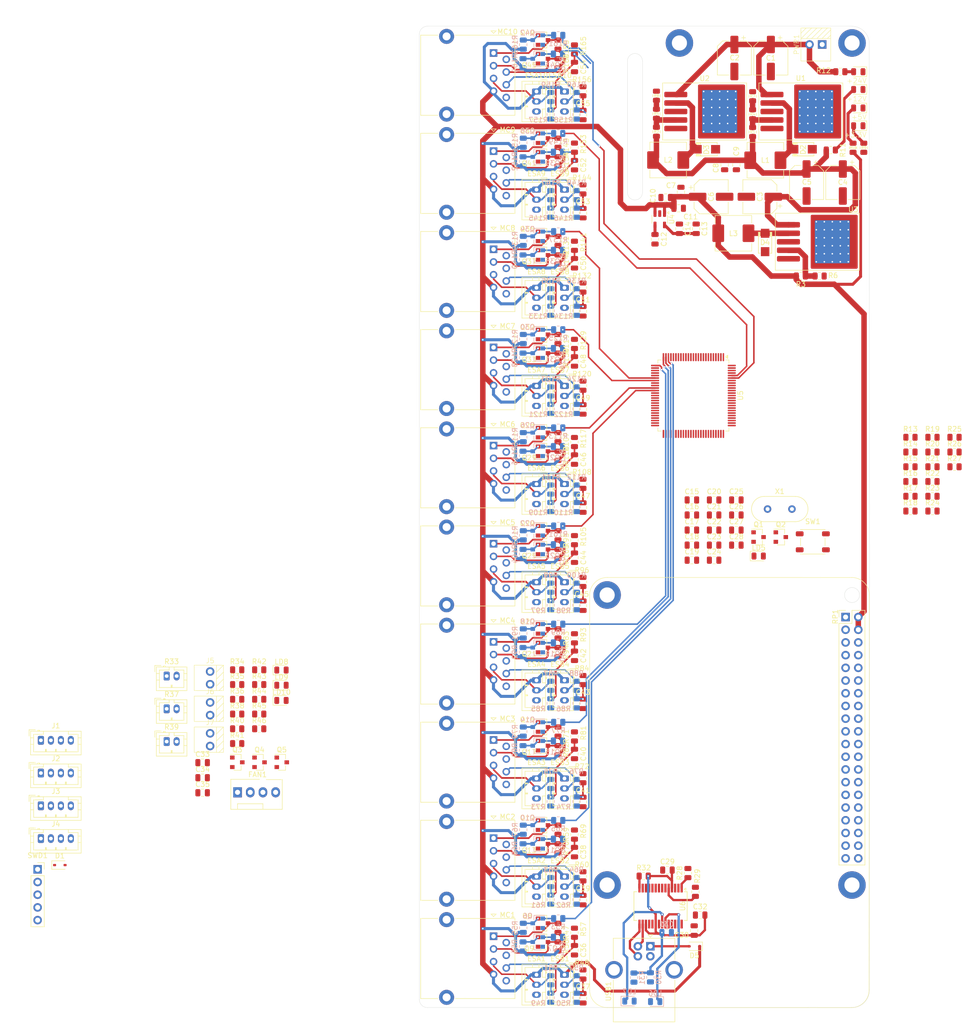
<source format=kicad_pcb>
(kicad_pcb (version 20241229) (generator "pcbnew") (generator_version "9.0")
  (layers (0 "F.Cu" signal) (2 "B.Cu" signal) (13 "F.Paste" user) (15 "B.Paste" user) (5 "F.SilkS" user "F.Silkscreen") (7 "B.SilkS" user "B.Silkscreen") (1 "F.Mask" user) (3 "B.Mask" user) (25 "Edge.Cuts" user))
  (net 0 "")
  (net 1 "GND")
  (net 2 "/NRST")
  (net 3 "Net-(U4-BP)")
  (net 4 "/RP_RST")
  (net 5 "+3.3V")
  (net 6 "Net-(U5-VCAP_1)")
  (net 7 "Net-(U5-VCAP_2)")
  (net 8 "/STM32F407VG/OSC_IN")
  (net 9 "/STM32F407VG/OSC_OUT")
  (net 10 "/ADC12_IN4")
  (net 11 "/ADC12_IN5")
  (net 12 "/ADC12_IN14")
  (net 13 "/ES_A_0")
  (net 14 "/ES_B_0")
  (net 15 "/ES_A_1")
  (net 16 "/ES_B_1")
  (net 17 "/ES_A_2")
  (net 18 "/ES_B_2")
  (net 19 "/ES_A_3")
  (net 20 "/ES_B_3")
  (net 21 "/Motor0/DIR")
  (net 22 "/Motor0/ESB")
  (net 23 "/Motor0/STEP")
  (net 24 "/Motor0/ESA")
  (net 25 "+24V")
  (net 26 "+5V")
  (net 27 "+12V")
  (net 28 "/ES_A_4")
  (net 29 "/ES_B_4")
  (net 30 "/ES_A_5")
  (net 31 "/ES_B_5")
  (net 32 "/ES_A_6")
  (net 33 "/ES_B_6")
  (net 34 "/ES_A_7")
  (net 35 "/ES_B_7")
  (net 36 "/ES_A_8")
  (net 37 "/ES_B_9")
  (net 38 "/ES_A_9")
  (net 39 "Net-(D1-A)")
  (net 40 "Net-(D2-K)")
  (net 41 "Net-(D3-K)")
  (net 42 "Net-(D4-K)")
  (net 43 "Net-(D5-A)")
  (net 44 "/Motor1/ESA")
  (net 45 "/Motor2/ESA")
  (net 46 "/Motor3/ESA")
  (net 47 "/Motor4/ESA")
  (net 48 "/Motor5/ESA")
  (net 49 "/Motor6/ESA")
  (net 50 "/Motor7/ESA")
  (net 51 "/Motor8/ESA")
  (net 52 "/Motor9/ESA")
  (net 53 "/Motor1/ESB")
  (net 54 "/Motor2/ESB")
  (net 55 "/Motor3/ESB")
  (net 56 "/Motor4/ESB")
  (net 57 "/Motor5/ESB")
  (net 58 "Net-(Q1-B)")
  (net 59 "Net-(Q1-C)")
  (net 60 "/Motor6/ESB")
  (net 61 "/Motor7/ESB")
  (net 62 "/Motor8/ESB")
  (net 63 "/Motor9/ESB")
  (net 64 "/TIM8_3_FAN_PWM")
  (net 65 "Net-(FAN1-Tacho)")
  (net 66 "/HX711_DAT_1")
  (net 67 "/HX711_SCK_1")
  (net 68 "/HX711_SCK_2")
  (net 69 "/HX711_DAT_2")
  (net 70 "/HX711_DAT_3")
  (net 71 "/HX711_SCK_3")
  (net 72 "/HX711_SCK_4")
  (net 73 "/HX711_DAT_4")
  (net 74 "Net-(J5-Pin_2)")
  (net 75 "Net-(J6-Pin_2)")
  (net 76 "Net-(J7-Pin_2)")
  (net 77 "Net-(LD1-A)")
  (net 78 "Net-(LD2-A)")
  (net 79 "Net-(LD3-A)")
  (net 80 "Net-(LD4-A)")
  (net 81 "/STM32F407VG/PA8")
  (net 82 "Net-(LD5-A)")
  (net 83 "Net-(LD6-K)")
  (net 84 "Net-(LD6-A)")
  (net 85 "Net-(LD7-K)")
  (net 86 "Net-(LD7-A)")
  (net 87 "Net-(LD8-K)")
  (net 88 "Net-(LD9-K)")
  (net 89 "Net-(LD10-K)")
  (net 90 "EN")
  (net 91 "/Motor1/STEP")
  (net 92 "/Motor1/DIR")
  (net 93 "/Motor2/DIR")
  (net 94 "/Motor2/STEP")
  (net 95 "/Motor3/DIR")
  (net 96 "/RS232_USART_RX")
  (net 97 "/Motor3/STEP")
  (net 98 "/RS232_USART_TX")
  (net 99 "/Motor4/STEP")
  (net 100 "/Motor4/DIR")
  (net 101 "/Motor5/DIR")
  (net 102 "/Motor5/STEP")
  (net 103 "/Motor6/STEP")
  (net 104 "/Motor6/DIR")
  (net 105 "/Motor7/DIR")
  (net 106 "/Motor7/STEP")
  (net 107 "/Motor8/STEP")
  (net 108 "/Motor8/DIR")
  (net 109 "/Motor9/DIR")
  (net 110 "/Motor9/STEP")
  (net 111 "/TIM4_PWM_3")
  (net 112 "Net-(Q3-D)")
  (net 113 "Net-(Q4-D)")
  (net 114 "/TIM8_2_TABLE_ON")
  (net 115 "Net-(Q5-D)")
  (net 116 "/TIM4_PWM_4")
  (net 117 "Net-(Q6-B)")
  (net 118 "Net-(Q6-C)")
  (net 119 "Net-(Q7-B)")
  (net 120 "Net-(Q7-C)")
  (net 121 "Net-(Q10-B)")
  (net 122 "Net-(Q10-C)")
  (net 123 "Net-(Q11-C)")
  (net 124 "Net-(Q11-B)")
  (net 125 "Net-(Q14-C)")
  (net 126 "Net-(Q14-B)")
  (net 127 "Net-(Q15-C)")
  (net 128 "Net-(Q15-B)")
  (net 129 "Net-(Q18-B)")
  (net 130 "Net-(Q18-C)")
  (net 131 "Net-(Q19-B)")
  (net 132 "Net-(Q19-C)")
  (net 133 "Net-(Q22-B)")
  (net 134 "/SWCLK")
  (net 135 "/SWDIO")
  (net 136 "Net-(Q22-C)")
  (net 137 "Net-(Q23-B)")
  (net 138 "Net-(Q23-C)")
  (net 139 "Net-(Q26-C)")
  (net 140 "Net-(Q26-B)")
  (net 141 "Net-(Q27-C)")
  (net 142 "Net-(Q27-B)")
  (net 143 "Net-(Q30-B)")
  (net 144 "Net-(Q30-C)")
  (net 145 "Net-(Q31-C)")
  (net 146 "Net-(Q31-B)")
  (net 147 "Net-(Q34-B)")
  (net 148 "Net-(Q34-C)")
  (net 149 "Net-(Q35-C)")
  (net 150 "Net-(Q35-B)")
  (net 151 "Net-(Q38-B)")
  (net 152 "Net-(Q38-C)")
  (net 153 "Net-(Q39-C)")
  (net 154 "Net-(Q39-B)")
  (net 155 "Net-(Q42-C)")
  (net 156 "Net-(Q42-B)")
  (net 157 "Net-(Q43-C)")
  (net 158 "Net-(Q43-B)")
  (net 159 "Net-(U1-FB)")
  (net 160 "Net-(U2-FB)")
  (net 161 "Net-(U3-FB)")
  (net 162 "Net-(R4-Pad2)")
  (net 163 "Net-(R5-Pad2)")
  (net 164 "Net-(U5-PD5)")
  (net 165 "/RP_UART1_RX")
  (net 166 "/RP_UART1_TX")
  (net 167 "Net-(U5-PD6)")
  (net 168 "Net-(U5-BOOT0)")
  (net 169 "Net-(U5-PA9)")
  (net 170 "/RP_UART_RX")
  (net 171 "Net-(U5-PA10)")
  (net 172 "/RP_UART_TX")
  (net 173 "Net-(U5-PB11)")
  (net 174 "/SPI2_CS")
  (net 175 "Net-(U5-PB12)")
  (net 176 "/SPI2_NSS")
  (net 177 "/SPI2_SCK")
  (net 178 "Net-(U5-PB13)")
  (net 179 "Net-(U5-PB14)")
  (net 180 "/SPI2_MISO")
  (net 181 "/SPI2_MOSI")
  (net 182 "Net-(U5-PB15)")
  (net 183 "/STM32F407VG/PD4")
  (net 184 "Net-(U6-TXD)")
  (net 185 "Net-(U6-RXD)")
  (net 186 "Net-(U6-CBUS3)")
  (net 187 "/TIM8_4_TACHO")
  (net 188 "/TIM2{slash}5_STEP_1")
  (net 189 "/PIN_DIR_0")
  (net 190 "/TIM2{slash}5_STEP_2")
  (net 191 "/PIN_DIR_1")
  (net 192 "/TIM2{slash}5_STEP_3")
  (net 193 "/PIN_DIR_2")
  (net 194 "/TIM2{slash}5_STEP_4")
  (net 195 "/PIN_DIR_3")
  (net 196 "/TIM3_STEP_1")
  (net 197 "/PIN_DIR_4")
  (net 198 "/TIM3_STEP_2")
  (net 199 "/PIN_DIR_5")
  (net 200 "/TIM3_STEP_3")
  (net 201 "/PIN_DIR_6")
  (net 202 "/TIM3_STEP_4")
  (net 203 "/PIN_DIR_7")
  (net 204 "/TIM4_STEP_1")
  (net 205 "/PIN_DIR_8")
  (net 206 "/TIM4_STEP_2")
  (net 207 "/PIN_DIR_9")
  (net 214 "/SOME_PIN_1")
  (net 215 "/SOME_PIN_2")
  (net 217 "/SOME_PIN_0")
  (net 225 "/STM32F407VG/PB2")
  (net 226 "/STM32F407VG/PA11")
  (net 227 "/STM32F407VG/PB5")
  (net 228 "/STM32F407VG/PB3")
  (net 229 "/ES_B_8")
  (net 230 "/STM32F407VG/PB10")
  (net 231 "/STM32F407VG/PA12")
  (net 232 "/STM32F407VG/PA15")
  (net 233 "/STM32F407VG/PB4")
  (net 234 "Net-(U6-USBD+)")
  (net 236 "Net-(U6-USBD-)")
  (net 247 "/STM32F407VG/PE6")
  (net 248 "/STM32F407VG/PC12")
  (net 249 "/STM32F407VG/PC10")
  (net 250 "/STM32F407VG/PE9")
  (net 251 "/STM32F407VG/PD13")
  (net 252 "/STM32F407VG/PE7")
  (net 253 "/STM32F407VG/PE12")
  (net 254 "/STM32F407VG/PE15")
  (net 255 "/STM32F407VG/PC0")
  (net 256 "/STM32F407VG/PE0")
  (net 257 "/STM32F407VG/PE5")
  (net 258 "/STM32F407VG/PE10")
  (net 259 "/STM32F407VG/PE8")
  (net 260 "/STM32F407VG/PC1")
  (net 261 "/STM32F407VG/PE14")
  (net 262 "/STM32F407VG/PE1")
  (net 263 "/STM32F407VG/PD12")
  (net 264 "/STM32F407VG/PD11")
  (net 265 "/STM32F407VG/PD14")
  (net 266 "/STM32F407VG/PE11")
  (net 267 "/STM32F407VG/PE4")
  (net 268 "/STM32F407VG/PC6")
  (net 269 "/STM32F407VG/PC2")
  (net 270 "/STM32F407VG/PC11")
  (net 271 "/STM32F407VG/PE3")
  (net 272 "/STM32F407VG/PC5")
  (net 273 "/STM32F407VG/PC3")
  (net 274 "/STM32F407VG/PE2")
  (net 275 "/STM32F407VG/PD15")
  (net 276 "/STM32F407VG/PE13")
  (footprint "Resistor_SMD:R_0805_2012Metric" (layer "F.Cu") (at 329.85 37.15)
    (property "Reference" "R11")
    (property "Value" "1k")
  )
  (footprint "Capacitor_SMD:CP_Elec_6.3x7.7" (layer "F.Cu") (at 325 43.65 -90)
    (property "Reference" "C5")
    (property "Value" "220u")
  )
  (footprint "Resistor_SMD:R_0805_2012Metric" (layer "F.Cu") (at 278.545 95.552222 90)
    (property "Reference" "R107")
    (property "Value" "10k")
  )
  (footprint "PCM_Package_TO_SOT_SMD_AKL:TO-263-5_TabPin3_ThermalVias" (layer "F.Cu") (at 304.6 29.45)
    (property "Reference" "U2")
    (property "Value" "LM2596S-ADJ" (hide yes))
  )
  (footprint "PCM_4ms_Diode:D_DO-214AC_SMA" (layer "F.Cu") (at 324.3 37)
    (property "Reference" "D2")
    (property "Value" "1N5822" (hide yes))
  )
  (footprint "Capacitor_SMD:C_0805_2012Metric" (layer "F.Cu") (at 204.1225 165.69)
    (property "Reference" "C35")
    (property "Value" "100n")
  )
  (footprint "PCM_4ms_Package_SOT:SOT-23" (layer "F.Cu") (at 272.245 38.525556)
    (property "Reference" "Q41")
    (property "Value" "MMBT3904")
  )
  (footprint "PCM_4ms_Package_SOT:SOT-23" (layer "F.Cu") (at 315.3925 114.555)
    (property "Reference" "Q1")
    (property "Value" "MMBT3904")
  )
  (footprint "PCM_4ms_Package_SOT:SOT-23" (layer "F.Cu") (at 272.245 58.151111)
    (property "Reference" "Q37")
    (property "Value" "MMBT3904")
  )
  (footprint "Resistor_SMD:R_0805_2012Metric" (layer "F.Cu") (at 350.1975 100.5)
    (property "Reference" "R21")
    (property "Value" "10")
  )
  (footprint "PCM_Package_TO_SOT_SMD_AKL:TO-263-5_TabPin3_ThermalVias" (layer "F.Cu") (at 323.85 29.45)
    (property "Reference" "U1")
    (property "Value" "LM2596S-ADJ" (hide yes))
  )
  (footprint "Capacitor_SMD:C_0805_2012Metric" (layer "F.Cu") (at 310.9425 110.145)
    (property "Reference" "C26")
    (property "Value" "100n")
  )
  (footprint "Resistor_SMD:R_0805_2012Metric" (layer "F.Cu") (at 280.245 202.03 90)
    (property "Reference" "R48")
    (property "Value" "10k")
  )
  (footprint "LED_SMD:LED_0805_2012Metric" (layer "F.Cu") (at 335.35 21.5 180)
    (property "Reference" "LD4" (hide yes))
    (property "Value" "~")
  )
  (footprint "Capacitor_SMD:C_0805_2012Metric" (layer "F.Cu") (at 280.245 49.775556 -90)
    (property "Reference" "C53")
    (property "Value" "100n")
  )
  (footprint "Connector_JST:JST_PH_B3B-PH-K_1x03_P2.00mm_Vertical" (layer "F.Cu") (at 270.945 123.577778 -90)
    (property "Reference" "ESA5")
    (property "Value" "ESA")
  )
  (footprint "Diode_SMD:D_SOD-323" (layer "F.Cu") (at 302.55 196.4 180)
    (property "Reference" "D5")
    (property "Value" "BAT60A")
  )
  (footprint "Resistor_SMD:R_0805_2012Metric" (layer "F.Cu") (at 211.0425 152.9)
    (property "Reference" "R40")
    (property "Value" "10k")
  )
  (footprint "Resistor_SMD:R_0805_2012Metric" (layer "F.Cu") (at 211.0425 147)
    (property "Reference" "R36")
    (property "Value" "-")
  )
  (footprint "Resistor_SMD:R_0805_2012Metric" (layer "F.Cu") (at 292.4 182.35)
    (property "Reference" "R32")
    (property "Value" "10k")
  )
  (footprint "Resistor_SMD:R_0805_2012Metric" (layer "F.Cu") (at 278.545 36.675556 90)
    (property "Reference" "R143")
    (property "Value" "10k")
  )
  (footprint "Crystal:Crystal_HC49-U_Vertical" (layer "F.Cu") (at 317.1925 108.955)
    (property "Reference" "X1")
    (property "Value" "8MHz")
  )
  (footprint "Capacitor_SMD:CP_Elec_6.3x7.7" (layer "F.Cu") (at 332.25 43.65 -90)
    (property "Reference" "C4")
    (property "Value" "220u")
  )
  (footprint "PCM_4ms_Package_SOT:SOT-23" (layer "F.Cu") (at 272.245 195.53)
    (property "Reference" "Q9")
    (property "Value" "MMBT3904")
  )
  (footprint "Capacitor_SMD:C_0805_2012Metric" (layer "F.Cu") (at 204.1225 159.67)
    (property "Reference" "C33")
    (property "Value" "100n")
  )
  (footprint "Resistor_SMD:R_0805_2012Metric" (layer "F.Cu") (at 323.85 62.35 180)
    (property "Reference" "R3")
    (property "Value" "3k")
  )
  (footprint "Resistor_SMD:R_0805_2012Metric" (layer "F.Cu") (at 275.245 153.453889 -90)
    (property "Reference" "R81")
    (property "Value" "10k")
  )
  (footprint "Capacitor_SMD:C_0805_2012Metric" (layer "F.Cu") (at 278.545 118.677778 -90)
    (property "Reference" "C44")
    (property "Value" "100n")
  )
  (footprint "Resistor_SMD:R_0805_2012Metric" (layer "F.Cu") (at 275.245 98.302222 -90)
    (property "Reference" "R118")
    (property "Value" "10k")
  )
  (footprint "PCM_4ms_Package_SOT:SOT-23" (layer "F.Cu") (at 211.0625 159.6)
    (property "Reference" "Q3")
    (property "Value" "2N7002")
  )
  (footprint "Connector_JST:JST_PH_B2B-PH-K_1x02_P2.00mm_Vertical" (layer "F.Cu") (at 196.9225 155.45)
    (property "Reference" "R39")
    (property "Value" "10k")
  )
  (footprint "Capacitor_SMD:CP_Elec_6.3x7.7" (layer "F.Cu") (at 317.85 18.75 -90)
    (property "Reference" "C1")
    (property "Value" "100u")
  )
  (footprint "PCM_4ms_Package_SOT:SOT-23" (layer "F.Cu") (at 319.8425 114.555)
    (property "Reference" "Q2")
    (property "Value" "MMBT3904")
  )
  (footprint "Resistor_SMD:R_0805_2012Metric" (layer "F.Cu") (at 280.245 123.527778 90)
    (property "Reference" "R96")
    (property "Value" "10k")
  )
  (footprint "PCM_4ms_Diode:D_DO-214AC_SMA" (layer "F.Cu") (at 304.95 37)
    (property "Reference" "D3")
    (property "Value" "1N5822" (hide yes))
  )
  (footprint "PCM_4ms_Diode:D_DO-214AC_SMA" (layer "F.Cu") (at 316.7 55.64 -90)
    (property "Reference" "D4")
    (property "Value" "1N5822" (hide yes))
  )
  (footprint "LED_SMD:LED_0805_2012Metric" (layer "F.Cu") (at 335.35 32.3 180)
    (property "Reference" "LD1" (hide yes))
    (property "Value" "~")
  )
  (footprint "Package_QFP:LQFP-100_14x14mm_P0.5mm" (layer "F.Cu") (at 302.35 86.25 -90)
    (property "Reference" "U5")
    (property "Value" "STM32F407VGTx")
  )
  (footprint "Connector_JST:JST_PH_B3B-PH-K_1x03_P2.00mm_Vertical" (layer "F.Cu") (at 276.545 123.577778 -90)
    (property "Reference" "ESB5")
    (property "Value" "ESB")
  )
  (footprint "Connector_JST:JST_PH_B3B-PH-K_1x03_P2.00mm_Vertical" (layer "F.Cu") (at 270.945 25.45 -90)
    (property "Reference" "ESA10")
    (property "Value" "ESA")
  )
  (footprint "Resistor_SMD:R_0805_2012Metric" (layer "F.Cu") (at 294.95 26.3 90)
    (property "Reference" "R8")
    (property "Value" "10k")
  )
  (footprint "Resistor_SMD:R_0805_2012Metric" (layer "F.Cu") (at 301.25 181.75 90)
    (property "Reference" "R28")
    (property "Value" "1k")
  )
  (footprint "Resistor_SMD:R_0805_2012Metric" (layer "F.Cu") (at 280.245 162.778889 90)
    (property "Reference" "R72")
    (property "Value" "10k")
  )
  (footprint "Resistor_SMD:R_0805_2012Metric" (layer "F.Cu") (at 215.4525 149.95)
    (property "Reference" "R45")
    (property "Value" "10k")
  )
  (footprint "Capacitor_SMD:C_0805_2012Metric" (layer "F.Cu") (at 306.4925 113.155)
    (property "Reference" "C22")
    (property "Value" "20p")
  )
  (footprint "Resistor_SMD:R_0805_2012Metric" (layer "F.Cu") (at 278.545 75.926667 90)
    (property "Reference" "R119")
    (property "Value" "10k")
  )
  (footprint "Resistor_SMD:R_0805_2012Metric" (layer "F.Cu") (at 275.245 176.804444 -90)
    (property "Reference" "R70")
    (property "Value" "10k")
  )
  (footprint "Connector_JST:JST_PH_B3B-PH-K_1x03_P2.00mm_Vertical" (layer "F.Cu") (at 270.945 64.701111 -90)
    (property "Reference" "ESA8")
    (property "Value" "ESA")
  )
  (footprint "Capacitor_SMD:C_0805_2012Metric" (layer "F.Cu") (at 302.0425 110.145)
    (property "Reference" "C16")
    (property "Value" "2.2u")
  )
  (footprint "PCM_4ms_Package_SOT:SOT-23" (layer "F.Cu") (at 272.245 15.1625)
    (property "Reference" "Q44")
    (property "Value" "MMBT3904")
  )
  (footprint "Capacitor_SMD:C_0805_2012Metric" (layer "F.Cu") (at 280.245 187.154444 -90)
    (property "Reference" "C39")
    (property "Value" "100n")
  )
  (footprint "PCM_4ms_Package_SOT:SOT-23" (layer "F.Cu") (at 272.245 152.541389)
    (property "Reference" "Q16")
    (property "Value" "MMBT3904")
  )
  (footprint "Resistor_SMD:R_0805_2012Metric" (layer "F.Cu") (at 275.245 55.326111 -90)
    (property "Reference" "R141")
    (property "Value" "10k")
  )
  (footprint "Resistor_SMD:R_0805_2012Metric" (layer "F.Cu") (at 314.2 30 90)
    (property "Reference" "R4")
    (property "Value" "500")
  )
  (footprint "PCM_4ms_Package_SOT:SOT-23" (layer "F.Cu") (at 272.245 136.653333)
    (property "Reference" "Q21")
    (property "Value" "MMBT3904")
  )
  (footprint "Resistor_SMD:R_0805_2012Metric" (layer "F.Cu") (at 278.545 134.803333 90)
    (property "Reference" "R83")
    (property "Value" "10k")
  )
  (footprint "PCM_4ms_Package_SOT:SOT-23" (layer "F.Cu") (at 272.245 175.904444)
    (property "Reference" "Q13")
    (property "Value" "MMBT3904")
  )
  (footprint "Connector_RJ:RJ45_Ninigi_GE" (layer "F.Cu") (at 262.35 194.385 -90)
    (property "Reference" "MC1")
    (property "Value" "RJ45_Shielded")
  )
  (footprint "Resistor_SMD:R_0805_2012Metric" (layer "F.Cu") (at 278.545 115.177778 90)
    (property "Reference" "R95")
    (property "Value" "10k")
  )
  (footprint "Connector_JST:JST_PH_B3B-PH-K_1x03_P2.00mm_Vertical" (layer "F.Cu") (at 270.945 182.454444 -90)
    (property "Reference" "ESA2")
    (property "Value" "ESA")
  )
  (footprint "Resistor_SMD:R_0805_2012Metric" (layer "F.Cu") (at 302.75 185.5 90)
    (property "Reference" "R29")
    (property "Value" "1k")
  )
  (footprint "PCM_4ms_Package_SOT:SOT-23" (layer "F.Cu") (at 272.245 18.9)
    (property "Reference" "Q45")
    (property "Value" "MMBT3904")
  )
  (footprint "Capacitor_SMD:C_0805_2012Metric" (layer "F.Cu") (at 278.545 99.052222 -90)
    (property "Reference" "C46")
    (property "Value" "100n")
  )
  (footprint "PCM_4ms_Package_SOT:SOT-23" (layer "F.Cu") (at 272.245 93.664722)
    (property "Reference" "Q28")
    (property "Value" "MMBT3904")
  )
  (footprint "Connector_RJ:RJ45_Ninigi_GE" (layer "F.Cu") (at 262.35 17.755 -90)
    (property "Reference" "MC10")
    (property "Value" "RJ45_Shielded")
  )
  (footprint "Resistor_SMD:R_0805_2012Metric" (layer "F.Cu") (at 294.95 29.9 90)
    (property "Reference" "R5")
    (property "Value" "500")
  )
  (footprint "Connector_JST:JST_PH_B3B-PH-K_1x03_P2.00mm_Vertical" (layer "F.Cu") (at 270.945 45.075556 -90)
    (property "Reference" "ESA9")
    (property "Value" "ESA")
  )
  (footprint "Connector_RJ:RJ45_Ninigi_GE" (layer "F.Cu") (at 262.35 96.257222 -90)
    (property "Reference" "MC6")
    (property "Value" "RJ45_Shielded")
  )
  (footprint "PCM_4ms_Package_SOT:SOT-23" (layer "F.Cu") (at 272.245 54.413611)
    (property "Reference" "Q36")
    (property "Value" "MMBT3904")
  )
  (footprint "LED_SMD:LED_0805_2012Metric" (layer "F.Cu") (at 219.9025 147.225)
    (property "Reference" "LD10")
    (property "Value" "~")
  )
  (footprint "Resistor_SMD:R_0805_2012Metric" (layer "F.Cu") (at 275.245 192.705 -90)
    (property "Reference" "R57")
    (property "Value" "10k")
  )
  (footprint "Resistor_SMD:R_0805_2012Metric" (layer "F.Cu") (at 350.1975 106.4)
    (property "Reference" "R23")
    (property "Value" "10")
  )
  (footprint "LED_SMD:LED_0805_2012Metric" (layer "F.Cu") (at 335.35 28.75 180)
    (property "Reference" "LD2" (hide yes))
    (property "Value" "~")
  )
  (footprint "Resistor_SMD:R_0805_2012Metric" (layer "F.Cu") (at 275.245 133.828333 -90)
    (property "Reference" "R93")
    (property "Value" "10k")
  )
  (footprint "Connector_JST:JST_PH_B4B-PH-K_1x04_P2.00mm_Vertical" (layer "F.Cu") (at 171.75 161.75)
    (property "Reference" "J2")
    (property "Value" "HX711")
  )
  (footprint "Resistor_SMD:R_0805_2012Metric" (layer "F.Cu") (at 215.4525 147)
    (property "Reference" "R44")
    (property "Value" "1k")
  )
  (footprint "Capacitor_SMD:C_0805_2012Metric" (layer "F.Cu") (at 280.245 147.903333 -90)
    (property "Reference" "C43")
    (property "Value" "100n")
  )
  (footprint "Connector_JST:JST_PH_B3B-PH-K_1x03_P2.00mm_Vertical" (layer "F.Cu") (at 276.545 25.45 -90)
    (property "Reference" "ESB10")
    (property "Value" "ESB")
  )
  (footprint "Resistor_SMD:R_0805_2012Metric" (layer "F.Cu") (at 280.245 84.276667 90)
    (property "Reference" "R120")
    (property "Value" "10k")
  )
  (footprint "Resistor_SMD:R_0805_2012Metric" (layer "F.Cu") (at 280.245 64.651111 90)
    (property "Reference" "R132")
    (property "Value" "10k")
  )
  (footprint "Connector_JST:JST_PH_B4B-PH-K_1x04_P2.00mm_Vertical" (layer "F.Cu") (at 171.75 174.85)
    (property "Reference" "J4")
    (property "Value" "HX711")
  )
  (footprint "Connector_JST:JST_PH_B3B-PH-K_1x03_P2.00mm_Vertical" (layer "F.Cu") (at 270.945 162.828889 -90)
    (property "Reference" "ESA3")
    (property "Value" "ESA")
  )
  (footprint "Connector_RJ:RJ45_Ninigi_GE" (layer "F.Cu") (at 262.35 135.508333 -90)
    (property "Reference" "MC4")
    (property "Value" "RJ45_Shielded")
  )
  (footprint "Resistor_SMD:R_0805_2012Metric" (layer "F.Cu") (at 345.7875 106.4)
    (property "Reference" "R17")
    (property "Value" "10")
  )
  (footprint "Capacitor_SMD:C_0805_2012Metric" (layer "F.Cu") (at 278.545 40.175556 -90)
    (property "Reference" "C52")
    (property "Value" "100n")
  )
  (footprint "Resistor_SMD:R_0805_2012Metric" (layer "F.Cu") (at 280.245 103.902222 90)
    (property "Reference" "R108")
    (property "Value" "10k")
  )
  (footprint "Resistor_SMD:R_0805_2012Metric" (layer "F.Cu") (at 350.1975 97.55)
    (property "Reference" "R20")
    (property "Value" "10")
  )
  (footprint "PCM_4ms_Package_SOT:SOT-23" (layer "F.Cu") (at 272.245 191.7925)
    (property "Reference" "Q8")
    (property "Value" "MMBT3904")
  )
  (footprint "Library:KLS2" (layer "F.Cu") (at 326.85 16.05 -90)
    (property "Reference" "PWR1")
    (property "Value" "Conn_01x02")
  )
  (footprint "Resistor_SMD:R_0805_2012Metric" (layer "F.Cu") (at 345.7875 94.6)
    (property "Reference" "R13")
    (property "Value" "10k")
  )
  (footprint "Resistor_SMD:R_0805_2012Metric" (layer "F.Cu") (at 211.0425 141.1)
    (property "Reference" "R34")
    (property "Value" "10k")
  )
  (footprint "Capacitor_SMD:C_0805_2012Metric" (layer "F.Cu") (at 310.9425 113.155)
    (property "Reference" "C27")
    (property "Value" "100n")
  )
  (footprint "Inductor_SMD:L_APV_APH0650" (layer "F.Cu") (at 310.35 53.8 180)
    (property "Reference" "L3")
    (property "Value" "33u")
  )
  (footprint "Capacitor_SMD:C_0805_2012Metric" (layer "F.Cu") (at 308.6 40.15 90)
    (property "Reference" "C8")
    (property "Value" "10n")
  )
  (footprint "Resistor_SMD:R_0805_2012Metric" (layer "F.Cu") (at 211.0425 149.95)
    (property "Reference" "R38")
    (property "Value" "10k")
  )
  (footprint "Resistor_SMD:R_0805_2012Metric" (layer "F.Cu") (at 275.245 19.8 -90)
    (property "Reference" "R166")
    (property "Value" "10k")
  )
  (footprint "Capacitor_SMD:C_0805_2012Metric" (layer "F.Cu") (at 310.9425 116.165)
    (property "Reference" "C28")
    (property "Value" "4.7u")
  )
  (footprint "Connector_JST:JST_PH_B3B-PH-K_1x03_P2.00mm_Vertical" (layer "F.Cu") (at 276.545 103.952222 -90)
    (property "Reference" "ESB6")
    (property "Value" "ESB")
  )
  (footprint "Connector_JST:JST_PH_B2B-PH-K_1x02_P2.00mm_Vertical" (layer "F.Cu") (at 196.9225 142.35)
    (property "Reference" "R33")
    (property "Value" "10k")
  )
  (footprint "Resistor_SMD:R_0805_2012Metric" (layer "F.Cu") (at 275.245 117.927778 -90)
    (property "Reference" "R106")
    (property "Value" "10k")
  )
  (footprint "Resistor_SMD:R_0805_2012Metric" (layer "F.Cu") (at 278.545 154.428889 90)
    (property "Reference" "R71")
    (property "Value" "10k")
  )
  (footprint "LED_SMD:LED_0805_2012Metric" (layer "F.Cu") (at 219.9025 141.145)
    (property "Reference" "LD8")
    (property "Value" "~")
  )
  (footprint "PCM_4ms_Package_SOT:SOT-23" (layer "F.Cu") (at 272.245 97.402222)
    (property "Reference" "Q29")
    (property "Value" "MMBT3904")
  )
  (footprint "Resistor_SMD:R_0805_2012Metric" (layer "F.Cu") (at 334.3 36.7 90)
    (property "Reference" "R10")
    (property "Value" "1k")
  )
  (footprint "Capacitor_SMD:C_0805_2012Metric" (layer "F.Cu") (at 294.6625 55 90)
    (property "Reference" "C12")
    (property "Value" "22n")
  )
  (footprint "Resistor_SMD:R_0805_2012Metric" (layer "F.Cu") (at 354.6075 97.55)
    (property "Reference" "R26")
    (property "Value" "10k")
  )
  (footprint "Capacitor_SMD:C_0805_2012Metric" (layer "F.Cu") (at 299.85 45.55 -90)
    (property "Reference" "C7")
    (property "Value" "10n")
  )
  (footprint "Capacitor_SMD:C_0805_2012Metric" (layer "F.Cu") (at 280.245 167.528889 -90)
    (property "Reference" "C41")
    (property "Value" "100n")
  )
  (footprint "Capacitor_SMD:C_0805_2012Metric" (layer "F.Cu") (at 280.245 108.652222 -90)
    (property "Reference" "C47")
    (property "Value" "100n")
  )
  (footprint "Connector_JST:JST_PH_B3B-PH-K_1x03_P2.00mm_Vertical" (layer "F.Cu") (at 270.945 103.952222 -90)
    (property "Reference" "ESA6")
    (property "Value" "ESA")
  )
  (footprint "Capacitor_SMD:C_0805_2012Metric" (layer "F.Cu") (at 299.55 52.9 -90)
    (property "Reference" "C14")
    (property "Value" "100n")
  )
  (footprint "Resistor_SMD:R_0805_2012Metric" (layer "F.Cu") (at 275.245 39.425556 -90)
    (property "Reference" "R154")
    (property "Value" "10k")
  )
  (footprint "Resistor_SMD:R_0805_2012Metric" (layer "F.Cu") (at 345.7875 103.45)
    (property "Reference" "R16")
    (property "Value" "10k")
  )
  (footprint "Resistor_SMD:R_0805_2012Metric" (layer "F.Cu") (at 280.245 25.4 90)
    (property "Reference" "R156")
    (property "Value" "10k")
  )
  (footprint "PCM_4ms_Package_SOT:SOT-23" (layer "F.Cu") (at 272.245 117.027778)
    (property "Reference" "Q25")
    (property "Value" "MMBT3904")
  )
  (footprint "Resistor_SMD:R_0805_2012Metric" (layer "F.Cu") (at 345.7875 109.35)
    (property "Reference" "R18")
    (property "Value" "10")
  )
  (footprint "Resistor_SMD:R_0805_2012Metric" (layer "F.Cu") (at 354.6075 100.5)
    (property "Reference" "R27")
    (property "Value" "10k")
  )
  (footprint "Inductor_SMD:L_APV_APH0650" (layer "F.Cu") (at 316.75 39.2 180)
    (property "Reference" "L1")
    (property "Value" "33u")
  )
  (footprint "PCM_4ms_Package_SOT:SOT-23" (layer "F.Cu") (at 272.245 172.166944)
    (property "Reference" "Q12")
    (property "Value" "MMBT3904")
  )
  (footprint "PCM_4ms_Package_SOT:SOT-23" (layer "F.Cu") (at 272.245 34.788056)
    (property "Reference" "Q40")
    (property "Value" "MMBT3904")
  )
  (footprint "Connector_JST:JST_PH_B4B-PH-K_1x04_P2.00mm_Vertical" (layer "F.Cu") (at 171.75 168.3)
    (property "Reference" "J3")
    (property "Value" "HX711")
  )
  (footprint "Resistor_SMD:R_0805_2012Metric" (layer "F.Cu") (at 275.245 78.676667 -90)
    (property "Reference" "R130")
    (property "Value" "10k")
  )
  (footprint "PCM_4ms_Package_SOT:SOT-23" (layer "F.Cu") (at 215.5125 159.6)
    (property "Reference" "Q4")
    (property "Value" "2N7002")
  )
  (footprint "PCM_Package_TO_SOT_SMD_AKL:TO-263-5_TabPin3_ThermalVias" (layer "F.Cu") (at 327.15 55.5)
    (property "Reference" "U3")
    (property "Value" "LM2596S-ADJ" (hide yes))
  )
  (footprint "Button_Switch_SMD:SW_SPST_PTS647_Sx38" (layer "F.Cu") (at 326.2425 115.505)
    (property "Reference" "SW1")
    (property "Value" "SW_DPST_x2")
  )
  (footprint "Resistor_SMD:R_0805_2012Metric" (layer "F.Cu") (at 350.1975 109.35)
    (property "Reference" "R24")
    (property "Value" "1k")
  )
  (footprint "Capacitor_SMD:C_0805_2012Metric" (layer "F.Cu") (at 306.4925 107.135)
    (property "Reference" "C20")
    (property "Value" "100n")
  )
  (footprint "Diode_SMD:D_SOD-323" (layer "F.Cu") (at 175.545 180.15)
    (property "Reference" "D1")
    (property "Value" "BAT60A")
  )
  (footprint "LED_SMD:LED_0805_2012Metric" (layer "F.Cu") (at 219.9025 144.185)
    (property "Reference" "LD9")
    (property "Value" "~")
  )
  (footprint "Connector_JST:JST_PH_B3B-PH-K_1x03_P2.00mm_Vertical" (layer "F.Cu") (at 276.545 162.828889 -90)
    (property "Reference" "ESB3")
    (property "Value" "ESB")
  )
  (footprint "Connector_RJ:RJ45_Ninigi_GE" (layer "F.Cu") (at 262.35 76.631667 -90)
    (property "Reference" "MC7")
    (property "Value" "RJ45_Shielded")
  )
  (footprint "Resistor_SMD:R_0805_2012Metric" (layer "F.Cu") (at 275.245 137.553333 -90)
    (property "Reference" "R94")
    (property "Value" "10k")
  )
  (footprint "Capacitor_SMD:C_0805_2012Metric" (layer "F.Cu") (at 278.545 157.928889 -90)
    (property "Reference" "C40")
    (property "Value" "100n")
  )
  (footprint "Resistor_SMD:R_0805_2012Metric" (layer "F.Cu") (at 280.245 143.153333 90)
    (property "Reference" "R84")
    (property "Value" "10k")
  )
  (footprint "Connector_JST:JST_PH_B2B-PH-K_1x02_P2.00mm_Vertical" (layer "F.Cu") (at 196.9225 148.9)
    (property "Reference" "R37")
    (property "Value" "10k")
  )
  (footprint "Connector_RJ:RJ45_Ninigi_GE" (layer "F.Cu") (at 262.35 115.882778 -90)
    (property "Reference" "MC5")
    (property "Value" "RJ45_Shielded")
  )
  (footprint "Capacitor_SMD:C_0805_2012Metric" (layer "F.Cu") (at 302.0425 119.175)
    (property "Reference" "C19")
    (property "Value" "100n")
  )
  (footprint "Capacitor_SMD:C_0805_2012Metric" (layer "F.Cu") (at 306.4925 110.145)
    (property "Reference" "C21")
    (property "Value" "20p")
  )
  (footprint "Capacitor_SMD:C_0805_2012Metric" (layer "F.Cu") (at 280.245 206.78 -90)
    (property "Reference" "C37")
    (property "Value" "100n")
  )
  (footprint "Capacitor_SMD:C_0805_2012Metric" (layer "F.Cu") (at 306.4925 119.175)
    (property "Reference" "C24")
    (property "Value" "100n")
  )
  (footprint "Connector_JST:JST_PH_B3B-PH-K_1x03_P2.00mm_Vertical" (layer "F.Cu") (at 270.945 84.326667 -90)
    (property "Reference" "ESA7")
    (property "Value" "ESA")
  )
  (footprint "Resistor_SMD:R_0805_2012Metric" (layer "F.Cu") (at 275.245 196.43 -90)
    (property "Reference" "R58")
    (property "Value" "10k")
  )
  (footprint "Capacitor_SMD:C_0805_2012Metric" (layer "F.Cu") (at 280.245 128.277778 -90)
    (property "Reference" "C45")
    (property "Value" "100n")
  )
  (footprint "Connector_RJ:RJ45_Ninigi_GE" (layer "F.Cu") (at 262.35 155.133889 -90)
    (property "Reference" "MC3")
    (property "Value" "RJ45_Shielded")
  )
  (footprint "Capacitor_SMD:C_0805_2012Metric" (layer "F.Cu") (at 302.9 52.9 -90)
    (property "Reference" "C13")
    (property "Value" "10u")
  )
  (footprint "Capacitor_SMD:C_0805_2012Metric" (layer "F.Cu") (at 296.8 46.65)
    (property "Reference" "C10")
    (property "Value" "1u")
  )
  (footprint "PCM_4ms_Package_SOT:SOT-23" (layer "F.Cu") (at 272.245 132.915833)
    (property "Reference" "Q20")
    (property "Value" "MMBT3904")
  )
  (footprint "Resistor_SMD:R_0805_2012Metric" (layer "F.Cu") (at 294.95 33.5 -90)
    (property "Reference" "R2")
    (property "Value" "1.2k")
  )
  (footprint "Capacitor_SMD:C_0805_2012Metric" (layer "F.Cu") (at 280.245 89.026667 -90)
    (property "Reference" "C49")
    (property "Value" "100n")
  )
  (footprint "Resistor_SMD:R_0805_2012Metric" (layer "F.Cu") (at 211.0425 155.85)
    (property "Reference" "R41")
    (property "Value" "10k")
  )
  (footprint "Capacitor_SMD:C_0805_2012Metric" (layer "F.Cu") (at 278.545 79.426667 -90)
    (property "Reference" "C48")
    (property "Value" "100n")
  )
  (footprint "Capacitor_SMD:CP_Elec_6.3x7.7" (layer "F.Cu") (at 310.55 18.75 -90)
    (property "Reference" "C2")
    (property "Value" "100u")
  )
  (footprint "Connector_JST:JST_PH_B3B-PH-K_1x03_P2.00mm_Vertical" (layer "F.Cu") (at 276.545 84.326667 -90)
    (property "Reference" "ESB7")
    (property "Value" "ESB")
  )
  (footprint "Capacitor_SMD:C_0805_2012Metric" (layer "F.Cu") (at 302.0425 107.135)
    (property "Reference" "C15")
    (property "Value" "100n")
  )
  (footprint "Capacitor_SMD:CP_Elec_6.3x7.7" (layer "F.Cu") (at 305.9 46.5)
    (property "Reference" "C6")
    (property "Value" "220u")
  )
  (footprint "Resistor_SMD:R_0805_2012Metric" (layer "F.Cu") (at 275.245 16.075 -90)
    (property "Reference" "R165")
    (property "Value" "10k")
  )
  (footprint "Resistor_SMD:R_0805_2012Metric" (layer "F.Cu") (at 275.245 157.178889 -90)
    (property "Reference" "R82")
    (property "Value" "10k")
  )
  (footprint "Capacitor_SMD:C_0805_2012Metric" (layer "F.Cu") (at 302.0425 116.165)
    (property "Reference" "C18")
    (property "Value" "100n")
  )
  (footprint "Resistor_SMD:R_0805_2012Metric" (layer "F.Cu") (at 350.1975 94.6)
    (property "Reference" "R19")
    (property "Value" "10")
  )
  (footprint "Resistor_SMD:R_0805_2012Metric" (layer "F.Cu") (at 345.7875 97.55)
    (property "Reference" "R14")
    (property "Value" "10")
  )
  (footprint "Connector_RJ:RJ45_Ninigi_GE" (layer "F.Cu") (at 262.35 57.006111 -90)
    (property "Reference" "MC8")
    (property "Value" "RJ45_Shielded")
  )
  (footprint "Connector_PinHeader_2.54mm:PinHeader_2x20_P2.54mm_Vertical" (layer "F.Cu") (at 332.81 130.55)
    (property "Reference" "RP1")
    (property "Value" "Raspberry_Pi_2_3")
  )
  (footprint "Capacitor_SMD:CP_Elec_6.3x7.7" (layer "F.Cu") (at 315.65 46.5 180)
    (property "Reference" "C3")
    (property "Value" "100u")
  )
  (footprint "Connector_JST:JST_PH_B3B-PH-K_1x03_P2.00mm_Vertical" (layer "F.Cu") (at 276.545 64.701111 -90)
    (property "Reference" "ESB8")
    (property "Value" "ESB")
  )
  (footprint "Resistor_SMD:R_0805_2012Metric" (layer "F.Cu") (at 278.545 56.301111 90)
    (property "Reference" "R131")
    (property "Value" "10k")
  )
  (footprint "Connector_RJ:RJ45_Ninigi_GE" (layer "F.Cu") (at 262.35 174.759444 -90)
    (property "Reference" "MC2")
    (property "Value" "RJ45_Shielded")
  )
  (footprint "Library:WF-2" (layer "F.Cu") (at 205.6225 142.715)
    (property "Reference" "J5")
    (property "Value" "WF-2")
  )
  (footprint "PCM_4ms_Package_SOT:SOT-23" (layer "F.Cu") (at 272.245 77.776667)
    (property "Reference" "Q33")
    (property "Value" "MMBT3904")
  )
  (footprint "Resistor_SMD:R_0805_2012Metric" (layer "F.Cu") (at 275.245 94.577222 -90)
    (property "Reference" "R117")
    (property "Value" "10k")
  )
  (footprint "Connector_JST:JST_PH_B3B-PH-K_1x03_P2.00mm_Vertical" (layer "F.Cu") (at 270.945 202.08 -90)
    (property "Reference" "ESA1")
    (property "Value" "ESA")
  )
  (footprint "Capacitor_SMD:C_0805_2012Metric" (layer "F.Cu") (at 280.245 69.401111 -90)
    (property "Reference" "C51")
    (property "Value" "100n")
  )
  (footprint "Connector_JST:JST_PH_B3B-PH-K_1x03_P2.00mm_Vertical" (layer "F.Cu") (at 276.545 202.08 -90)
    (property "Reference" "ESB1")
    (property "Value" "ESB")
  )
  (footprint "Resistor_SMD:R_0805_2012Metric" (layer "F.Cu") (at 336.45 36.7 90)
    (property "Reference" "R9")
    (property "Value" "1k")
  )
  (footprint "Connector_JST:JST_PH_B3B-PH-K_1x03_P2.00mm_Vertical" (layer "F.Cu") (at 276.545 143.203333 -90)
    (property "Reference" "ESB4")
    (property "Value" "ESB")
  )
  (footprint "Resistor_SMD:R_0805_2012Metric" (layer "F.Cu") (at 215.4525 141.1)
    (property "Reference" "R42")
    (property "Value" "1k")
  )
  (footprint "Resistor_SMD:R_0805_2012Metric" (layer "F.Cu") (at 278.545 193.68 90)
    (property "Reference" "R47")
    (property "Value" "10k")
  )
  (footprint "Inductor_SMD:L_APV_APH0650" (layer "F.Cu") (at 297.3 39.15 180)
    (property "Reference" "L2")
    (property "Value" "33u")
  )
  (footprint "Package_TO_SOT_SMD:SOT-23-5" (layer "F.Cu") (at 295.6125 51 -90)
    (property "Reference" "U4")
    (property "Value" "RT9193-33GB")
  )
  (footprint "Resistor_SMD:R_0805_2012Metric" (layer "F.Cu") (at 275.245 173.079444 -90)
    (property "Reference" "R69")
    (property "Value" "10k")
  )
  (footprint "Capacitor_SMD:C_0805_2012Metric" (layer "F.Cu") (at 302.5 193.25 -90)
    (property "Reference" "C30")
    (property "Value" "100n")
  )
  (footprint "Capacitor_SMD:C_0805_2012Metric" (layer "F.Cu") (at 310.9425 107.135)
    (property "Reference" "C25")
    (property "Value" "100n")
  )
  (footprint "Capacitor_SMD:C_0805_2012Metric" (layer "F.Cu") (at 278.545 59.801111 -90)
    (property "Reference" "C50")
    (property "Value" "100n")
  )
  (footprint "Resistor_SMD:R_0805_2012Metric" (layer "F.Cu") (at 275.245 114.202778 -90)
    (property "Reference" "R105")
    (property "Value" "10k")
  )
  (footprint "Resistor_SMD:R_0805_2012Metric" (layer "F.Cu") (at 331.75 21.5)
    (property "Reference" "R12")
    (property "Value" "1k")
  )
  (footprint "Connector:FanPinHeader_1x04_P2.54mm_Vertical" (layer "F.Cu") (at 211.1125 165.6)
    (property "Reference" "FAN1")
    (property "Value" "Fan_CPU_4pin")
  )
  (footprint "PCM_4ms_Package_SOT:SOT-23" (layer "F.Cu") (at 272.245 74.039167)
    (property "Reference" "Q32")
    (property "Value" "MMBT3904")
  )
  (footprint "Resistor_SMD:R_0805_2012Metric" (layer "F.Cu") (at 215.4525 152.9)
    (property "Reference" "R46")
    (property "Value" "1k")
  )
  (footprint "Connector_USB:USB_B_OST_USB-B1HSxx_Horizontal" (layer "F.Cu") (at 293.73 196.39 -90)
    (property "Reference" "USB1")
    (property "Value" "USB_B")
  )
  (footprint "Library:WF-2" (layer "F.Cu") (at 205.6225 148.895)
    (property "Reference" "J6")
    (property "Value" "WF-2")
  )
  (footprint "Capacitor_SMD:C_0805_2012Metric" (layer "F.Cu") (at 297.15 181.15)
    (property "Reference" "C29")
    (property "Value" "10u")
  )
  (footprint "Capacitor_SMD:C_0805_2012Metric" (layer "F.Cu") (at 278.545 197.18 -90)
    (property "Reference" "C36")
    (property "Value" "100n")
  )
  (footprint "Capacitor_SMD:C_0805_2012Metric" (layer "F.Cu") (at 278.545 20.55 -90)
    (property "Reference" "C54")
    (property "Value" "100n")
  )
  (footprint "LED_SMD:LED_0805_2012Metric" (layer "F.Cu") (at 315.4125 118.35)
    (property "Reference" "LD5")
    (property "Value" "~")
  )
  (footprint "Library:WF-2" (layer "F.Cu") (at 205.6225 155.075)
    (property "Reference" "J7")
    (property "Value" "WF-2")
  )
  (footprint "Resistor_SMD:R_0805_2012Metric" (layer "F.Cu") (at 275.245 59.051111 -90)
    (property "Reference" "R142")
    (property "Value" "10k")
  )
  (footprint "Resistor_SMD:R_0805_2012Metric" (layer "F.Cu") (at 354.6075 94.6)
    (property "Reference" "R25")
    (property "Value" "10k")
  )
  (footprint "Capacitor_SMD:C_0805_2012Metric" (layer "F.Cu") (at 278.545 138.303333 -90)
    (property "Reference" "C42")
    (property "Value" "100n")
  )
  (footprint "Capacitor_SMD:C_0805_2012Metric" (layer "F.Cu") (at 280.245 30.15 -90)
    (property "Reference" "C55")
    (property "Value" "100n")
  )
  (footprint "LED_SMD:LED_0805_2012Metric" (layer "F.Cu") (at 335.35 25.05 180)
    (property "Reference" "LD3" (hide yes))
    (property "Value" "~")
  )
  (footprint "Capacitor_SMD:C_0805_2012Metric" (layer "F.Cu") (at 204.1225 162.68)
    (property "Reference" "C34")
    (property "Value" "100n")
  )
  (footprint "Connector_JST:JST_PH_B3B-PH-K_1x03_P2.00mm_Vertical" (layer "F.Cu") (at 276.545 182.454444 -90)
    (property "Reference" "ESB2")
    (property "Value" "ESB")
  )
  (footprint "PCM_4ms_Package_SOT:SOT-23" (layer "F.Cu") (at 272.245 113.290278)
    (property "Reference" "Q24")
    (property "Value" "MMBT3904")
  )
  (footprint "Connector_RJ:RJ45_Ninigi_GE" (layer "F.Cu") (at 262.35 37.380556 -90)
    (property "Reference" "MC9")
    (property "Value" "RJ45_Shielded")
  )
  (footprint "Resistor_SMD:R_0805_2012Metric" (layer "F.Cu") (at 345.7875 100.5)
    (property "Reference" "R15")
    (property "Value" "10")
  )
  (footprint "Capacitor_SMD:C_0805_2012Metric" (layer "F.Cu") (at 306.4925 116.165)
    (property "Reference" "C23")
    (property "Value" "100n")
  )
  (footprint "Capacitor_SMD:C_0805_2012Metric" (layer "F.Cu") (at 278.545 177.554444 -90)
    (property "Reference" "C38")
    (property "Value" "100n")
  )
  (footprint "Capacitor_SMD:C_0805_2012Metric" (layer "F.Cu") (at 302.0425 113.155)
    (property "Reference" "C17")
    (property "Value" "2.2u")
  )
  (footprint "Resistor_SMD:R_0805_2012Metric" (layer "F.Cu") (at 314.2 33.55 -90)
    (property "Reference" "R1")
    (property "Value" "1.2k")
  )
  (footprint "Capacitor_SMD:C_0805_2012Metric" (layer "F.Cu") (at 310.95 40.15 90)
    (property "Reference" "C9")
    (property "Value" "10n")
  )
  (footprint "Capacitor_SMD:C_0805_2012Metric" (layer "F.Cu") (at 303.7 190.15)
    (property "Reference" "C32")
    (property "Value" "100n")
  )
  (footprint "Resistor_SMD:R_0805_2012Metric" (layer "F.Cu") (at 275.245 35.700556 -90)
    (property "Reference" "R153")
    (property "Value" "10k")
  )
  (footprint "Resistor_SMD:R_0805_2012Metric" (layer "F.Cu") (at 215.4525 144.05)
    (property "Reference" "R43")
    (property "Value" "10k")
  )
  (footprint "Package_SO:SSOP-28_5.3x10.2mm_P0.65mm" (layer "F.Cu") (at 295.775 188.35 -90)
    (property "Reference" "U6")
    (property "Value" "FT232RL")
  )
  (footprint "Resistor_SMD:R_0805_2012Metric" (layer "F.Cu") (at 280.245 45.025556 90)
    (property "Reference" "R144")
    (property "Value" "10k")
  )
  (footprint "Connector_PinSocket_2.54mm:PinSocket_1x05_P2.54mm_Vertical" (layer "F.Cu") (at 171.1 181)
    (property "Reference" "SWD1")
    (property "Value" "Conn_01x05_Socket")
  )
  (footprint "Resistor_SMD:R_0805_2012Metric" (layer "F.Cu") (at 211.0425 144.05)
    (property "Reference" "R35")
    (property "Value" "-")
  )
  (footprint "Connector_JST:JST_PH_B3B-PH-K_1x03_P2.00mm_Vertical" (layer "F.Cu") (at 276.545 45.075556 -90)
    (property "Reference" "ESB9")
    (property "Value" "ESB")
  )
  (footprint "Resistor_SMD:R_0805_2012Metric" (layer "F.Cu") (at 275.245 74.951667 -90)
    (property "Reference" "R129")
    (property "Value" "10k")
  )
  (footprint "Resistor_SMD:R_0805_2012Metric" (layer "F.Cu") (at 327.6 62.35)
    (property "Reference" "R6")
    (property "Value" "1k")
  )
  (footprint "Connector_JST:JST_PH_B3B-PH-K_1x03_P2.00mm_Vertical" (layer "F.Cu") (at 270.945 143.203333 -90)
    (property "Reference" "ESA4")
    (property "Value" "ESA")
  )
  (footprint "Capacitor_SMD:C_0805_2012Metric" (layer "F.Cu") (at 299.4 48.8 180)
    (property "Reference" "C11")
    (property "Value" "100n")
  )
  (footprint "Resistor_SMD:R_0805_2012Metric" (layer "F.Cu") (at 350.1975 103.45)
    (property "Reference" "R22")
    (property "Value" "10")
  )
  (footprint "PCM_4ms_Package_SOT:SOT-23" (layer "F.Cu") (at 272.245 156.278889)
    (property "Reference" "Q17")
    (property "Value" "MMBT3904")
  )
  (footprint "PCM_4ms_Package_SOT:SOT-23" (layer "F.Cu") (at 219.9625 159.6)
    (property "Reference" "Q5")
    (property "Value" "2N7002")
  )
  (footprint "Resistor_SMD:R_0805_2012Metric" (layer "F.Cu") (at 278.545 174.054444 90)
    (property "Reference" "R59")
    (property "Value" "10k")
  )
  (footprint "Connector_JST:JST_PH_B4B-PH-K_1x04_P2.00mm_Vertical" (layer "F.Cu") (at 171.75 155.2)
    (property "Reference" "J1")
    (property "Value" "HX711")
  )
  (footprint "Resistor_SMD:R_0805_2012Metric" (layer "F.Cu") (at 314.2 26.4 90)
    (property "Reference" "R7")
    (property "Value" "10k")
  )
  (footprint "Resistor_SMD:R_0805_2012Metric" (layer "F.Cu") (at 280.245 182.404444 90)
    (property "Reference" "R60")
    (property "Value" "10k")
  )
  (footprint "Resistor_SMD:R_0805_2012Metric" (layer "F.Cu") (at 278.545 17.05 90)
    (property "Reference" "R155")
    (property "Value" "10k")
  )
  (footprint "Resistor_SMD:R_0805_2012Metric" (layer "B.Cu") (at 275.295 92.714722)
    (property "Reference" "R113")
    (property "Value" "10k")
  )
  (footprint "Resistor_SMD:R_0805_2012Metric" (layer "B.Cu") (at 278.945 163.928889 -90)
    (property "Reference" "R76")
    (property "Value" "10k")
  )
  (footprint "PCM_4ms_Package_SOT:SOT-23" (layer "B.Cu") (at 271.195 97.402222 180)
    (property "Reference" "Q27")
    (property "Value" "MMBT3904")
  )
  (footprint "Resistor_SMD:R_0805_2012Metric" (layer "B.Cu") (at 278.945 49.675556 90)
    (property "Reference" "R146")
    (property "Value" "15k")
  )
  (footprint "Resistor_SMD:R_0805_2012Metric" (layer "B.Cu") (at 273.795 187.054444 90)
    (property "Reference" "R61")
    (property "Value" "15k")
  )
  (footprint "Resistor_SMD:R_0805_2012Metric" (layer "B.Cu") (at 273.795 147.803333 90)
    (property "Reference" "R85")
    (property "Value" "15k")
  )
  (footprint "Resistor_SMD:R_0805_2012Metric" (layer "B.Cu") (at 278.945 69.301111 90)
    (property "Reference" "R134")
    (property "Value" "15k")
  )
  (footprint "PCM_4ms_Package_SOT:SOT-23" (layer "B.Cu") (at 271.195 77.776667 180)
    (property "Reference" "Q31")
    (property "Value" "MMBT3904")
  )
  (footprint "Resistor_SMD:R_0805_2012Metric" (layer "B.Cu") (at 278.945 203.18 -90)
    (property "Reference" "R52")
    (property "Value" "10k")
  )
  (footprint "Resistor_SMD:R_0805_2012Metric" (layer "B.Cu") (at 275.295 73.089167)
    (property "Reference" "R125")
    (property "Value" "10k")
  )
  (footprint "Resistor_SMD:R_0805_2012Metric" (layer "B.Cu") (at 268.295 16.075 -90)
    (property "Reference" "R163")
    (property "Value" "10k")
  )
  (footprint "Resistor_SMD:R_0805_2012Metric" (layer "B.Cu") (at 275.245 96.452222)
    (property "Reference" "R114")
    (property "Value" "10k")
  )
  (footprint "Resistor_SMD:R_0805_2012Metric" (layer "B.Cu") (at 273.795 49.675556 90)
    (property "Reference" "R145")
    (property "Value" "15k")
  )
  (footprint "Resistor_SMD:R_0805_2012Metric" (layer "B.Cu") (at 268.295 35.700556 -90)
    (property "Reference" "R151")
    (property "Value" "10k")
  )
  (footprint "Resistor_SMD:R_0805_2012Metric" (layer "B.Cu") (at 275.245 135.703333)
    (property "Reference" "R90")
    (property "Value" "10k")
  )
  (footprint "Resistor_SMD:R_0805_2012Metric" (layer "B.Cu") (at 278.945 65.801111 -90)
    (property "Reference" "R136")
    (property "Value" "10k")
  )
  (footprint "Resistor_SMD:R_0805_2012Metric" (layer "B.Cu") (at 273.795 105.052222 -90)
    (property "Reference" "R111")
    (property "Value" "10k")
  )
  (footprint "Resistor_SMD:R_0805_2012Metric" (layer "B.Cu") (at 275.245 194.58)
    (property "Reference" "R54")
    (property "Value" "10k")
  )
  (footprint "Resistor_SMD:R_0805_2012Metric" (layer "B.Cu") (at 273.795 26.55 -90)
    (property "Reference" "R159")
    (property "Value" "10k")
  )
  (footprint "Resistor_SMD:R_0805_2012Metric" (layer "B.Cu") (at 278.945 108.552222 90)
    (property "Reference" "R110")
    (property "Value" "15k")
  )
  (footprint "LED_SMD:LED_0805_2012Metric" (layer "B.Cu") (at 289.55 207.35)
    (property "Reference" "LD7")
    (property "Value" "~")
  )
  (footprint "Resistor_SMD:R_0805_2012Metric" (layer "B.Cu") (at 268.295 153.453889 -90)
    (property "Reference" "R79")
    (property "Value" "10k")
  )
  (footprint "Resistor_SMD:R_0805_2012Metric" (layer "B.Cu") (at 278.945 167.428889 90)
    (property "Reference" "R74")
    (property "Value" "15k")
  )
  (footprint "PCM_4ms_Package_SOT:SOT-23" (layer "B.Cu") (at 271.195 156.278889 180)
    (property "Reference" "Q15")
    (property "Value" "MMBT3904")
  )
  (footprint "Resistor_SMD:R_0805_2012Metric" (layer "B.Cu") (at 268.245 78.676667 -90)
    (property "Reference" "R128")
    (property "Value" "10k")
  )
  (footprint "Resistor_SMD:R_0805_2012Metric" (layer "B.Cu") (at 268.245 39.425556 -90)
    (property "Reference" "R152")
    (property "Value" "10k")
  )
  (footprint "Resistor_SMD:R_0805_2012Metric" (layer "B.Cu") (at 268.295 55.326111 -90)
    (property "Reference" "R139")
    (property "Value" "10k")
  )
  (footprint "Resistor_SMD:R_0805_2012Metric" (layer "B.Cu") (at 268.295 173.079444 -90)
    (property "Reference" "R67")
    (property "Value" "10k")
  )
  (footprint "Resistor_SMD:R_0805_2012Metric" (layer "B.Cu") (at 278.945 46.175556 -90)
    (property "Reference" "R148")
    (property "Value" "10k")
  )
  (footprint "Resistor_SMD:R_0805_2012Metric" (layer "B.Cu") (at 268.245 137.553333 -90)
    (property "Reference" "R92")
    (property "Value" "10k")
  )
  (footprint "Resistor_SMD:R_0805_2012Metric" (layer "B.Cu") (at 275.295 14.2125)
    (property "Reference" "R161")
    (property "Value" "10k")
  )
  (footprint "LED_SMD:LED_0805_2012Metric" (layer "B.Cu") (at 294.7 207.45 180)
    (property "Reference" "LD6")
    (property "Value" "~")
  )
  (footprint "Resistor_SMD:R_0805_2012Metric" (layer "B.Cu") (at 278.945 187.054444 90)
    (property "Reference" "R62")
    (property "Value" "15k")
  )
  (footprint "Resistor_SMD:R_0805_2012Metric" (layer "B.Cu") (at 275.245 155.328889)
    (property "Reference" "R78")
    (property "Value" "10k")
  )
  (footprint "Resistor_SMD:R_0805_2012Metric" (layer "B.Cu") (at 273.795 69.301111 90)
    (property "Reference" "R133")
    (property "Value" "15k")
  )
  (footprint "PCM_4ms_Package_SOT:SOT-23" (layer "B.Cu") (at 271.195 172.166944 180)
    (property "Reference" "Q10")
    (property "Value" "MMBT3904")
  )
  (footprint "Resistor_SMD:R_0805_2012Metric" (layer "B.Cu") (at 278.945 88.926667 90)
    (property "Reference" "R122")
    (property "Value" "15k")
  )
  (footprint "Resistor_SMD:R_0805_2012Metric" (layer "B.Cu") (at 273.795 206.68 90)
    (property "Reference" "R49")
    (property "Value" "15k")
  )
  (footprint "Resistor_SMD:R_0805_2012Metric" (layer "B.Cu") (at 273.795 85.426667 -90)
    (property "Reference" "R123")
    (property "Value" "10k")
  )
  (footprint "Resistor_SMD:R_0805_2012Metric" (layer "B.Cu") (at 268.295 114.202778 -90)
    (property "Reference" "R103")
    (property "Value" "10k")
  )
  (footprint "Resistor_SMD:R_0805_2012Metric" (layer "B.Cu") (at 273.795 167.428889 90)
    (property "Reference" "R73")
    (property "Value" "15k")
  )
  (footprint "Resistor_SMD:R_0805_2012Metric" (layer "B.Cu") (at 278.945 147.803333 90)
    (property "Reference" "R86")
    (property "Value" "15k")
  )
  (footprint "Resistor_SMD:R_0805_2012Metric" (layer "B.Cu") (at 293.75 202.6 90)
    (property "Reference" "R30")
    (property "Value" "1k")
  )
  (footprint "Resistor_SMD:R_0805_2012Metric" (layer "B.Cu") (at 275.245 17.95)
    (property "Reference" "R162")
    (property "Value" "10k")
  )
  (footprint "PCM_4ms_Package_SOT:SOT-23" (layer "B.Cu") (at 271.195 93.664722 180)
    (property "Reference" "Q26")
    (property "Value" "MMBT3904")
  )
  (footprint "Resistor_SMD:R_0805_2012Metric" (layer "B.Cu") (at 275.295 112.340278)
    (property "Reference" "R101")
    (property "Value" "10k")
  )
  (footprint "Resistor_SMD:R_0805_2012Metric" (layer "B.Cu") (at 278.945 30.05 90)
    (property "Reference" "R158")
    (property "Value" "15k")
  )
  (footprint "PCM_4ms_Package_SOT:SOT-23" (layer "B.Cu") (at 271.195 117.027778 180)
    (property "Reference" "Q23")
    (property "Value" "MMBT3904")
  )
  (footprint "Capacitor_SMD:C_0805_2012Metric" (layer "B.Cu") (at 297 193.65 180)
    (property "Reference" "C31")
    (property "Value" "4.7u")
  )
  (footprint "Resistor_SMD:R_0805_2012Metric" (layer "B.Cu") (at 278.945 183.554444 -90)
    (property "Reference" "R64")
    (property "Value" "10k")
  )
  (footprint "Resistor_SMD:R_0805_2012Metric" (layer "B.Cu") (at 273.795 128.177778 90)
    (property "Reference" "R97")
    (property "Value" "15k")
  )
  (footprint "Resistor_SMD:R_0805_2012Metric" (layer "B.Cu") (at 273.795 144.303333 -90)
    (property "Reference" "R87")
    (property "Value" "10k")
  )
  (footprint "Resistor_SMD:R_0805_2012Metric" (layer "B.Cu") (at 268.245 176.804444 -90)
    (property "Reference" "R68")
    (property "Value" "10k")
  )
  (footprint "Resistor_SMD:R_0805_2012Metric" (layer "B.Cu") (at 268.245 117.927778 -90)
    (property "Reference" "R104")
    (property "Value" "10k")
  )
  (footprint "Resistor_SMD:R_0805_2012Metric" (layer "B.Cu") (at 273.795 108.552222 90)
    (property "Reference" "R109")
    (property "Value" "15k")
  )
  (footprint "Resistor_SMD:R_0805_2012Metric" (layer "B.Cu") (at 273.795 46.175556 -90)
    (property "Reference" "R147")
    (property "Value" "10k")
  )
  (footprint "Resistor_SMD:R_0805_2012Metric" (layer "B.Cu") (at 275.245 174.954444)
    (property "Reference" "R66")
    (property "Value" "10k")
  )
  (footprint "Resistor_SMD:R_0805_2012Metric" (layer "B.Cu") (at 268.245 157.178889 -90)
    (property "Reference" "R80")
    (property "Value" "10k")
  )
  (footprint "PCM_4ms_Package_SOT:SOT-23" (layer "B.Cu") (at 271.195 74.039167 180)
    (property "Reference" "Q30")
    (property "Value" "MMBT3904")
  )
  (footprint "PCM_4ms_Package_SOT:SOT-23" (layer "B.Cu") (at 271.195 152.541389 180)
    (property "Reference" "Q14")
    (property "Value" "MMBT3904")
  )
  (footprint "Resistor_SMD:R_0805_2012Metric" (layer "B.Cu") (at 273.795 124.677778 -90)
    (property "Reference" "R99")
    (property "Value" "10k")
  )
  (footprint "Resistor_SMD:R_0805_2012Metric" (layer "B.Cu") (at 268.245 59.051111 -90)
    (property "Reference" "R140")
    (property "Value" "10k")
  )
  (footprint "Resistor_SMD:R_0805_2012Metric" (layer "B.Cu") (at 273.795 163.928889 -90)
    (property "Reference" "R75")
    (property "Value" "10k")
  )
  (footprint "PCM_4ms_Package_SOT:SOT-23" (layer "B.Cu") (at 271.195 15.1625 180)
    (property "Reference" "Q42")
    (property "Value" "MMBT3904")
  )
  (footprint "Resistor_SMD:R_0805_2012Metric" (layer "B.Cu") (at 268.295 94.577222 -90)
    (property "Reference" "R115")
    (property "Value" "10k")
  )
  (footprint "Resistor_SMD:R_0805_2012Metric" (layer "B.Cu") (at 268.245 98.302222 -90)
    (property "Reference" "R116")
    (property "Value" "10k")
  )
  (footprint "Resistor_SMD:R_0805_2012Metric" (layer "B.Cu") (at 268.245 196.43 -90)
    (property "Reference" "R56")
    (property "Value" "10k")
  )
  (footprint "Resistor_SMD:R_0805_2012Metric" (layer "B.Cu") (at 273.795 183.554444 -90)
    (property "Reference" "R63")
    (property "Value" "10k")
  )
  (footprint "Resistor_SMD:R_0805_2012Metric" (layer "B.Cu") (at 275.245 57.201111)
    (property "Reference" "R138")
    (property "Value" "10k")
  )
  (footprint "Resistor_SMD:R_0805_2012Metric" (layer "B.Cu") (at 290.45 202.65 90)
    (property "Reference" "R31")
    (property "Value" "1k")
  )
  (footprint "Resistor_SMD:R_0805_2012Metric" (layer "B.Cu") (at 275.295 33.838056)
    (property "Reference" "R149")
    (property "Value" "10k")
  )
  (footprint "Resistor_SMD:R_0805_2012Metric" (layer "B.Cu") (at 275.295 151.591389)
    (property "Reference" "R77")
    (property "Value" "10k")
  )
  (footprint "PCM_4ms_Package_SOT:SOT-23" (layer "B.Cu") (at 271.195 195.53 180)
    (property "Reference" "Q7")
    (property "Value" "MMBT3904")
  )
  (footprint "Resistor_SMD:R_0805_2012Metric" (layer "B.Cu") (at 273.795 65.801111 -90)
    (property "Reference" "R135")
    (property "Value" "10k")
  )
  (footprint "Resistor_SMD:R_0805_2012Metric" (layer "B.Cu") (at 278.945 124.677778 -90)
    (property "Reference" "R100")
    (property "Value" "10k")
  )
  (footprint "Resistor_SMD:R_0805_2012Metric" (layer "B.Cu") (at 268.245 19.8 -90)
    (property "Reference" "R164")
    (property "Value" "10k")
  )
  (footprint "Resistor_SMD:R_0805_2012Metric" (layer "B.Cu") (at 273.795 30.05 90)
    (property "Reference" "R157")
    (property "Value" "15k")
  )
  (footprint "Resistor_SMD:R_0805_2012Metric" (layer "B.Cu") (at 278.945 105.052222 -90)
    (property "Reference" "R112")
    (property "Value" "10k")
  )
  (footprint "Resistor_SMD:R_0805_2012Metric" (layer "B.Cu") (at 275.295 171.216944)
    (property "Reference" "R65")
    (property "Value" "10k")
  )
  (footprint "Resistor_SMD:R_0805_2012Metric" (layer "B.Cu") (at 278.945 128.177778 90)
    (property "Reference" "R98")
    (property "Value" "15k")
  )
  (footprint "Resistor_SMD:R_0805_2012Metric" (layer "B.Cu") (at 275.245 76.826667)
    (property "Reference" "R126")
    (property "Value" "10k")
  )
  (footprint "Resistor_SMD:R_0805_2012Metric" (layer "B.Cu") (at 278.945 144.303333 -90)
    (property "Reference" "R88")
    (property "Value" "10k")
  )
  (footprint "Resistor_SMD:R_0805_2012Metric" (layer "B.Cu") (at 273.795 88.926667 90)
    (property "Reference" "R121")
    (property "Value" "15k")
  )
  (footprint "Resistor_SMD:R_0805_2012Metric" (layer "B.Cu") (at 278.945 26.55 -90)
    (property "Reference" "R160")
    (property "Value" "10k")
  )
  (footprint "PCM_4ms_Package_SOT:SOT-23" (layer "B.Cu") (at 271.195 34.788056 180)
    (property "Reference" "Q38")
    (property "Value" "MMBT3904")
  )
  (footprint "Resistor_SMD:R_0805_2012Metric" (layer "B.Cu") (at 268.295 192.705 -90)
    (property "Reference" "R55")
    (property "Value" "10k")
  )
  (footprint "PCM_4ms_Package_SOT:SOT-23" (layer "B.Cu") (at 271.195 175.904444 180)
    (property "Reference" "Q11")
    (property "Value" "MMBT3904")
  )
  (footprint "PCM_4ms_Package_SOT:SOT-23" (layer "B.Cu") (at 271.195 191.7925 180)
    (property "Reference" "Q6")
    (property "Value" "MMBT3904")
  )
  (footprint "PCM_4ms_Package_SOT:SOT-23" (layer "B.Cu") (at 271.195 18.9 180)
    (property "Reference" "Q43")
    (property "Value" "MMBT3904")
  )
  (footprint "Resistor_SMD:R_0805_2012Metric" (layer "B.Cu") (at 278.945 85.426667 -90)
    (property "Reference" "R124")
    (property "Value" "10k")
  )
  (footprint "PCM_4ms_Package_SOT:SOT-23" (layer "B.Cu") (at 271.195 136.653333 180)
    (property "Reference" "Q19")
    (property "Value" "MMBT3904")
  )
  (footprint "PCM_4ms_Package_SOT:SOT-23" (layer "B.Cu") (at 271.195 132.915833 180)
    (property "Reference" "Q18")
    (property "Value" "MMBT3904")
  )
  (footprint "Resistor_SMD:R_0805_2012Metric" (layer "B.Cu") (at 275.245 116.077778)
    (property "Reference" "R102")
    (property "Value" "10k")
  )
  (footprint "Resistor_SMD:R_0805_2012Metric" (layer "B.Cu") (at 268.295 74.951667 -90)
    (property "Reference" "R127")
    (property "Value" "10k")
  )
  (footprint "Resistor_SMD:R_0805_2012Metric" (layer "B.Cu") (at 273.795 203.18 -90)
    (property "Reference" "R51")
    (property "Value" "10k")
  )
  (footprint "Resistor_SMD:R_0805_2012Metric" (layer "B.Cu") (at 268.295 133.828333 -90)
    (property "Reference" "R91")
    (property "Value" "10k")
  )
  (footprint "Resistor_SMD:R_0805_2012Metric" (layer "B.Cu") (at 275.295 190.8425)
    (property "Reference" "R53")
    (property "Value" "10k")
  )
  (footprint "Resistor_SMD:R_0805_2012Metric" (layer "B.Cu") (at 275.295 53.463611)
    (property "Reference" "R137")
    (property "Value" "10k")
  )
  (footprint "PCM_4ms_Package_SOT:SOT-23" (layer "B.Cu") (at 271.195 54.413611 180)
    (property "Reference" "Q34")
    (property "Value" "MMBT3904")
  )
  (footprint "PCM_4ms_Package_SOT:SOT-23" (layer "B.Cu") (at 271.195 58.151111 180)
    (property "Reference" "Q35")
    (property "Value" "MMBT3904")
  )
  (footprint "Resistor_SMD:R_0805_2012Metric" (layer "B.Cu") (at 275.295 131.965833)
    (property "Reference" "R89")
    (property "Value" "10k")
  )
  (footprint "Resistor_SMD:R_0805_2012Metric" (layer "B.Cu") (at 278.945 206.68 90)
    (property "Reference" "R50")
    (property "Value" "15k")
  )
  (footprint "PCM_4ms_Package_SOT:SOT-23" (layer "B.Cu") (at 271.195 113.290278 180)
    (property "Reference" "Q22")
    (property "Value" "MMBT3904")
  )
  (footprint "Resistor_SMD:R_0805_2012Metric" (layer "B.Cu") (at 275.245 37.575556)
    (property "Reference" "R150")
    (property "Value" "10k")
  )
  (footprint "PCM_4ms_Package_SOT:SOT-23" (layer "B.Cu") (at 271.195 38.525556 180)
    (property "Reference" "Q39")
    (property "Value" "MMBT3904")
  )
  (gr_line (start 337.5 205.15) (end 337.56 126.15) (stroke (width 0.1)) (layer "F.SilkS"))
  (gr_line (start 334.05 122.64) (end 285.1 122.635) (stroke (width 0.1)) (layer "F.SilkS"))
  (gr_arc (start 334.05 122.64) (mid 336.531945 123.668055) (end 337.56 126.15) (stroke (width 0.1)) (layer "F.SilkS"))
  (gr_line (start 281.585 126.15) (end 281.585 205.14) (stroke (width 0.1)) (layer "F.SilkS"))
  (gr_arc (start 285.085 208.64) (mid 282.610126 207.614874) (end 281.585 205.14) (stroke (width 0.1)) (layer "F.SilkS"))
  (gr_line (start 334 208.65) (end 285.085 208.64) (stroke (width 0.1)) (layer "F.SilkS"))
  (gr_arc (start 337.5 205.15) (mid 336.474874 207.624874) (end 334 208.65) (stroke (width 0.1)) (layer "F.SilkS"))
  (gr_arc (start 281.585 126.15) (mid 282.61452 123.66452) (end 285.1 122.635) (stroke (width 0.1)) (layer "F.SilkS"))
  (gr_circle (center 285.085 184.14) (end 285.085 182.64) (stroke (width 0.05)) (fill no) (layer "Edge.Cuts"))
  (gr_arc (start 337.585 205.14) (mid 336.559874 207.614874) (end 334.085 208.64) (stroke (width 0.05)) (layer "Edge.Cuts"))
  (gr_arc (start 247.5 14) (mid 247.968629 12.868629) (end 249.1 12.4) (stroke (width 0.05)) (layer "Edge.Cuts"))
  (gr_line (start 285.085 208.64) (end 334.085 208.64) (stroke (width 0.05)) (layer "Edge.Cuts"))
  (gr_line (start 292.15 19.35) (end 292.15 45.65) (stroke (width 0.05)) (layer "Edge.Cuts"))
  (gr_circle (center 334.1 126.15) (end 334.1 124.65) (stroke (width 0.05)) (fill no) (layer "Edge.Cuts"))
  (gr_arc (start 334.05 12.4) (mid 336.524874 13.425126) (end 337.55 15.9) (stroke (width 0.05)) (layer "Edge.Cuts"))
  (gr_line (start 249.1 12.4) (end 334.05 12.4) (stroke (width 0.05)) (layer "Edge.Cuts"))
  (gr_circle (center 334.085 184.14) (end 334.085 185.64) (stroke (width 0.05)) (fill no) (layer "Edge.Cuts"))
  (gr_circle (center 285.085 126.14) (end 285.085 124.64) (stroke (width 0.05)) (fill no) (layer "Edge.Cuts"))
  (gr_arc (start 249.1 208.64) (mid 247.9757 208.1743) (end 247.51 207.05) (stroke (width 0.05)) (layer "Edge.Cuts"))
  (gr_circle (center 334.1 15.75) (end 334.1 14.25) (stroke (width 0.05)) (fill no) (layer "Edge.Cuts"))
  (gr_line (start 247.51 207.05) (end 247.5 14) (stroke (width 0.05)) (layer "Edge.Cuts"))
  (gr_line (start 337.585 205.14) (end 337.585 122.64) (stroke (width 0.05)) (layer "Edge.Cuts"))
  (gr_line (start 289.15 19.35) (end 289.15 45.65) (stroke (width 0.05)) (layer "Edge.Cuts"))
  (gr_circle (center 299.55 15.75) (end 299.55 14.25) (stroke (width 0.05)) (fill no) (layer "Edge.Cuts"))
  (gr_arc (start 289.15 19.35) (mid 290.65 17.85) (end 292.15 19.35) (stroke (width 0.05)) (layer "Edge.Cuts"))
  (gr_line (start 249.1 208.64) (end 285.085 208.64) (stroke (width 0.05)) (layer "Edge.Cuts"))
  (gr_arc (start 292.15 45.65) (mid 290.65 47.15) (end 289.15 45.65) (stroke (width 0.05)) (layer "Edge.Cuts"))
  (gr_line (start 337.55 15.9) (end 337.585 122.64) (stroke (width 0.05)) (layer "Edge.Cuts"))
  (gr_text "+24V" (at 332.95 23.9 0) (layer "F.SilkS") (effects (font (size 1 1) (thickness 0.1)) (justify left bottom)))
  (gr_text "+5V" (at 333.9 31.15 0) (layer "F.SilkS") (effects (font (size 1 1) (thickness 0.1)) (justify left bottom)))
  (gr_text "+12V" (at 332.95 27.5 0) (layer "F.SilkS") (effects (font (size 1 1) (thickness 0.1)) (justify left bottom)))
  (gr_text "+3.3V" (at 332.45 34.7 0) (layer "F.SilkS") (effects (font (size 1 1) (thickness 0.1)) (justify left bottom)))
  (via (at 334.1 15.75) (size 5.5) (drill 3) (layers "F.Cu" "B.Cu") (net 0))
  (via (at 299.55 15.75) (size 5.5) (drill 3) (layers "F.Cu" "B.Cu") (net 0))
  (via (at 334.085 184.14) (size 5.5) (drill 3) (layers "F.Cu" "B.Cu") (net 0))
  (via (at 285.085 184.14) (size 5.5) (drill 3) (layers "F.Cu" "B.Cu") (net 0))
  (via (at 285.085 126.14) (size 5.5) (drill 3) (layers "F.Cu" "B.Cu") (net 0))
  (segment (start 294.6625 54.05) (end 294.6625 52.1375) (width 0.6) (layer "F.Cu") (net 3))
  (segment (start 303.6 194.2) (end 302.5 194.2) (width 0.45) (layer "F.Cu") (net 5))
  (segment (start 292.85 193.2) (end 293.5 193.85) (width 0.45) (layer "F.Cu") (net 5))
  (segment (start 304.65 190.15) (end 304.65 193.15) (width 0.45) (layer "F.Cu") (net 5))
  (segment (start 295.2 193.85) (end 295.5 193.85) (width 0.45) (layer "F.Cu") (net 5))
  (segment (start 304.65 193.15) (end 303.6 194.2) (width 0.45) (layer "F.Cu") (net 5))
  (segment (start 298.05 183.3) (end 297.1 182.35) (width 0.45) (layer "F.Cu") (net 5))
  (segment (start 297.1 182.35) (end 293.3125 182.35) (width 0.45) (layer "F.Cu") (net 5))
  (segment (start 298.05 183.3) (end 298.05 181.2) (width 0.45) (layer "F.Cu") (net 5))
  (segment (start 299.55 53.85) (end 302.9 53.85) (width 0.6) (layer "F.Cu") (net 5))
  (segment (start 293.5 193.85) (end 295.5 193.85) (width 0.45) (layer "F.Cu") (net 5))
  (segment (start 294.8 191.95) (end 294.8 193.45) (width 0.45) (layer "F.Cu") (net 5))
  (segment (start 298.05 181.2) (end 298.1 181.15) (width 0.45) (layer "F.Cu") (net 5))
  (segment (start 294.8 189.95) (end 294.8 191.95) (width 0.45) (layer "F.Cu") (net 5))
  (segment (start 293.6 188.75) (end 294.8 189.95) (width 0.45) (layer "F.Cu") (net 5))
  (segment (start 298.05 184.75) (end 298.05 183.3) (width 0.45) (layer "F.Cu") (net 5))
  (segment (start 294.8 193.45) (end 295.2 193.85) (width 0.45) (layer "F.Cu") (net 5))
  (segment (start 296.5625 52.1375) (end 298.275 53.85) (width 0.6) (layer "F.Cu") (net 5))
  (segment (start 296.05 193.65) (end 295.85 193.85) (width 0.45) (layer "F.Cu") (net 5))
  (segment (start 292.85 191.95) (end 292.85 193.2) (width 0.45) (layer "F.Cu") (net 5))
  (segment (start 296.6 194.2) (end 302.5 194.2) (width 0.45) (layer "F.Cu") (net 5))
  (segment (start 296.05 193.65) (end 296.6 194.2) (width 0.45) (layer "F.Cu") (net 5))
  (segment (start 295.85 193.85) (end 295.5 193.85) (width 0.45) (layer "F.Cu") (net 5))
  (segment (start 298.275 53.85) (end 299.55 53.85) (width 0.6) (layer "F.Cu") (net 5))
  (via (at 293.3 182.35) (size 0.6) (drill 0.3) (layers "F.Cu" "B.Cu") (net 5))
  (via (at 296.05 193.65) (size 0.6) (drill 0.3) (layers "F.Cu" "B.Cu") (net 5))
  (via (at 293.6 188.75) (size 0.6) (drill 0.3) (layers "F.Cu" "B.Cu") (net 5))
  (segment (start 293.75 200.6) (end 293.75 201.6875) (width 0.45) (layer "B.Cu") (net 5))
  (segment (start 293.75 201.6875) (end 290.5 201.6875) (width 0.45) (layer "B.Cu") (net 5))
  (segment (start 293.6 188.75) (end 293.3 188.45) (width 0.45) (layer "B.Cu") (net 5))
  (segment (start 296.05 198.3) (end 293.75 200.6) (width 0.45) (layer "B.Cu") (net 5))
  (segment (start 293.3 188.45) (end 293.3 182.35) (width 0.45) (layer "B.Cu") (net 5))
  (segment (start 296.05 193.65) (end 296.05 198.3) (width 0.45) (layer "B.Cu") (net 5))
  (segment (start 290.5 201.6875) (end 290.45 201.7375) (width 0.45) (layer "B.Cu") (net 5))
  (segment (start 278.545 196.23) (end 278.545 194.5925) (width 0.3) (layer "F.Cu") (net 13))
  (segment (start 278.545 196.32039) (end 278.545 196.23) (width 0.3) (layer "F.Cu") (net 13))
  (segment (start 274.795 205.28) (end 274.795 200.07039) (width 0.3) (layer "F.Cu") (net 13))
  (segment (start 273.795 205.7675) (end 274.3075 205.7675) (width 0.3) (layer "F.Cu") (net 13))
  (segment (start 274.3075 205.7675) (end 274.795 205.28) (width 0.3) (layer "F.Cu") (net 13))
  (segment (start 274.795 200.07039) (end 278.545 196.32039) (width 0.3) (layer "F.Cu") (net 13))
  (via (at 273.795 205.7675) (size 0.4) (drill 0.3) (layers "F.Cu" "B.Cu") (net 13))
  (segment (start 273.795 204.0925) (end 273.795 205.7675) (width 0.3) (layer "B.Cu") (net 13))
  (segment (start 280.245 205.83) (end 280.245 202.9425) (width 0.3) (layer "F.Cu") (net 14))
  (via (at 280.245 205.83) (size 0.4) (drill 0.3) (layers "F.Cu" "B.Cu") (net 14))
  (segment (start 280.1825 205.7675) (end 280.245 205.83) (width 0.3) (layer "B.Cu") (net 14))
  (segment (start 278.945 204.0925) (end 278.945 205.7675) (width 0.3) (layer "B.Cu") (net 14))
  (segment (start 278.945 205.7675) (end 280.1825 205.7675) (width 0.3) (layer "B.Cu") (net 14))
  (segment (start 274.3075 186.141944) (end 274.795 185.654444) (width 0.3) (layer "F.Cu") (net 15))
  (segment (start 273.795 186.141944) (end 274.3075 186.141944) (width 0.3) (layer "F.Cu") (net 15))
  (segment (start 274.795 180.444834) (end 278.545 176.694834) (width 0.3) (layer "F.Cu") (net 15))
  (segment (start 278.545 176.604444) (end 278.545 174.966944) (width 0.3) (layer "F.Cu") (net 15))
  (segment (start 278.545 176.694834) (end 278.545 176.604444) (width 0.3) (layer "F.Cu") (net 15))
  (segment (start 274.795 185.654444) (end 274.795 180.444834) (width 0.3) (layer "F.Cu") (net 15))
  (segment (start 273.795 186.141944) (end 274.3075 186.141944) (width 0.3) (layer "F.Cu") (net 15))
  (segment (start 274.795 180.444834) (end 278.545 176.694834) (width 0.3) (layer "F.Cu") (net 15))
  (segment (start 278.545 176.694834) (end 278.545 176.604444) (width 0.3) (layer "F.Cu") (net 15))
  (segment (start 278.545 176.604444) (end 278.545 174.966944) (width 0.3) (layer "F.Cu") (net 15))
  (segment (start 274.3075 186.141944) (end 274.795 185.654444) (width 0.3) (layer "F.Cu") (net 15))
  (segment (start 274.795 185.654444) (end 274.795 180.444834) (width 0.3) (layer "F.Cu") (net 15))
  (via (at 273.795 186.141944) (size 0.4) (drill 0.3) (layers "F.Cu" "B.Cu") (net 15))
  (via (at 273.795 186.141944) (size 0.4) (drill 0.3) (layers "F.Cu" "B.Cu") (net 15))
  (segment (start 273.795 184.466944) (end 273.795 186.141944) (width 0.3) (layer "B.Cu") (net 15))
  (segment (start 273.795 184.466944) (end 273.795 186.141944) (width 0.3) (layer "B.Cu") (net 15))
  (segment (start 280.245 186.204444) (end 280.245 183.316944) (width 0.3) (layer "F.Cu") (net 16))
  (segment (start 280.245 186.204444) (end 280.245 183.316944) (width 0.3) (layer "F.Cu") (net 16))
  (via (at 280.245 186.204444) (size 0.4) (drill 0.3) (layers "F.Cu" "B.Cu") (net 16))
  (via (at 280.245 186.204444) (size 0.4) (drill 0.3) (layers "F.Cu" "B.Cu") (net 16))
  (segment (start 278.945 186.141944) (end 280.1825 186.141944) (width 0.3) (layer "B.Cu") (net 16))
  (segment (start 280.1825 186.141944) (end 280.245 186.204444) (width 0.3) (layer "B.Cu") (net 16))
  (segment (start 278.945 184.466944) (end 278.945 186.141944) (width 0.3) (layer "B.Cu") (net 16))
  (segment (start 280.1825 186.141944) (end 280.245 186.204444) (width 0.3) (layer "B.Cu") (net 16))
  (segment (start 278.945 184.466944) (end 278.945 186.141944) (width 0.3) (layer "B.Cu") (net 16))
  (segment (start 278.945 186.141944) (end 280.1825 186.141944) (width 0.3) (layer "B.Cu") (net 16))
  (segment (start 274.3075 166.516389) (end 274.795 166.028889) (width 0.3) (layer "F.Cu") (net 17))
  (segment (start 274.3075 166.516389) (end 274.795 166.028889) (width 0.3) (layer "F.Cu") (net 17))
  (segment (start 278.545 157.069279) (end 278.545 156.978889) (width 0.3) (layer "F.Cu") (net 17))
  (segment (start 278.545 156.978889) (end 278.545 155.341389) (width 0.3) (layer "F.Cu") (net 17))
  (segment (start 274.795 166.028889) (end 274.795 160.819279) (width 0.3) (layer "F.Cu") (net 17))
  (segment (start 278.545 156.978889) (end 278.545 155.341389) (width 0.3) (layer "F.Cu") (net 17))
  (segment (start 273.795 166.516389) (end 274.3075 166.516389) (width 0.3) (layer "F.Cu") (net 17))
  (segment (start 273.795 166.516389) (end 274.3075 166.516389) (width 0.3) (layer "F.Cu") (net 17))
  (segment (start 278.545 157.069279) (end 278.545 156.978889) (width 0.3) (layer "F.Cu") (net 17))
  (segment (start 274.795 160.819279) (end 278.545 157.069279) (width 0.3) (layer "F.Cu") (net 17))
  (segment (start 274.795 166.028889) (end 274.795 160.819279) (width 0.3) (layer "F.Cu") (net 17))
  (segment (start 274.795 160.819279) (end 278.545 157.069279) (width 0.3) (layer "F.Cu") (net 17))
  (via (at 273.795 166.516389) (size 0.4) (drill 0.3) (layers "F.Cu" "B.Cu") (net 17))
  (via (at 273.795 166.516389) (size 0.4) (drill 0.3) (layers "F.Cu" "B.Cu") (net 17))
  (segment (start 273.795 164.841389) (end 273.795 166.516389) (width 0.3) (layer "B.Cu") (net 17))
  (segment (start 273.795 164.841389) (end 273.795 166.516389) (width 0.3) (layer "B.Cu") (net 17))
  (segment (start 280.245 166.578889) (end 280.245 163.691389) (width 0.3) (layer "F.Cu") (net 18))
  (segment (start 280.245 166.578889) (end 280.245 163.691389) (width 0.3) (layer "F.Cu") (net 18))
  (via (at 280.245 166.578889) (size 0.4) (drill 0.3) (layers "F.Cu" "B.Cu") (net 18))
  (via (at 280.245 166.578889) (size 0.4) (drill 0.3) (layers "F.Cu" "B.Cu") (net 18))
  (segment (start 280.1825 166.516389) (end 280.245 166.578889) (width 0.3) (layer "B.Cu") (net 18))
  (segment (start 280.1825 166.516389) (end 280.245 166.578889) (width 0.3) (layer "B.Cu") (net 18))
  (segment (start 278.945 166.516389) (end 280.1825 166.516389) (width 0.3) (layer "B.Cu") (net 18))
  (segment (start 278.945 164.841389) (end 278.945 166.516389) (width 0.3) (layer "B.Cu") (net 18))
  (segment (start 278.945 166.516389) (end 280.1825 166.516389) (width 0.3) (layer "B.Cu") (net 18))
  (segment (start 278.945 164.841389) (end 278.945 166.516389) (width 0.3) (layer "B.Cu") (net 18))
  (segment (start 274.3075 146.890833) (end 274.795 146.403333) (width 0.3) (layer "F.Cu") (net 19))
  (segment (start 274.3075 146.890833) (end 274.795 146.403333) (width 0.3) (layer "F.Cu") (net 19))
  (segment (start 278.545 137.443723) (end 278.545 137.353333) (width 0.3) (layer "F.Cu") (net 19))
  (segment (start 274.795 141.193723) (end 278.545 137.443723) (width 0.3) (layer "F.Cu") (net 19))
  (segment (start 278.545 137.353333) (end 278.545 135.715833) (width 0.3) (layer "F.Cu") (net 19))
  (segment (start 273.795 146.890833) (end 274.3075 146.890833) (width 0.3) (layer "F.Cu") (net 19))
  (segment (start 278.545 137.353333) (end 278.545 135.715833) (width 0.3) (layer "F.Cu") (net 19))
  (segment (start 274.795 146.403333) (end 274.795 141.193723) (width 0.3) (layer "F.Cu") (net 19))
  (segment (start 274.795 141.193723) (end 278.545 137.443723) (width 0.3) (layer "F.Cu") (net 19))
  (segment (start 274.795 146.403333) (end 274.795 141.193723) (width 0.3) (layer "F.Cu") (net 19))
  (segment (start 273.795 146.890833) (end 274.3075 146.890833) (width 0.3) (layer "F.Cu") (net 19))
  (segment (start 278.545 137.443723) (end 278.545 137.353333) (width 0.3) (layer "F.Cu") (net 19))
  (via (at 273.795 146.890833) (size 0.4) (drill 0.3) (layers "F.Cu" "B.Cu") (net 19))
  (via (at 273.795 146.890833) (size 0.4) (drill 0.3) (layers "F.Cu" "B.Cu") (net 19))
  (segment (start 273.795 145.215833) (end 273.795 146.890833) (width 0.3) (layer "B.Cu") (net 19))
  (segment (start 273.795 145.215833) (end 273.795 146.890833) (width 0.3) (layer "B.Cu") (net 19))
  (segment (start 280.245 146.953333) (end 280.245 144.065833) (width 0.3) (layer "F.Cu") (net 20))
  (segment (start 280.245 146.953333) (end 280.245 144.065833) (width 0.3) (layer "F.Cu") (net 20))
  (via (at 280.245 146.953333) (size 0.4) (drill 0.3) (layers "F.Cu" "B.Cu") (net 20))
  (via (at 280.245 146.953333) (size 0.4) (drill 0.3) (layers "F.Cu" "B.Cu") (net 20))
  (segment (start 280.1825 146.890833) (end 280.245 146.953333) (width 0.3) (layer "B.Cu") (net 20))
  (segment (start 278.945 145.215833) (end 278.945 146.890833) (width 0.3) (layer "B.Cu") (net 20))
  (segment (start 278.945 145.215833) (end 278.945 146.890833) (width 0.3) (layer "B.Cu") (net 20))
  (segment (start 278.945 146.890833) (end 280.1825 146.890833) (width 0.3) (layer "B.Cu") (net 20))
  (segment (start 280.1825 146.890833) (end 280.245 146.953333) (width 0.3) (layer "B.Cu") (net 20))
  (segment (start 278.945 146.890833) (end 280.1825 146.890833) (width 0.3) (layer "B.Cu") (net 20))
  (segment (start 273.245 197.23) (end 272.77 197.705) (width 0.3) (layer "F.Cu") (net 21))
  (segment (start 272.77 197.705) (end 266.67 197.705) (width 0.3) (layer "F.Cu") (net 21))
  (segment (start 275.2325 195.53) (end 275.245 195.5175) (width 0.3) (layer "F.Cu") (net 21))
  (segment (start 266.67 197.705) (end 265.895 196.93) (width 0.3) (layer "F.Cu") (net 21))
  (segment (start 265.19 196.925) (end 262.35 196.925) (width 0.3) (layer "F.Cu") (net 21))
  (segment (start 265.895 196.93) (end 265.195 196.93) (width 0.3) (layer "F.Cu") (net 21))
  (segment (start 273.245 195.53) (end 273.245 197.23) (width 0.3) (layer "F.Cu") (net 21))
  (segment (start 265.195 196.93) (end 265.19 196.925) (width 0.3) (layer "F.Cu") (net 21))
  (segment (start 273.245 195.53) (end 275.2325 195.53) (width 0.3) (layer "F.Cu") (net 21))
  (segment (start 265.64 199.985) (end 276.6625 199.985) (width 0.3) (layer "B.Cu") (net 22))
  (segment (start 277.1325 204.08) (end 278.945 202.2675) (width 0.3) (layer "B.Cu") (net 22))
  (segment (start 264.89 200.735) (end 265.64 199.985) (width 0.3) (layer "B.Cu") (net 22))
  (segment (start 276.6625 199.985) (end 278.945 202.2675) (width 0.3) (layer "B.Cu") (net 22))
  (segment (start 276.545 204.08) (end 277.1325 204.08) (width 0.3) (layer "B.Cu") (net 22))
  (segment (start 269.39 194.385) (end 262.35 194.385) (width 0.3) (layer "F.Cu") (net 23))
  (segment (start 273.245 191.7925) (end 275.245 191.7925) (width 0.3) (layer "F.Cu") (net 23))
  (segment (start 273.245 191.7925) (end 273.245 192.2945) (width 0.3) (layer "F.Cu") (net 23))
  (segment (start 273.245 192.2945) (end 271.9595 193.58) (width 0.3) (layer "F.Cu") (net 23))
  (segment (start 271.9595 193.58) (end 270.195 193.58) (width 0.3) (layer "F.Cu") (net 23))
  (segment (start 270.195 193.58) (end 269.39 194.385) (width 0.3) (layer "F.Cu") (net 23))
  (segment (start 263.995 201.98) (end 262.35 200.335) (width 0.3) (layer "F.Cu") (net 24))
  (segment (start 268.845 201.98) (end 263.995 201.98) (width 0.3) (layer "F.Cu") (net 24))
  (segment (start 262.35 200.335) (end 262.35 199.465) (width 0.3) (layer "F.Cu") (net 24))
  (segment (start 270.945 204.08) (end 268.845 201.98) (width 0.3) (layer "F.Cu") (net 24))
  (segment (start 270.945 204.08) (end 271.9825 204.08) (width 0.3) (layer "B.Cu") (net 24))
  (segment (start 271.9825 204.08) (end 273.795 202.2675) (width 0.3) (layer "B.Cu") (net 24))
  (segment (start 309.05 16.05) (end 299.05 26.05) (width 1.1) (layer "F.Cu") (net 25))
  (segment (start 327.65 21.5) (end 325.58 19.43) (width 1.1) (layer "F.Cu") (net 25))
  (segment (start 317.85 16.05) (end 315.45 18.45) (width 1.1) (layer "F.Cu") (net 25))
  (segment (start 310.55 16.05) (end 309.05 16.05) (width 1.1) (layer "F.Cu") (net 25))
  (segment (start 316.9 26.05) (end 318.075 26.05) (width 1.1) (layer "F.Cu") (net 25))
  (segment (start 299.05 26.05) (end 298.825 26.05) (width 1.1) (layer "F.Cu") (net 25))
  (segment (start 315.45 18.45) (end 315.45 24.6) (width 1.1) (layer "F.Cu") (net 25))
  (segment (start 325.58 19.43) (end 325.58 16.05) (width 1.1) (layer "F.Cu") (net 25))
  (segment (start 317.85 16.05) (end 310.55 16.05) (width 1.1) (layer "F.Cu") (net 25))
  (segment (start 315.45 24.6) (end 316.9 26.05) (width 1.1) (layer "F.Cu") (net 25))
  (segment (start 330.8375 21.5) (end 327.65 21.5) (width 1.1) (layer "F.Cu") (net 25))
  (segment (start 325.58 16.05) (end 317.85 16.05) (width 1.1) (layer "F.Cu") (net 25))
  (segment (start 260.2 140.978333) (end 260.2 160.603889) (width 1.1) (layer "F.Cu") (net 26))
  (segment (start 260.2 180.229444) (end 260.2 199.855) (width 1.1) (layer "F.Cu") (net 26))
  (segment (start 287.75 47.7) (end 287.75 37.05) (width 1.1) (layer "F.Cu") (net 26))
  (segment (start 260.2 82.101667) (end 262.35 84.251667) (width 1.1) (layer "F.Cu") (net 26))
  (segment (start 314.15 58.55) (end 317.95 62.35) (width 1.1) (layer "F.Cu") (net 26))
  (segment (start 297.05 48.126) (end 295.05 48.126) (width 1.1) (layer "F.Cu") (net 26))
  (segment (start 275.245 40.338056) (end 276.446 39.137056) (width 0.6) (layer "F.Cu") (net 26))
  (segment (start 334.25 64) (end 330.55 64) (width 0.6) (layer "F.Cu") (net 26))
  (segment (start 282.55 203.1) (end 284.8 205.35) (width 0.6) (layer "F.Cu") (net 26))
  (segment (start 276.55 19.4075) (end 276.55 18.2925) (width 0.6) (layer "F.Cu") (net 26))
  (segment (start 299.85 46.5) (end 303.2 46.5) (width 1.1) (layer "F.Cu") (net 26))
  (segment (start 276.446 137.287056) (end 276.446 135.964056) (width 0.6) (layer "F.Cu") (net 26))
  (segment (start 260.2 42.850556) (end 262.35 45.000556) (width 1.1) (layer "F.Cu") (net 26))
  (segment (start 281.2 199.65) (end 282.55 201) (width 0.6) (layer "F.Cu") (net 26))
  (segment (start 292.85 48.85) (end 288.9 48.85) (width 1.1) (layer "F.Cu") (net 26))
  (segment (start 275.245 99.238056) (end 276.446 98.037056) (width 0.6) (layer "F.Cu") (net 26))
  (segment (start 298.45 48.8) (end 298.45 47.35) (width 1.1) (layer "F.Cu") (net 26))
  (segment (start 288.9 48.85) (end 287.75 47.7) (width 1.1) (layer "F.Cu") (net 26))
  (segment (start 276.446 176.537056) (end 276.446 175.214056) (width 0.6) (layer "F.Cu") (net 26))
  (segment (start 307.325 56.275) (end 309.6 58.55) (width 1.1) (layer "F.Cu") (net 26))
  (segment (start 322.9375 62.35) (end 317.95 62.35) (width 1.1) (layer "F.Cu") (net 26))
  (segment (start 275.245 138.488056) (end 276.446 137.287056) (width 0.6) (layer "F.Cu") (net 26))
  (segment (start 276.446 156.937056) (end 276.446 155.614056) (width 0.6) (layer "F.Cu") (net 26))
  (segment (start 260.2 35.85) (end 260.2 42.850556) (width 1.1) (layer "F.Cu") (net 26))
  (segment (start 298.45 47.35) (end 297.75 46.65) (width 0.6) (layer "F.Cu") (net 26))
  (segment (start 335.35 130.55) (end 336.5 129.4) (width 1.1) (layer "F.Cu") (net 26))
  (segment (start 260.2 62.476111) (end 260.2 82.101667) (width 1.1) (layer "F.Cu") (net 26))
  (segment (start 260.2 101.727222) (end 260.2 121.352778) (width 1.1) (layer "F.Cu") (net 26))
  (segment (start 276.446 77.064056) (end 275.245 75.863056) (width 0.6) (layer "F.Cu") (net 26))
  (segment (start 334.3 37.6125) (end 335.800999 39.113499) (width 0.6) (layer "F.Cu") (net 26))
  (segment (start 297.9 46.5) (end 297.75 46.65) (width 0.6) (layer "F.Cu") (net 26))
  (segment (start 260.2 27.525) (end 262.35 25.375) (width 1.1) (layer "F.Cu") (net 26))
  (segment (start 276.446 117.687056) (end 276.446 116.364056) (width 0.6) (layer "F.Cu") (net 26))
  (segment (start 284.8 205.35) (end 298.65 205.35) (width 0.6) (layer "F.Cu") (net 26))
  (segment (start 323.8875 64) (end 322.9375 63.05) (width 1.1) (layer "F.Cu") (net 26))
  (segment (start 293.574 48.126) (end 292.85 48.85) (width 1.1) (layer "F.Cu") (net 26))
  (segment (start 276.446 116.364056) (end 275.245 115.163056) (width 0.6) (layer "F.Cu") (net 26))
  (segment (start 276.446 194.814056) (end 275.245 193.613056) (width 0.6) (layer "F.Cu") (net 26))
  (segment (start 276.446 37.814056) (end 275.245 36.613056) (width 0.6) (layer "F.Cu") (net 26))
  (segment (start 260.2 199.855) (end 262.35 202.005) (width 1.1) (layer "F.Cu") (net 26))
  (segment (start 276.545 202.08) (end 278.975 199.65) (width 0.6) (layer "F.Cu") (net 26))
  (segment (start 276.446 58.787056) (end 276.446 57.464056) (width 0.6) (layer "F.Cu") (net 26))
  (segment (start 303.6 200.4) (end 303.6 196.4) (width 0.6) (layer "F.Cu") (net 26))
  (segment (start 335.800999 39.113499) (end 335.800999 62.449001) (width 0.6) (layer "F.Cu") (net 26))
  (segment (start 263.05 32.45) (end 260.2 29.6) (width 1.1) (layer "F.Cu") (net 26))
  (segment (start 298.45 48.8) (end 297.776 48.126) (width 1.1) (layer "F.Cu") (net 26))
  (segment (start 276.446 57.464056) (end 275.245 56.263056) (width 0.6) (layer "F.Cu") (net 26))
  (segment (start 336.5 69.95) (end 330.55 64) (width 1.1) (layer "F.Cu") (net 26))
  (segment (start 307.325 53.8) (end 307.325 56.275) (width 1.1) (layer "F.Cu") (net 26))
  (segment (start 307.325 50.625) (end 303.2 46.5) (width 1.1) (layer "F.Cu") (net 26))
  (segment (start 275.245 59.988056) (end 276.446 58.787056) (width 0.6) (layer "F.Cu") (net 26))
  (segment (start 275.245 20.7125) (end 276.55 19.4075) (width 0.6) (layer "F.Cu") (net 26))
  (segment (start 275.245 177.738056) (end 276.446 176.537056) (width 0.6) (layer "F.Cu") (net 26))
  (segment (start 287.75 37.05) (end 283.15 32.45) (width 1.1) (layer "F.Cu") (net 26))
  (segment (start 260.2 160.603889) (end 262.35 162.753889) (width 1.1) (layer "F.Cu") (net 26))
  (segment (start 309.6 58.55) (end 314.15 58.55) (width 1.1) (layer "F.Cu") (net 26))
  (segment (start 275.245 197.338056) (end 276.446 196.137056) (width 0.6) (layer "F.Cu") (net 26))
  (segment (start 294.6625 49.8625) (end 294.6625 48.5135) (width 0.6) (layer "F.Cu") (net 26))
  (segment (start 283.15 32.45) (end 263.05 32.45) (width 1.1) (layer "F.Cu") (net 26))
  (segment (start 294.6625 48.5135) (end 295.05 48.126) (width 0.6) (layer "F.Cu") (net 26))
  (segment (start 278.975 199.65) (end 281.2 199.65) (width 0.6) (layer "F.Cu") (net 26))
  (segment (start 276.446 135.964056) (end 275.245 134.763056) (width 0.6) (layer "F.Cu") (net 26))
  (segment (start 260.2 160.603889) (end 260.2 180.229444) (width 1.1) (layer "F.Cu") (net 26))
  (segment (start 260.2 62.476111) (end 262.35 64.626111) (width 1.1) (layer "F.Cu") (net 26))
  (segment (start 276.446 196.137056) (end 276.446 194.814056) (width 0.6) (layer "F.Cu") (net 26))
  (segment (start 260.2 35.3) (end 260.2 35.85) (width 1.1) (layer "F.Cu") (net 26))
  (segment (start 297.776 48.126) (end 297.05 48.126) (width 1.1) (layer "F.Cu") (net 26))
  (segment (start 260.2 82.101667) (end 260.2 101.727222) (width 1.1) (layer "F.Cu") (net 26))
  (segment (start 275.245 79.588056) (end 276.446 78.387056) (width 0.6) (layer "F.Cu") (net 26))
  (segment (start 322.9375 63.05) (end 322.9375 62.35) (width 1.1) (layer "F.Cu") (net 26))
  (segment (start 276.55 18.2925) (end 275.245 16.9875) (width 0.6) (layer "F.Cu") (net 26))
  (segment (start 263.05 32.45) (end 260.2 35.3) (width 1.1) (layer "F.Cu") (net 26))
  (segment (start 260.2 180.229444) (end 262.35 182.379444) (width 1.1) (layer "F.Cu") (net 26))
  (segment (start 260.2 29.6) (end 260.2 27.525) (width 1.1) (layer "F.Cu") (net 26))
  (segment (start 296.5625 49.8625) (end 296.5625 48.6135) (width 0.6) (layer "F.Cu") (net 26))
  (segment (start 276.446 155.614056) (end 275.245 154.413056) (width 0.6) (layer "F.Cu") (net 26))
  (segment (start 282.55 201) (end 282.55 203.1) (width 0.6) (layer "F.Cu") (net 26))
  (segment (start 335.35 130.55) (end 335.35 133.09) (width 1.1) (layer "F.Cu") (net 26))
  (segment (start 298.65 205.35) (end 303.6 200.4) (width 0.6) (layer "F.Cu") (net 26))
  (segment (start 275.245 158.138056) (end 276.446 156.937056) (width 0.6) (layer "F.Cu") (net 26))
  (segment (start 260.2 101.727222) (end 262.35 103.877222) (width 1.1) (layer "F.Cu") (net 26))
  (segment (start 276.446 96.714056) (end 275.245 95.513056) (width 0.6) (layer "F.Cu") (net 26))
  (segment (start 260.2 121.352778) (end 262.35 123.502778) (width 1.1) (layer "F.Cu") (net 26))
  (segment (start 336.5 129.4) (end 336.5 69.95) (width 1.1) (layer "F.Cu") (net 26))
  (segment (start 260.2 121.352778) (end 260.2 140.978333) (width 1.1) (layer "F.Cu") (net 26))
  (segment (start 276.446 98.037056) (end 276.446 96.714056) (width 0.6) (layer "F.Cu") (net 26))
  (segment (start 295.05 48.126) (end 293.574 48.126) (width 1.1) (layer "F.Cu") (net 26))
  (segment (start 299.85 46.5) (end 297.9 46.5) (width 1.1) (layer "F.Cu") (net 26))
  (segment (start 307.325 53.8) (end 307.325 50.625) (width 1.1) (layer "F.Cu") (net 26))
  (segment (start 330.55 64) (end 323.8875 64) (width 1.1) (layer "F.Cu") (net 26))
  (segment (start 296.5625 48.6135) (end 297.05 48.126) (width 0.6) (layer "F.Cu") (net 26))
  (segment (start 276.446 175.214056) (end 275.245 174.013056) (width 0.6) (layer "F.Cu") (net 26))
  (segment (start 260.2 140.978333) (end 262.35 143.128333) (width 1.1) (layer "F.Cu") (net 26))
  (segment (start 260.2 42.850556) (end 260.2 62.476111) (width 1.1) (layer "F.Cu") (net 26))
  (segment (start 276.446 39.137056) (end 276.446 37.814056) (width 0.6) (layer "F.Cu") (net 26))
  (segment (start 276.446 78.387056) (end 276.446 77.064056) (width 0.6) (layer "F.Cu") (net 26))
  (segment (start 275.245 118.888056) (end 276.446 117.687056) (width 0.6) (layer "F.Cu") (net 26))
  (segment (start 335.800999 62.449001) (end 334.25 64) (width 0.6) (layer "F.Cu") (net 26))
  (via (at 260.2 114.4) (size 0.6) (drill 0.3) (layers "F.Cu" "B.Cu") (net 26))
  (via (at 260.2 134) (size 0.6) (drill 0.3) (layers "F.Cu" "B.Cu") (net 26))
  (via (at 260.2 94.75) (size 0.6) (drill 0.3) (layers "F.Cu" "B.Cu") (net 26))
  (via (at 275.245 20.7125) (size 0.6) (drill 0.3) (layers "F.Cu" "B.Cu") (net 26))
  (via (at 260.2 153.65) (size 0.6) (drill 0.3) (layers "F.Cu" "B.Cu") (net 26))
  (via (at 260.2 173.25) (size 0.6) (drill 0.3) (layers "F.Cu" "B.Cu") (net 26))
  (via (at 260.2 75.1) (size 0.6) (drill 0.3) (layers "F.Cu" "B.Cu") (net 26))
  (via (at 260.2 192.85) (size 0.6) (drill 0.3) (layers "F.Cu" "B.Cu") (net 26))
  (via (at 260.2 55.5) (size 0.6) (drill 0.3) (layers "F.Cu" "B.Cu") (net 26))
  (via (at 275.245 40.338056) (size 0.6) (drill 0.3) (layers "F.Cu" "B.Cu") (net 26))
  (via (at 260.2 35.85) (size 0.6) (drill 0.3) (layers "F.Cu" "B.Cu") (net 26))
  (segment (start 263.837778 126.812222) (end 262.337778 125.312222) (width 0.6) (layer "B.Cu") (net 26))
  (segment (start 268.245 177.738056) (end 267.238056 177.738056) (width 0.6) (layer "B.Cu") (net 26))
  (segment (start 269.006944 139.25) (end 274.483056 139.25) (width 0.6) (layer "B.Cu") (net 26))
  (segment (start 266.475 17.525) (end 266.475 18.9425) (width 0.6) (layer "B.Cu") (net 26))
  (segment (start 266.75 37.25) (end 267.386944 36.613056) (width 0.6) (layer "B.Cu") (net 26))
  (segment (start 266.75 194.25) (end 265.35 192.85) (width 0.6) (layer "B.Cu") (net 26))
  (segment (start 274.483056 41.1) (end 275.245 40.338056) (width 0.6) (layer "B.Cu") (net 26))
  (segment (start 269.006944 80.35) (end 274.483056 80.35) (width 0.6) (layer "B.Cu") (net 26))
  (segment (start 267.238056 118.888056) (end 266.75 118.4) (width 0.6) (layer "B.Cu") (net 26))
  (segment (start 266.75 39.85) (end 266.75 37.25) (width 0.6) (layer "B.Cu") (net 26))
  (segment (start 263.837778 67.912222) (end 262.337778 66.412222) (width 0.6) (layer "B.Cu") (net 26))
  (segment (start 268.245 20.7125) (end 268.7825 21.25) (width 0.6) (layer "B.Cu") (net 26))
  (segment (start 267.238056 158.138056) (end 266.75 157.65) (width 0.6) (layer "B.Cu") (net 26))
  (segment (start 268.245 138.488056) (end 269.006944 139.25) (width 0.6) (layer "B.Cu") (net 26))
  (segment (start 265.35 55.5) (end 260.2 55.5) (width 0.6) (layer "B.Cu") (net 26))
  (segment (start 272.208334 63.412222) (end 270.932778 64.687778) (width 0.6) (layer "B.Cu") (net 26))
  (segment (start 276.532778 162.837778) (end 275.257222 161.562222) (width 0.6) (layer "B.Cu") (net 26))
  (segment (start 270.932778 162.837778) (end 269.862222 162.837778) (width 0.6) (layer "B.Cu") (net 26))
  (segment (start 268.245 158.138056) (end 267.238056 158.138056) (width 0.6) (layer "B.Cu") (net 26))
  (segment (start 270.932778 64.687778) (end 269.862222 64.687778) (width 0.6) (layer "B.Cu") (net 26))
  (segment (start 265.35 153.65) (end 260.2 153.65) (width 0.6) (layer "B.Cu") (net 26))
  (segment (start 263.837778 205.312222) (end 262.337778 203.812222) (width 0.6) (layer "B.Cu") (net 26))
  (segment (start 270.945 25.45) (end 271.771 24.624) (width 0.6) (layer "B.Cu") (net 26))
  (segment (start 268.245 59.988056) (end 267.238056 59.988056) (width 0.6) (layer "B.Cu") (net 26))
  (segment (start 272.208334 181.162222) (end 270.932778 182.437778) (width 0.6) (layer "B.Cu") (net 26))
  (segment (start 263.837778 87.562222) (end 262.337778 86.062222) (width 0.6) (layer "B.Cu") (net 26))
  (segment (start 268.245 138.488056) (end 267.238056 138.488056) (width 0.6) (layer "B.Cu") (net 26))
  (segment (start 266.75 76.5) (end 265.35 75.1) (width 0.6) (layer "B.Cu") (net 26))
  (segment (start 261.2 15.85) (end 264.8 15.85) (width 0.6) (layer "B.Cu") (net 26))
  (segment (start 262.35 25.874182) (end 262.35 25.375) (width 0.6) (layer "B.Cu") (net 26))
  (segment (start 266.75 56.9) (end 267.386944 56.263056) (width 0.6) (layer "B.Cu") (net 26))
  (segment (start 268.245 99.238056) (end 269.006944 100) (width 0.6) (layer "B.Cu") (net 26))
  (segment (start 276.532778 64.687778) (end 275.257222 63.412222) (width 0.6) (layer "B.Cu") (net 26))
  (segment (start 272.220556 43.8) (end 270.945 45.075556) (width 0.6) (layer "B.Cu") (net 26))
  (segment (start 267.386944 134.763056) (end 268.295 134.763056) (width 0.6) (layer "B.Cu") (net 26))
  (segment (start 266.75 138) (end 266.75 135.4) (width 0.6) (layer "B.Cu") (net 26))
  (segment (start 266.75 96.15) (end 265.35 94.75) (width 0.6) (layer "B.Cu") (net 26))
  (segment (start 269.006944 178.5) (end 274.483056 178.5) (width 0.6) (layer "B.Cu") (net 26))
  (segment (start 274.483056 178.5) (end 275.245 177.738056) (width 0.6) (layer "B.Cu") (net 26))
  (segment (start 275.257222 161.562222) (end 272.208334 161.562222) (width 0.6) (layer "B.Cu") (net 26))
  (segment (start 269.006944 60.75) (end 274.483056 60.75) (width 0.6) (layer "B.Cu") (net 26))
  (segment (start 260.5 23.525) (end 260.5 16.55) (width 0.6) (layer "B.Cu") (net 26))
  (segment (start 275.257222 102.662222) (end 272.208334 102.662222) (width 0.6) (layer "B.Cu") (net 26))
  (segment (start 266.637778 87.562222) (end 263.837778 87.562222) (width 0.6) (layer "B.Cu") (net 26))
  (segment (start 268.245 197.338056) (end 267.238056 197.338056) (width 0.6) (layer "B.Cu") (net 26))
  (segment (start 267.386944 95.513056) (end 268.295 95.513056) (width 0.6) (layer "B.Cu") (net 26))
  (segment (start 276.545 45.075556) (end 275.269444 43.8) (width 0.6) (layer "B.Cu") (net 26))
  (segment (start 266.75 174.65) (end 265.35 173.25) (width 0.6) (layer "B.Cu") (net 26))
  (segment (start 267.238056 177.738056) (end 266.75 177.25) (width 0.6) (layer "B.Cu") (net 26))
  (segment (start 274.483056 119.65) (end 275.245 118.888056) (width 0.6) (layer "B.Cu") (net 26))
  (segment (start 262.337778 164.562222) (end 262.337778 162.762778) (width 0.6) (layer "B.Cu") (net 26))
  (segment (start 267.238056 79.588056) (end 266.75 79.1) (width 0.6) (layer "B.Cu") (net 26))
  (segment (start 266.75 115.8) (end 265.35 114.4) (width 0.6) (layer "B.Cu") (net 26))
  (segment (start 266.637778 107.162222) (end 263.837778 107.162222) (width 0.6) (layer "B.Cu") (net 26))
  (segment (start 272.208334 141.912222) (end 270.932778 143.187778) (width 0.6) (layer "B.Cu") (net 26))
  (segment (start 262.337778 184.162222) (end 262.337778 182.362778) (width 0.6) (layer "B.Cu") (net 26))
  (segment (start 266.637778 166.062222) (end 263.837778 166.062222) (width 0.6) (layer "B.Cu") (net 26))
  (segment (start 267.238056 99.238056) (end 266.75 98.75) (width 0.6) (layer "B.Cu") (net 26))
  (segment (start 265.35 75.1) (end 260.2 75.1) (width 0.6) (layer "B.Cu") (net 26))
  (segment (start 266.75 194.25) (end 267.386944 193.613056) (width 0.6) (layer "B.Cu") (net 26))
  (segment (start 267.386944 75.863056) (end 268.295 75.863056) (width 0.6) (layer "B.Cu") (net 26))
  (segment (start 266.75 155.05) (end 265.35 153.65) (width 0.6) (layer "B.Cu") (net 26))
  (segment (start 267.386944 36.613056) (end 268.295 36.613056) (width 0.6) (layer "B.Cu") (net 26))
  (segment (start 268.245 59.988056) (end 269.006944 60.75) (width 0.6) (layer "B.Cu") (net 26))
  (segment (start 265.9375 16.9875) (end 266.475 17.525) (width 0.6) (layer "B.Cu") (net 26))
  (segment (start 276.532778 84.337778) (end 275.257222 83.062222) (width 0.6) (layer "B.Cu") (net 26))
  (segment (start 267.386944 56.263056) (end 268.295 56.263056) (width 0.6) (layer "B.Cu") (net 26))
  (segment (start 268.245 197.338056) (end 269.006944 198.1) (width 0.6) (layer "B.Cu") (net 26))
  (segment (start 267.386944 193.613056) (end 268.295 193.613056) (width 0.6) (layer "B.Cu") (net 26))
  (segment (start 266.75 174.65) (end 267.386944 174.013056) (width 0.6) (layer "B.Cu") (net 26))
  (segment (start 263.837778 166.062222) (end 262.337778 164.562222) (width 0.6) (layer "B.Cu") (net 26))
  (segment (start 262.35 25.375) (end 260.5 23.525) (width 0.6) (layer "B.Cu") (net 26))
  (segment (start 267.386944 154.413056) (end 268.295 154.413056) (width 0.6) (layer "B.Cu") (net 26))
  (segment (start 275.257222 122.312222) (end 272.208334 122.312222) (width 0.6) (layer "B.Cu") (net 26))
  (segment (start 268.245 158.138056) (end 269.006944 158.9) (width 0.6) (layer "B.Cu") (net 26))
  (segment (start 266.637778 205.312222) (end 263.837778 205.312222) (width 0.6) (layer "B.Cu") (net 26))
  (segment (start 263.837778 146.412222) (end 262.337778 144.912222) (width 0.6) (layer "B.Cu") (net 26))
  (segment (start 274.483056 80.35) (end 275.245 79.588056) (width 0.6) (layer "B.Cu") (net 26))
  (segment (start 272.208334 122.312222) (end 270.932778 123.587778) (width 0.6) (layer "B.Cu") (net 26))
  (segment (start 267.386944 174.013056) (end 268.295 174.013056) (width 0.6) (layer "B.Cu") (net 26))
  (segment (start 270.932778 123.587778) (end 269.862222 123.587778) (width 0.6) (layer "B.Cu") (net 26))
  (segment (start 269.862222 162.837778) (end 266.637778 166.062222) (width 0.6) (layer "B.Cu") (net 26))
  (segment (start 274.483056 198.1) (end 275.245 197.338056) (width 0.6) (layer "B.Cu") (net 26))
  (segment (start 266.75 135.4) (end 267.386944 134.763056) (width 0.6) (layer "B.Cu") (net 26))
  (segment (start 266.75 98.75) (end 266.75 96.15) (width 0.6) (layer "B.Cu") (net 26))
  (segment (start 274.483056 60.75) (end 275.245 59.988056) (width 0.6) (layer "B.Cu") (net 26))
  (segment (start 272.208334 200.812222) (end 270.932778 202.087778) (width 0.6) (layer "B.Cu") (net 26))
  (segment (start 269.862222 143.187778) (end 266.637778 146.412222) (width 0.6) (layer "B.Cu") (net 26))
  (segment (start 266.75 56.9) (end 265.35 55.5) (width 0.6) (layer "B.Cu") (net 26))
  (segment (start 267.595 28.8) (end 265.275818 28.8) (width 0.6) (layer "B.Cu") (net 26))
  (segment (start 276.532778 143.187778) (end 275.257222 141.912222) (width 0.6) (layer "B.Cu") (net 26))
  (segment (start 264.8 15.85) (end 265.9375 16.9875) (width 0.6) (layer "B.Cu") (net 26))
  (segment (start 268.245 79.588056) (end 267.238056 79.588056) (width 0.6) (layer "B.Cu") (net 26))
  (segment (start 267.238056 197.338056) (end 266.75 196.85) (width 0.6) (layer "B.Cu") (net 26))
  (segment (start 275.257222 141.912222) (end 272.208334 141.912222) (width 0.6) (layer "B.Cu") (net 26))
  (segment (start 266.75 37.25) (end 265.35 35.85) (width 0.6) (layer "B.Cu") (net 26))
  (segment (start 269.006944 198.1) (end 274.483056 198.1) (width 0.6) (layer "B.Cu") (net 26))
  (segment (start 266.637778 126.812222) (end 263.837778 126.812222) (width 0.6) (layer "B.Cu") (net 26))
  (segment (start 269.874444 45.075556) (end 266.65 48.3) (width 0.6) (layer "B.Cu") (net 26))
  (segment (start 263.837778 107.162222) (end 262.337778 105.662222) (width 0.6) (layer "B.Cu") (net 26))
  (segment (start 275.257222 181.162222) (end 272.208334 181.162222) (width 0.6) (layer "B.Cu") (net 26))
  (segment (start 268.245 40.338056) (end 267.238056 40.338056) (width 0.6) (layer "B.Cu") (net 26))
  (segment (start 265.9375 16.9875) (end 268.295 16.9875) (width 0.6) (layer "B.Cu") (net 26))
  (segment (start 270.945 45.075556) (end 269.874444 45.075556) (width 0.6) (layer "B.Cu") (net 26))
  (segment (start 263.837778 185.662222) (end 262.337778 184.162222) (width 0.6) (layer "B.Cu") (net 26))
  (segment (start 268.245 99.238056) (end 267.238056 99.238056) (width 0.6) (layer "B.Cu") (net 26))
  (segment (start 274.7075 21.25) (end 275.245 20.7125) (width 0.6) (layer "B.Cu") (net 26))
  (segment (start 269.862222 103.937778) (end 266.637778 107.162222) (width 0.6) (layer "B.Cu") (net 26))
  (segment (start 266.75 155.05) (end 267.386944 154.413056) (width 0.6) (layer "B.Cu") (net 26))
  (segment (start 266.475 18.9425) (end 268.245 20.7125) (width 0.6) (layer "B.Cu") (net 26))
  (segment (start 269.006944 100) (end 274.483056 100) (width 0.6) (layer "B.Cu") (net 26))
  (segment (start 268.245 40.338056) (end 269.006944 41.1) (width 0.6) (layer "B.Cu") (net 26))
  (segment (start 262.337778 125.312222) (end 262.337778 123.512778) (width 0.6) (layer "B.Cu") (net 26))
  (segment (start 262.35 46.8) (end 262.35 45.000556) (width 0.6) (layer "B.Cu") (net 26))
  (segment (start 267.238056 138.488056) (end 266.75 138) (width 0.6) (layer "B.Cu") (net 26))
  (segment (start 271.771 24.624) (end 275.719 24.624) (width 0.6) (layer "B.Cu") (net 26))
  (segment (start 266.75 118.4) (end 266.75 115.8) (width 0.6) (layer "B.Cu") (net 26))
  (segment (start 265.35 114.4) (end 260.2 114.4) (width 0.6) (layer "B.Cu") (net 26))
  (segment (start 270.932778 202.087778) (end 269.862222 202.087778) (width 0.6) (layer "B.Cu") (net 26))
  (segment (start 262.337778 66.412222) (end 262.337778 64.612778) (width 0.6) (layer "B.Cu") (net 26))
  (segment (start 269.862222 182.437778) (end 266.637778 185.662222) (width 0.6) (layer "B.Cu") (net 26))
  (segment (start 269.862222 64.687778) (end 266.637778 67.912222) (width 0.6) (layer "B.Cu") (net 26))
  (segment (start 275.257222 63.412222) (end 272.208334 63.412222) (width 0.6) (layer "B.Cu") (net 26))
  (segment (start 275.269444 43.8) (end 272.220556 43.8) (width 0.6) (layer "B.Cu") (net 26))
  (segment (start 269.006944 158.9) (end 274.483056 158.9) (width 0.6) (layer "B.Cu") (net 26))
  (segment (start 266.75 196.85) (end 266.75 194.25) (width 0.6) (layer "B.Cu") (net 26))
  (segment (start 275.257222 200.812222) (end 272.208334 200.812222) (width 0.6) (layer "B.Cu") (net 26))
  (segment (start 266.637778 185.662222) (end 263.837778 185.662222) (width 0.6) (layer "B.Cu") (net 26))
  (segment (start 265.35 35.85) (end 260.2 35.85) (width 0.6) (layer "B.Cu") (net 26))
  (segment (start 262.337778 105.662222) (end 262.337778 103.862778) (width 0.6) (layer "B.Cu") (net 26))
  (segment (start 274.483056 139.25) (end 275.245 138.488056) (width 0.6) (layer "B.Cu") (net 26))
  (segment (start 268.245 118.888056) (end 269.006944 119.65) (width 0.6) (layer "B.Cu") (net 26))
  (segment (start 262.337778 86.062222) (end 262.337778 84.262778) (width 0.6) (layer "B.Cu") (net 26))
  (segment (start 263.85 48.3) (end 262.35 46.8) (width 0.6) (layer "B.Cu") (net 26))
  (segment (start 267.238056 40.338056) (end 266.75 39.85) (width 0.6) (layer "B.Cu") (net 26))
  (segment (start 270.932778 143.187778) (end 269.862222 143.187778) (width 0.6) (layer "B.Cu") (net 26))
  (segment (start 266.75 135.4) (end 265.35 134) (width 0.6) (layer "B.Cu") (net 26))
  (segment (start 265.35 94.75) (end 260.2 94.75) (width 0.6) (layer "B.Cu") (net 26))
  (segment (start 274.483056 100) (end 275.245 99.238056) (width 0.6) (layer "B.Cu") (net 26))
  (segment (start 267.386944 115.163056) (end 268.295 115.163056) (width 0.6) (layer "B.Cu") (net 26))
  (segment (start 272.208334 83.062222) (end 270.932778 84.337778) (width 0.6) (layer "B.Cu") (net 26))
  (segment (start 265.35 173.25) (end 260.2 173.25) (width 0.6) (layer "B.Cu") (net 26))
  (segment (start 265.35 134) (end 260.2 134) (width 0.6) (layer "B.Cu") (net 26))
  (segment (start 276.532778 103.937778) (end 275.257222 102.662222) (width 0.6) (layer "B.Cu") (net 26))
  (segment (start 269.862222 123.587778) (end 266.637778 126.812222) (width 0.6) (layer "B.Cu") (net 26))
  (segment (start 267.238056 59.988056) (end 266.75 59.5) (width 0.6) (layer "B.Cu") (net 26))
  (segment (start 276.532778 182.437778) (end 275.257222 181.162222) (width 0.6) (layer "B.Cu") (net 26))
  (segment (start 266.637778 67.912222) (end 263.837778 67.912222) (width 0.6) (layer "B.Cu") (net 26))
  (segment (start 266.637778 146.412222) (end 263.837778 146.412222) (width 0.6) (layer "B.Cu") (net 26))
  (segment (start 266.75 59.5) (end 266.75 56.9) (width 0.6) (layer "B.Cu") (net 26))
  (segment (start 265.275818 28.8) (end 262.35 25.874182) (width 0.6) (layer "B.Cu") (net 26))
  (segment (start 268.245 79.588056) (end 269.006944 80.35) (width 0.6) (layer "B.Cu") (net 26))
  (segment (start 275.257222 83.062222) (end 272.208334 83.062222) (width 0.6) (layer "B.Cu") (net 26))
  (segment (start 269.862222 202.087778) (end 266.637778 205.312222) (width 0.6) (layer "B.Cu") (net 26))
  (segment (start 260.5 16.55) (end 261.2 15.85) (width 0.6) (layer "B.Cu") (net 26))
  (segment (start 272.208334 102.662222) (end 270.932778 103.937778) (width 0.6) (layer "B.Cu") (net 26))
  (segment (start 266.75 157.65) (end 266.75 155.05) (width 0.6) (layer "B.Cu") (net 26))
  (segment (start 269.862222 84.337778) (end 266.637778 87.562222) (width 0.6) (layer "B.Cu") (net 26))
  (segment (start 262.337778 203.812222) (end 262.337778 202.012778) (width 0.6) (layer "B.Cu") (net 26))
  (segment (start 272.208334 161.562222) (end 270.932778 162.837778) (width 0.6) (layer "B.Cu") (net 26))
  (segment (start 266.75 79.1) (end 266.75 76.5) (width 0.6) (layer "B.Cu") (net 26))
  (segment (start 274.483056 158.9) (end 275.245 158.138056) (width 0.6) (layer "B.Cu") (net 26))
  (segment (start 276.532778 123.587778) (end 275.257222 122.312222) (width 0.6) (layer "B.Cu") (net 26))
  (segment (start 270.945 25.45) (end 267.595 28.8) (width 0.6) (layer "B.Cu") (net 26))
  (segment (start 262.337778 144.912222) (end 262.337778 143.112778) (width 0.6) (layer "B.Cu") (net 26))
  (segment (start 268.7825 21.25) (end 274.7075 21.25) (width 0.6) (layer "B.Cu") (net 26))
  (segment (start 265.35 192.85) (end 260.2 192.85) (width 0.6) (layer "B.Cu") (net 26))
  (segment (start 275.719 24.624) (end 276.545 25.45) (width 0.6) (layer "B.Cu") (net 26))
  (segment (start 266.75 177.25) (end 266.75 174.65) (width 0.6) (layer "B.Cu") (net 26))
  (segment (start 270.932778 182.437778) (end 269.862222 182.437778) (width 0.6) (layer "B.Cu") (net 26))
  (segment (start 270.932778 84.337778) (end 269.862222 84.337778) (width 0.6) (layer "B.Cu") (net 26))
  (segment (start 276.532778 202.087778) (end 275.257222 200.812222) (width 0.6) (layer "B.Cu") (net 26))
  (segment (start 266.75 96.15) (end 267.386944 95.513056) (width 0.6) (layer "B.Cu") (net 26))
  (segment (start 266.75 76.5) (end 267.386944 75.863056) (width 0.6) (layer "B.Cu") (net 26))
  (segment (start 270.932778 103.937778) (end 269.862222 103.937778) (width 0.6) (layer "B.Cu") (net 26))
  (segment (start 269.006944 41.1) (end 274.483056 41.1) (width 0.6) (layer "B.Cu") (net 26))
  (segment (start 269.006944 119.65) (end 274.483056 119.65) (width 0.6) (layer "B.Cu") (net 26))
  (segment (start 268.245 177.738056) (end 269.006944 178.5) (width 0.6) (layer "B.Cu") (net 26))
  (segment (start 268.245 118.888056) (end 267.238056 118.888056) (width 0.6) (layer "B.Cu") (net 26))
  (segment (start 266.75 115.8) (end 267.386944 115.163056) (width 0.6) (layer "B.Cu") (net 26))
  (segment (start 266.65 48.3) (end 263.85 48.3) (width 0.6) (layer "B.Cu") (net 26))
  (segment (start 326.45 40.95) (end 328.9375 38.4625) (width 1.1) (layer "F.Cu") (net 27))
  (segment (start 314.2 34.4625) (end 314.2 38.725) (width 1.1) (layer "F.Cu") (net 27))
  (segment (start 322.55 52.1) (end 321.375 52.1) (width 1.1) (layer "F.Cu") (net 27))
  (segment (start 317.2 50.25) (end 319.05 52.1) (width 1.1) (layer "F.Cu") (net 27))
  (segment (start 294.95 34.4125) (end 294.95 38.475) (width 1.1) (layer "F.Cu") (net 27))
  (segment (start 332.25 40.95) (end 333.95 40.95) (width 1.1) (layer "F.Cu") (net 27))
  (segment (start 328.9375 38.4625) (end 328.9375 37.15) (width 1.1) (layer "F.Cu") (net 27))
  (segment (start 334.75 48.15) (end 333.8 49.1) (width 1.1) (layer "F.Cu") (net 27))
  (segment (start 334.75 41.75) (end 334.75 48.15) (width 1.1) (layer "F.Cu") (net 27))
  (segment (start 318.35 46.5) (end 317.2 47.65) (width 1.1) (layer "F.Cu") (net 27))
  (segment (start 323.75 49.1) (end 321.15 46.5) (width 1.1) (layer "F.Cu") (net 27))
  (segment (start 314.2 38.725) (end 313.725 39.2) (width 1.1) (layer "F.Cu") (net 27))
  (segment (start 316.275 41.75) (end 324.2 41.75) (width 1.1) (layer "F.Cu") (net 27))
  (segment (start 313.725 39.2) (end 316.275 41.75) (width 1.1) (layer "F.Cu") (net 27))
  (segment (start 302.1 41.85) (end 297 41.85) (width 1.1) (layer "F.Cu") (net 27))
  (segment (start 297 41.85) (end 296.35 41.2) (width 1.1) (layer "F.Cu") (net 27))
  (segment (start 333.95 40.95) (end 334.75 41.75) (width 1.1) (layer "F.Cu") (net 27))
  (segment (start 313.725 39.2) (end 304.75 39.2) (width 1.1) (layer "F.Cu") (net 27))
  (segment (start 304.75 39.2) (end 302.1 41.85) (width 1.1) (layer "F.Cu") (net 27))
  (segment (start 321.15 46.5) (end 318.35 46.5) (width 1.1) (layer "F.Cu") (net 27))
  (segment (start 324.2 41.75) (end 325 40.95) (width 1.1) (layer "F.Cu") (net 27))
  (segment (start 317.2 47.65) (end 317.2 50.25) (width 1.1) (layer "F.Cu") (net 27))
  (segment (start 294.95 38.475) (end 294.275 39.15) (width 1.1) (layer "F.Cu") (net 27))
  (segment (start 333.8 49.1) (end 323.75 49.1) (width 1.1) (layer "F.Cu") (net 27))
  (segment (start 296.325 41.2) (end 294.275 39.15) (width 1.1) (layer "F.Cu") (net 27))
  (segment (start 319.05 52.1) (end 321.375 52.1) (width 1.1) (layer "F.Cu") (net 27))
  (segment (start 296.35 41.2) (end 296.325 41.2) (width 1.1) (layer "F.Cu") (net 27))
  (segment (start 325 40.95) (end 326.45 40.95) (width 1.1) (layer "F.Cu") (net 27))
  (segment (start 326.45 40.95) (end 332.25 40.95) (width 1.1) (layer "F.Cu") (net 27))
  (segment (start 278.545 117.727778) (end 278.545 116.090278) (width 0.3) (layer "F.Cu") (net 28))
  (segment (start 274.3075 127.265278) (end 274.795 126.777778) (width 0.3) (layer "F.Cu") (net 28))
  (segment (start 274.3075 127.265278) (end 274.795 126.777778) (width 0.3) (layer "F.Cu") (net 28))
  (segment (start 274.795 126.777778) (end 274.795 121.568168) (width 0.3) (layer "F.Cu") (net 28))
  (segment (start 273.795 127.265278) (end 274.3075 127.265278) (width 0.3) (layer "F.Cu") (net 28))
  (segment (start 273.795 127.265278) (end 274.3075 127.265278) (width 0.3) (layer "F.Cu") (net 28))
  (segment (start 274.795 121.568168) (end 278.545 117.818168) (width 0.3) (layer "F.Cu") (net 28))
  (segment (start 274.795 121.568168) (end 278.545 117.818168) (width 0.3) (layer "F.Cu") (net 28))
  (segment (start 278.545 117.727778) (end 278.545 116.090278) (width 0.3) (layer "F.Cu") (net 28))
  (segment (start 278.545 117.818168) (end 278.545 117.727778) (width 0.3) (layer "F.Cu") (net 28))
  (segment (start 278.545 117.818168) (end 278.545 117.727778) (width 0.3) (layer "F.Cu") (net 28))
  (segment (start 274.795 126.777778) (end 274.795 121.568168) (width 0.3) (layer "F.Cu") (net 28))
  (via (at 273.795 127.265278) (size 0.4) (drill 0.3) (layers "F.Cu" "B.Cu") (net 28))
  (via (at 273.795 127.265278) (size 0.4) (drill 0.3) (layers "F.Cu" "B.Cu") (net 28))
  (segment (start 273.795 125.590278) (end 273.795 127.265278) (width 0.3) (layer "B.Cu") (net 28))
  (segment (start 273.795 125.590278) (end 273.795 127.265278) (width 0.3) (layer "B.Cu") (net 28))
  (segment (start 280.245 127.327778) (end 280.245 124.440278) (width 0.3) (layer "F.Cu") (net 29))
  (segment (start 280.245 127.327778) (end 280.245 124.440278) (width 0.3) (layer "F.Cu") (net 29))
  (via (at 280.245 127.327778) (size 0.4) (drill 0.3) (layers "F.Cu" "B.Cu") (net 29))
  (via (at 280.245 127.327778) (size 0.4) (drill 0.3) (layers "F.Cu" "B.Cu") (net 29))
  (segment (start 280.1825 127.265278) (end 280.245 127.327778) (width 0.3) (layer "B.Cu") (net 29))
  (segment (start 278.945 125.590278) (end 278.945 127.265278) (width 0.3) (layer "B.Cu") (net 29))
  (segment (start 278.945 127.265278) (end 280.1825 127.265278) (width 0.3) (layer "B.Cu") (net 29))
  (segment (start 278.945 127.265278) (end 280.1825 127.265278) (width 0.3) (layer "B.Cu") (net 29))
  (segment (start 280.1825 127.265278) (end 280.245 127.327778) (width 0.3) (layer "B.Cu") (net 29))
  (segment (start 278.945 125.590278) (end 278.945 127.265278) (width 0.3) (layer "B.Cu") (net 29))
  (segment (start 273.795 107.639722) (end 274.3075 107.639722) (width 0.3) (layer "F.Cu") (net 30))
  (segment (start 274.3075 107.639722) (end 274.795 107.152222) (width 0.3) (layer "F.Cu") (net 30))
  (segment (start 278.545 98.192612) (end 278.545 98.102222) (width 0.3) (layer "F.Cu") (net 30))
  (segment (start 274.795 101.942612) (end 278.545 98.192612) (width 0.3) (layer "F.Cu") (net 30))
  (segment (start 274.795 101.942612) (end 278.545 98.192612) (width 0.3) (layer "F.Cu") (net 30))
  (segment (start 273.795 107.639722) (end 274.3075 107.639722) (width 0.3) (layer "F.Cu") (net 30))
  (segment (start 278.545 98.102222) (end 278.545 96.464722) (width 0.3) (layer "F.Cu") (net 30))
  (segment (start 278.545 98.102222) (end 278.545 96.464722) (width 0.3) (layer "F.Cu") (net 30))
  (segment (start 274.795 107.152222) (end 274.795 101.942612) (width 0.3) (layer "F.Cu") (net 30))
  (segment (start 278.545 98.192612) (end 278.545 98.102222) (width 0.3) (layer "F.Cu") (net 30))
  (segment (start 274.3075 107.639722) (end 274.795 107.152222) (width 0.3) (layer "F.Cu") (net 30))
  (segment (start 274.795 107.152222) (end 274.795 101.942612) (width 0.3) (layer "F.Cu") (net 30))
  (via (at 273.795 107.639722) (size 0.4) (drill 0.3) (layers "F.Cu" "B.Cu") (net 30))
  (via (at 273.795 107.639722) (size 0.4) (drill 0.3) (layers "F.Cu" "B.Cu") (net 30))
  (segment (start 273.795 105.964722) (end 273.795 107.639722) (width 0.3) (layer "B.Cu") (net 30))
  (segment (start 273.795 105.964722) (end 273.795 107.639722) (width 0.3) (layer "B.Cu") (net 30))
  (segment (start 280.245 107.702222) (end 280.245 104.814722) (width 0.3) (layer "F.Cu") (net 31))
  (segment (start 280.245 107.702222) (end 280.245 104.814722) (width 0.3) (layer "F.Cu") (net 31))
  (via (at 280.245 107.702222) (size 0.4) (drill 0.3) (layers "F.Cu" "B.Cu") (net 31))
  (via (at 280.245 107.702222) (size 0.4) (drill 0.3) (layers "F.Cu" "B.Cu") (net 31))
  (segment (start 280.1825 107.639722) (end 280.245 107.702222) (width 0.3) (layer "B.Cu") (net 31))
  (segment (start 278.945 107.639722) (end 280.1825 107.639722) (width 0.3) (layer "B.Cu") (net 31))
  (segment (start 280.1825 107.639722) (end 280.245 107.702222) (width 0.3) (layer "B.Cu") (net 31))
  (segment (start 278.945 107.639722) (end 280.1825 107.639722) (width 0.3) (layer "B.Cu") (net 31))
  (segment (start 278.945 105.964722) (end 278.945 107.639722) (width 0.3) (layer "B.Cu") (net 31))
  (segment (start 278.945 105.964722) (end 278.945 107.639722) (width 0.3) (layer "B.Cu") (net 31))
  (segment (start 274.3075 88.014167) (end 274.795 87.526667) (width 0.3) (layer "F.Cu") (net 32))
  (segment (start 274.795 82.317057) (end 278.545 78.567057) (width 0.3) (layer "F.Cu") (net 32))
  (segment (start 273.795 88.014167) (end 274.3075 88.014167) (width 0.3) (layer "F.Cu") (net 32))
  (segment (start 278.545 78.567057) (end 278.545 78.476667) (width 0.3) (layer "F.Cu") (net 32))
  (segment (start 274.795 82.317057) (end 278.545 78.567057) (width 0.3) (layer "F.Cu") (net 32))
  (segment (start 273.795 88.014167) (end 274.3075 88.014167) (width 0.3) (layer "F.Cu") (net 32))
  (segment (start 274.3075 88.014167) (end 274.795 87.526667) (width 0.3) (layer "F.Cu") (net 32))
  (segment (start 278.545 78.476667) (end 278.545 76.839167) (width 0.3) (layer "F.Cu") (net 32))
  (segment (start 274.795 87.526667) (end 274.795 82.317057) (width 0.3) (layer "F.Cu") (net 32))
  (segment (start 278.545 78.476667) (end 278.545 76.839167) (width 0.3) (layer "F.Cu") (net 32))
  (segment (start 278.545 78.567057) (end 278.545 78.476667) (width 0.3) (layer "F.Cu") (net 32))
  (segment (start 274.795 87.526667) (end 274.795 82.317057) (width 0.3) (layer "F.Cu") (net 32))
  (via (at 273.795 88.014167) (size 0.4) (drill 0.3) (layers "F.Cu" "B.Cu") (net 32))
  (via (at 273.795 88.014167) (size 0.4) (drill 0.3) (layers "F.Cu" "B.Cu") (net 32))
  (segment (start 273.795 86.339167) (end 273.795 88.014167) (width 0.3) (layer "B.Cu") (net 32))
  (segment (start 273.795 86.339167) (end 273.795 88.014167) (width 0.3) (layer "B.Cu") (net 32))
  (segment (start 280.245 88.076667) (end 280.245 85.189167) (width 0.3) (layer "F.Cu") (net 33))
  (segment (start 280.245 88.076667) (end 280.245 85.189167) (width 0.3) (layer "F.Cu") (net 33))
  (via (at 280.245 88.076667) (size 0.4) (drill 0.3) (layers "F.Cu" "B.Cu") (net 33))
  (via (at 280.245 88.076667) (size 0.4) (drill 0.3) (layers "F.Cu" "B.Cu") (net 33))
  (segment (start 280.1825 88.014167) (end 280.245 88.076667) (width 0.3) (layer "B.Cu") (net 33))
  (segment (start 278.945 88.014167) (end 280.1825 88.014167) (width 0.3) (layer "B.Cu") (net 33))
  (segment (start 278.945 86.339167) (end 278.945 88.014167) (width 0.3) (layer "B.Cu") (net 33))
  (segment (start 280.1825 88.014167) (end 280.245 88.076667) (width 0.3) (layer "B.Cu") (net 33))
  (segment (start 278.945 86.339167) (end 278.945 88.014167) (width 0.3) (layer "B.Cu") (net 33))
  (segment (start 278.945 88.014167) (end 280.1825 88.014167) (width 0.3) (layer "B.Cu") (net 33))
  (segment (start 274.3075 68.388611) (end 274.795 67.901111) (width 0.3) (layer "F.Cu") (net 34))
  (segment (start 278.545 58.941501) (end 278.545 58.851111) (width 0.3) (layer "F.Cu") (net 34))
  (segment (start 274.795 67.901111) (end 274.795 62.691501) (width 0.3) (layer "F.Cu") (net 34))
  (segment (start 274.795 67.901111) (end 274.795 62.691501) (width 0.3) (layer "F.Cu") (net 34))
  (segment (start 278.545 58.851111) (end 278.545 57.213611) (width 0.3) (layer "F.Cu") (net 34))
  (segment (start 274.795 62.691501) (end 278.545 58.941501) (width 0.3) (layer "F.Cu") (net 34))
  (segment (start 274.795 62.691501) (end 278.545 58.941501) (width 0.3) (layer "F.Cu") (net 34))
  (segment (start 274.3075 68.388611) (end 274.795 67.901111) (width 0.3) (layer "F.Cu") (net 34))
  (segment (start 278.545 58.941501) (end 278.545 58.851111) (width 0.3) (layer "F.Cu") (net 34))
  (segment (start 273.795 68.388611) (end 274.3075 68.388611) (width 0.3) (layer "F.Cu") (net 34))
  (segment (start 273.795 68.388611) (end 274.3075 68.388611) (width 0.3) (layer "F.Cu") (net 34))
  (segment (start 278.545 58.851111) (end 278.545 57.213611) (width 0.3) (layer "F.Cu") (net 34))
  (via (at 273.795 68.388611) (size 0.4) (drill 0.3) (layers "F.Cu" "B.Cu") (net 34))
  (via (at 273.795 68.388611) (size 0.4) (drill 0.3) (layers "F.Cu" "B.Cu") (net 34))
  (segment (start 273.795 66.713611) (end 273.795 68.388611) (width 0.3) (layer "B.Cu") (net 34))
  (segment (start 273.795 66.713611) (end 273.795 68.388611) (width 0.3) (layer "B.Cu") (net 34))
  (segment (start 280.245 68.451111) (end 280.245 65.563611) (width 0.3) (layer "F.Cu") (net 35))
  (segment (start 280.245 68.451111) (end 280.245 65.563611) (width 0.3) (layer "F.Cu") (net 35))
  (via (at 280.245 68.451111) (size 0.4) (drill 0.3) (layers "F.Cu" "B.Cu") (net 35))
  (via (at 280.245 68.451111) (size 0.4) (drill 0.3) (layers "F.Cu" "B.Cu") (net 35))
  (segment (start 278.945 66.713611) (end 278.945 68.388611) (width 0.3) (layer "B.Cu") (net 35))
  (segment (start 278.945 68.388611) (end 280.1825 68.388611) (width 0.3) (layer "B.Cu") (net 35))
  (segment (start 280.1825 68.388611) (end 280.245 68.451111) (width 0.3) (layer "B.Cu") (net 35))
  (segment (start 280.1825 68.388611) (end 280.245 68.451111) (width 0.3) (layer "B.Cu") (net 35))
  (segment (start 278.945 68.388611) (end 280.1825 68.388611) (width 0.3) (layer "B.Cu") (net 35))
  (segment (start 278.945 66.713611) (end 278.945 68.388611) (width 0.3) (layer "B.Cu") (net 35))
  (segment (start 273.795 48.763056) (end 274.3075 48.763056) (width 0.3) (layer "F.Cu") (net 36))
  (segment (start 274.795 43.065946) (end 278.545 39.315946) (width 0.3) (layer "F.Cu") (net 36))
  (segment (start 274.795 43.065946) (end 278.545 39.315946) (width 0.3) (layer "F.Cu") (net 36))
  (segment (start 278.545 39.225556) (end 278.545 39.315946) (width 0.3) (layer "F.Cu") (net 36))
  (segment (start 274.795 48.275556) (end 274.795 43.065946) (width 0.3) (layer "F.Cu") (net 36))
  (segment (start 274.3075 48.763056) (end 274.795 48.275556) (width 0.3) (layer "F.Cu") (net 36))
  (segment (start 274.795 48.275556) (end 274.795 43.065946) (width 0.3) (layer "F.Cu") (net 36))
  (segment (start 278.545 39.225556) (end 278.545 37.588056) (width 0.3) (layer "F.Cu") (net 36))
  (segment (start 278.545 39.225556) (end 278.545 37.588056) (width 0.3) (layer "F.Cu") (net 36))
  (segment (start 274.3075 48.763056) (end 274.795 48.275556) (width 0.3) (layer "F.Cu") (net 36))
  (segment (start 273.795 48.763056) (end 274.3075 48.763056) (width 0.3) (layer "F.Cu") (net 36))
  (via (at 278.545 39.315946) (size 0.6) (drill 0.3) (layers "F.Cu" "B.Cu") (net 36))
  (via (at 273.795 48.763056) (size 0.4) (drill 0.3) (layers "F.Cu" "B.Cu") (net 36))
  (via (at 273.795 48.763056) (size 0.4) (drill 0.3) (layers "F.Cu" "B.Cu") (net 36))
  (segment (start 273.795 47.088056) (end 273.795 48.763056) (width 0.3) (layer "B.Cu") (net 36))
  (segment (start 273.795 47.088056) (end 273.795 48.763056) (width 0.3) (layer "B.Cu") (net 36))
  (segment (start 280.245 29.2) (end 280.245 26.3125) (width 0.3) (layer "F.Cu") (net 37))
  (segment (start 280.245 29.2) (end 280.245 26.3125) (width 0.3) (layer "F.Cu") (net 37))
  (via (at 280.245 29.2) (size 0.4) (drill 0.3) (layers "F.Cu" "B.Cu") (net 37))
  (via (at 280.245 29.2) (size 0.4) (drill 0.3) (layers "F.Cu" "B.Cu") (net 37))
  (segment (start 280.1825 29.1375) (end 280.245 29.2) (width 0.3) (layer "B.Cu") (net 37))
  (segment (start 278.945 27.4625) (end 278.945 29.1375) (width 0.3) (layer "B.Cu") (net 37))
  (segment (start 280.1825 29.1375) (end 280.245 29.2) (width 0.3) (layer "B.Cu") (net 37))
  (segment (start 278.945 29.1375) (end 280.1825 29.1375) (width 0.3) (layer "B.Cu") (net 37))
  (segment (start 278.945 29.1375) (end 280.1825 29.1375) (width 0.3) (layer "B.Cu") (net 37))
  (segment (start 280.75426 29.70926) (end 280.245 29.2) (width 0.3) (layer "B.Cu") (net 37))
  (segment (start 278.945 27.4625) (end 278.945 29.1375) (width 0.3) (layer "B.Cu") (net 37))
  (segment (start 278.545 19.6) (end 278.545 17.9625) (width 0.3) (layer "F.Cu") (net 38))
  (segment (start 274.795 23.44039) (end 278.545 19.69039) (width 0.3) (layer "F.Cu") (net 38))
  (segment (start 274.795 28.65) (end 274.795 23.44039) (width 0.3) (layer "F.Cu") (net 38))
  (segment (start 274.795 23.44039) (end 278.545 19.69039) (width 0.3) (layer "F.Cu") (net 38))
  (segment (start 274.3075 29.1375) (end 274.795 28.65) (width 0.3) (layer "F.Cu") (net 38))
  (segment (start 278.545 19.69039) (end 278.545 19.6) (width 0.3) (layer "F.Cu") (net 38))
  (segment (start 278.545 19.69039) (end 278.545 19.6) (width 0.3) (layer "F.Cu") (net 38))
  (segment (start 273.795 29.1375) (end 274.3075 29.1375) (width 0.3) (layer "F.Cu") (net 38))
  (segment (start 274.3075 29.1375) (end 274.795 28.65) (width 0.3) (layer "F.Cu") (net 38))
  (segment (start 278.545 19.6) (end 278.545 17.9625) (width 0.3) (layer "F.Cu") (net 38))
  (segment (start 273.795 29.1375) (end 274.3075 29.1375) (width 0.3) (layer "F.Cu") (net 38))
  (segment (start 274.795 28.65) (end 274.795 23.44039) (width 0.3) (layer "F.Cu") (net 38))
  (via (at 278.545 17.9625) (size 0.6) (drill 0.3) (layers "F.Cu" "B.Cu") (net 38))
  (via (at 273.795 29.1375) (size 0.4) (drill 0.3) (layers "F.Cu" "B.Cu") (net 38))
  (via (at 273.795 29.1375) (size 0.4) (drill 0.3) (layers "F.Cu" "B.Cu") (net 38))
  (segment (start 281.25526 20.67276) (end 278.545 17.9625) (width 0.3) (layer "B.Cu") (net 38))
  (segment (start 273.795 27.4625) (end 273.795 29.1375) (width 0.3) (layer "B.Cu") (net 38))
  (segment (start 273.795 27.4625) (end 273.795 29.1375) (width 0.3) (layer "B.Cu") (net 38))
  (segment (start 322.46 37) (end 321.975 37) (width 1.1) (layer "F.Cu") (net 40))
  (segment (start 319.775 39.2) (end 321.55 37.425) (width 1.1) (layer "F.Cu") (net 40))
  (segment (start 321.55 37.425) (end 321.55 36.09) (width 1.1) (layer "F.Cu") (net 40))
  (segment (start 321.55 28.925) (end 321.55 36.09) (width 1.1) (layer "F.Cu") (net 40))
  (segment (start 321.55 36.09) (end 322.46 37) (width 1.1) (layer "F.Cu") (net 40))
  (segment (start 320.375 27.75) (end 321.55 28.925) (width 1.1) (layer "F.Cu") (net 40))
  (segment (start 318.075 27.75) (end 320.375 27.75) (width 1.1) (layer "F.Cu") (net 40))
  (segment (start 321.975 37) (end 319.775 39.2) (width 1.1) (layer "F.Cu") (net 40))
  (segment (start 302.475 37) (end 303.11 37) (width 1.1) (layer "F.Cu") (net 41))
  (segment (start 300.325 39.15) (end 302.15 37.325) (width 1.1) (layer "F.Cu") (net 41))
  (segment (start 301.25 27.75) (end 302.15 28.65) (width 1.1) (layer "F.Cu") (net 41))
  (segment (start 302.15 28.65) (end 302.15 36.04) (width 1.1) (layer "F.Cu") (net 41))
  (segment (start 302.15 36.04) (end 303.11 37) (width 1.1) (layer "F.Cu") (net 41))
  (segment (start 300.325 39.15) (end 302.475 37) (width 1.1) (layer "F.Cu") (net 41))
  (segment (start 302.15 37.325) (end 302.15 36.04) (width 1.1) (layer "F.Cu") (net 41))
  (segment (start 298.825 27.75) (end 301.25 27.75) (width 1.1) (layer "F.Cu") (net 41))
  (segment (start 321.375 53.8) (end 316.7 53.8) (width 1.1) (layer "F.Cu") (net 42))
  (segment (start 316.7 53.8) (end 313.375 53.8) (width 1.1) (layer "F.Cu") (net 42))
  (segment (start 301.49 196.39) (end 301.5 196.4) (width 0.45) (layer "F.Cu") (net 43))
  (segment (start 293.73 196.39) (end 301.49 196.39) (width 0.45) (layer "F.Cu") (net 43))
  (segment (start 270.945 184.454444) (end 268.845 182.354444) (width 0.3) (layer "F.Cu") (net 44))
  (segment (start 268.845 182.354444) (end 263.995 182.354444) (width 0.3) (layer "F.Cu") (net 44))
  (segment (start 262.35 180.709444) (end 262.35 179.839444) (width 0.3) (layer "F.Cu") (net 44))
  (segment (start 270.945 184.454444) (end 268.845 182.354444) (width 0.3) (layer "F.Cu") (net 44))
  (segment (start 262.35 180.709444) (end 262.35 179.839444) (width 0.3) (layer "F.Cu") (net 44))
  (segment (start 263.995 182.354444) (end 262.35 180.709444) (width 0.3) (layer "F.Cu") (net 44))
  (segment (start 263.995 182.354444) (end 262.35 180.709444) (width 0.3) (layer "F.Cu") (net 44))
  (segment (start 268.845 182.354444) (end 263.995 182.354444) (width 0.3) (layer "F.Cu") (net 44))
  (segment (start 271.9825 184.454444) (end 273.795 182.641944) (width 0.3) (layer "B.Cu") (net 44))
  (segment (start 271.9825 184.454444) (end 273.795 182.641944) (width 0.3) (layer "B.Cu") (net 44))
  (segment (start 270.945 184.454444) (end 271.9825 184.454444) (width 0.3) (layer "B.Cu") (net 44))
  (segment (start 270.945 184.454444) (end 271.9825 184.454444) (width 0.3) (layer "B.Cu") (net 44))
  (segment (start 268.845 162.728889) (end 263.995 162.728889) (width 0.3) (layer "F.Cu") (net 45))
  (segment (start 262.35 161.083889) (end 262.35 160.213889) (width 0.3) (layer "F.Cu") (net 45))
  (segment (start 263.995 162.728889) (end 262.35 161.083889) (width 0.3) (layer "F.Cu") (net 45))
  (segment (start 270.945 164.828889) (end 268.845 162.728889) (width 0.3) (layer "F.Cu") (net 45))
  (segment (start 263.995 162.728889) (end 262.35 161.083889) (width 0.3) (layer "F.Cu") (net 45))
  (segment (start 268.845 162.728889) (end 263.995 162.728889) (width 0.3) (layer "F.Cu") (net 45))
  (segment (start 270.945 164.828889) (end 268.845 162.728889) (width 0.3) (layer "F.Cu") (net 45))
  (segment (start 262.35 161.083889) (end 262.35 160.213889) (width 0.3) (layer "F.Cu") (net 45))
  (segment (start 271.9825 164.828889) (end 273.795 163.016389) (width 0.3) (layer "B.Cu") (net 45))
  (segment (start 271.9825 164.828889) (end 273.795 163.016389) (width 0.3) (layer "B.Cu") (net 45))
  (segment (start 270.945 164.828889) (end 271.9825 164.828889) (width 0.3) (layer "B.Cu") (net 45))
  (segment (start 270.945 164.828889) (end 271.9825 164.828889) (width 0.3) (layer "B.Cu") (net 45))
  (segment (start 268.845 143.103333) (end 263.995 143.103333) (width 0.3) (layer "F.Cu") (net 46))
  (segment (start 262.35 141.458333) (end 262.35 140.588333) (width 0.3) (layer "F.Cu") (net 46))
  (segment (start 263.995 143.103333) (end 262.35 141.458333) (width 0.3) (layer "F.Cu") (net 46))
  (segment (start 270.945 145.203333) (end 268.845 143.103333) (width 0.3) (layer "F.Cu") (net 46))
  (segment (start 268.845 143.103333) (end 263.995 143.103333) (width 0.3) (layer "F.Cu") (net 46))
  (segment (start 270.945 145.203333) (end 268.845 143.103333) (width 0.3) (layer "F.Cu") (net 46))
  (segment (start 262.35 141.458333) (end 262.35 140.588333) (width 0.3) (layer "F.Cu") (net 46))
  (segment (start 263.995 143.103333) (end 262.35 141.458333) (width 0.3) (layer "F.Cu") (net 46))
  (segment (start 270.945 145.203333) (end 271.9825 145.203333) (width 0.3) (layer "B.Cu") (net 46))
  (segment (start 271.9825 145.203333) (end 273.795 143.390833) (width 0.3) (layer "B.Cu") (net 46))
  (segment (start 270.945 145.203333) (end 271.9825 145.203333) (width 0.3) (layer "B.Cu") (net 46))
  (segment (start 271.9825 145.203333) (end 273.795 143.390833) (width 0.3) (layer "B.Cu") (net 46))
  (segment (start 262.35 121.832778) (end 262.35 120.962778) (width 0.3) (layer "F.Cu") (net 47))
  (segment (start 263.995 123.477778) (end 262.35 121.832778) (width 0.3) (layer "F.Cu") (net 47))
  (segment (start 270.945 125.577778) (end 268.845 123.477778) (width 0.3) (layer "F.Cu") (net 47))
  (segment (start 270.945 125.577778) (end 268.845 123.477778) (width 0.3) (layer "F.Cu") (net 47))
  (segment (start 262.35 121.832778) (end 262.35 120.962778) (width 0.3) (layer "F.Cu") (net 47))
  (segment (start 268.845 123.477778) (end 263.995 123.477778) (width 0.3) (layer "F.Cu") (net 47))
  (segment (start 268.845 123.477778) (end 263.995 123.477778) (width 0.3) (layer "F.Cu") (net 47))
  (segment (start 263.995 123.477778) (end 262.35 121.832778) (width 0.3) (layer "F.Cu") (net 47))
  (segment (start 270.945 125.577778) (end 271.9825 125.577778) (width 0.3) (layer "B.Cu") (net 47))
  (segment (start 271.9825 125.577778) (end 273.795 123.765278) (width 0.3) (layer "B.Cu") (net 47))
  (segment (start 270.945 125.577778) (end 271.9825 125.577778) (width 0.3) (layer "B.Cu") (net 47))
  (segment (start 271.9825 125.577778) (end 273.795 123.765278) (width 0.3) (layer "B.Cu") (net 47))
  (segment (start 263.995 103.852222) (end 262.35 102.207222) (width 0.3) (layer "F.Cu") (net 48))
  (segment (start 268.845 103.852222) (end 263.995 103.852222) (width 0.3) (layer "F.Cu") (net 48))
  (segment (start 270.945 105.952222) (end 268.845 103.852222) (width 0.3) (layer "F.Cu") (net 48))
  (segment (start 262.35 102.207222) (end 262.35 101.337222) (width 0.3) (layer "F.Cu") (net 48))
  (segment (start 263.995 103.852222) (end 262.35 102.207222) (width 0.3) (layer "F.Cu") (net 48))
  (segment (start 262.35 102.207222) (end 262.35 101.337222) (width 0.3) (layer "F.Cu") (net 48))
  (segment (start 268.845 103.852222) (end 263.995 103.852222) (width 0.3) (layer "F.Cu") (net 48))
  (segment (start 270.945 105.952222) (end 268.845 103.852222) (width 0.3) (layer "F.Cu") (net 48))
  (segment (start 270.945 105.952222) (end 271.9825 105.952222) (width 0.3) (layer "B.Cu") (net 48))
  (segment (start 271.9825 105.952222) (end 273.795 104.139722) (width 0.3) (layer "B.Cu") (net 48))
  (segment (start 270.945 105.952222) (end 271.9825 105.952222) (width 0.3) (layer "B.Cu") (net 48))
  (segment (start 271.9825 105.952222) (end 273.795 104.139722) (width 0.3) (layer "B.Cu") (net 48))
  (segment (start 270.945 86.326667) (end 268.845 84.226667) (width 0.3) (layer "F.Cu") (net 49))
  (segment (start 270.945 86.326667) (end 268.845 84.226667) (width 0.3) (layer "F.Cu") (net 49))
  (segment (start 268.845 84.226667) (end 263.995 84.226667) (width 0.3) (layer "F.Cu") (net 49))
  (segment (start 263.995 84.226667) (end 262.35 82.581667) (width 0.3) (layer "F.Cu") (net 49))
  (segment (start 262.35 82.581667) (end 262.35 81.711667) (width 0.3) (layer "F.Cu") (net 49))
  (segment (start 263.995 84.226667) (end 262.35 82.581667) (width 0.3) (layer "F.Cu") (net 49))
  (segment (start 268.845 84.226667) (end 263.995 84.226667) (width 0.3) (layer "F.Cu") (net 49))
  (segment (start 262.35 82.581667) (end 262.35 81.711667) (width 0.3) (layer "F.Cu") (net 49))
  (segment (start 270.945 86.326667) (end 271.9825 86.326667) (width 0.3) (layer "B.Cu") (net 49))
  (segment (start 270.945 86.326667) (end 271.9825 86.326667) (width 0.3) (layer "B.Cu") (net 49))
  (segment (start 271.9825 86.326667) (end 273.795 84.514167) (width 0.3) (layer "B.Cu") (net 49))
  (segment (start 271.9825 86.326667) (end 273.795 84.514167) (width 0.3) (layer "B.Cu") (net 49))
  (segment (start 263.995 64.601111) (end 262.35 62.956111) (width 0.3) (layer "F.Cu") (net 50))
  (segment (start 268.845 64.601111) (end 263.995 64.601111) (width 0.3) (layer "F.Cu") (net 50))
  (segment (start 268.845 64.601111) (end 263.995 64.601111) (width 0.3) (layer "F.Cu") (net 50))
  (segment (start 270.945 66.701111) (end 268.845 64.601111) (width 0.3) (layer "F.Cu") (net 50))
  (segment (start 262.35 62.956111) (end 262.35 62.086111) (width 0.3) (layer "F.Cu") (net 50))
  (segment (start 263.995 64.601111) (end 262.35 62.956111) (width 0.3) (layer "F.Cu") (net 50))
  (segment (start 262.35 62.956111) (end 262.35 62.086111) (width 0.3) (layer "F.Cu") (net 50))
  (segment (start 270.945 66.701111) (end 268.845 64.601111) (width 0.3) (layer "F.Cu") (net 50))
  (segment (start 270.945 66.701111) (end 271.9825 66.701111) (width 0.3) (layer "B.Cu") (net 50))
  (segment (start 270.945 66.701111) (end 271.9825 66.701111) (width 0.3) (layer "B.Cu") (net 50))
  (segment (start 271.9825 66.701111) (end 273.795 64.888611) (width 0.3) (layer "B.Cu") (net 50))
  (segment (start 271.9825 66.701111) (end 273.795 64.888611) (width 0.3) (layer "B.Cu") (net 50))
  (segment (start 262.35 43.330556) (end 262.35 42.460556) (width 0.3) (layer "F.Cu") (net 51))
  (segment (start 262.35 43.330556) (end 262.35 42.460556) (width 0.3) (layer "F.Cu") (net 51))
  (segment (start 268.845 44.975556) (end 263.995 44.975556) (width 0.3) (layer "F.Cu") (net 51))
  (segment (start 268.845 44.975556) (end 263.995 44.975556) (width 0.3) (layer "F.Cu") (net 51))
  (segment (start 263.995 44.975556) (end 262.35 43.330556) (width 0.3) (layer "F.Cu") (net 51))
  (segment (start 263.995 44.975556) (end 262.35 43.330556) (width 0.3) (layer "F.Cu") (net 51))
  (segment (start 270.945 47.075556) (end 268.845 44.975556) (width 0.3) (layer "F.Cu") (net 51))
  (segment (start 270.945 47.075556) (end 268.845 44.975556) (width 0.3) (layer "F.Cu") (net 51))
  (segment (start 270.945 47.075556) (end 271.9825 47.075556) (width 0.3) (layer "B.Cu") (net 51))
  (segment (start 270.945 47.075556) (end 271.9825 47.075556) (width 0.3) (layer "B.Cu") (net 51))
  (segment (start 271.9825 47.075556) (end 273.795 45.263056) (width 0.3) (layer "B.Cu") (net 51))
  (segment (start 271.9825 47.075556) (end 273.795 45.263056) (width 0.3) (layer "B.Cu") (net 51))
  (segment (start 262.35 23.705) (end 262.35 22.835) (width 0.3) (layer "F.Cu") (net 52))
  (segment (start 263.995 25.35) (end 262.35 23.705) (width 0.3) (layer "F.Cu") (net 52))
  (segment (start 268.845 25.35) (end 263.995 25.35) (width 0.3) (layer "F.Cu") (net 52))
  (segment (start 270.945 27.45) (end 268.845 25.35) (width 0.3) (layer "F.Cu") (net 52))
  (segment (start 270.945 27.45) (end 268.845 25.35) (width 0.3) (layer "F.Cu") (net 52))
  (segment (start 263.995 25.35) (end 262.35 23.705) (width 0.3) (layer "F.Cu") (net 52))
  (segment (start 262.35 23.705) (end 262.35 22.835) (width 0.3) (layer "F.Cu") (net 52))
  (segment (start 268.845 25.35) (end 263.995 25.35) (width 0.3) (layer "F.Cu") (net 52))
  (segment (start 270.945 27.45) (end 271.9825 27.45) (width 0.3) (layer "B.Cu") (net 52))
  (segment (start 271.9825 27.45) (end 273.795 25.6375) (width 0.3) (layer "B.Cu") (net 52))
  (segment (start 270.945 27.45) (end 271.9825 27.45) (width 0.3) (layer "B.Cu") (net 52))
  (segment (start 271.9825 27.45) (end 273.795 25.6375) (width 0.3) (layer "B.Cu") (net 52))
  (segment (start 276.545 184.454444) (end 277.1325 184.454444) (width 0.3) (layer "B.Cu") (net 53))
  (segment (start 265.64 180.359444) (end 276.6625 180.359444) (width 0.3) (layer "B.Cu") (net 53))
  (segment (start 276.545 184.454444) (end 277.1325 184.454444) (width 0.3) (layer "B.Cu") (net 53))
  (segment (start 276.6625 180.359444) (end 278.945 182.641944) (width 0.3) (layer "B.Cu") (net 53))
  (segment (start 264.89 181.109444) (end 265.64 180.359444) (width 0.3) (layer "B.Cu") (net 53))
  (segment (start 277.1325 184.454444) (end 278.945 182.641944) (width 0.3) (layer "B.Cu") (net 53))
  (segment (start 277.1325 184.454444) (end 278.945 182.641944) (width 0.3) (layer "B.Cu") (net 53))
  (segment (start 277.1325 164.828889) (end 278.945 163.016389) (width 0.3) (layer "B.Cu") (net 54))
  (segment (start 276.545 164.828889) (end 277.1325 164.828889) (width 0.3) (layer "B.Cu") (net 54))
  (segment (start 277.1325 164.828889) (end 278.945 163.016389) (width 0.3) (layer "B.Cu") (net 54))
  (segment (start 264.89 161.483889) (end 265.64 160.733889) (width 0.3) (layer "B.Cu") (net 54))
  (segment (start 265.64 160.733889) (end 276.6625 160.733889) (width 0.3) (layer "B.Cu") (net 54))
  (segment (start 276.6625 160.733889) (end 278.945 163.016389) (width 0.3) (layer "B.Cu") (net 54))
  (segment (start 276.545 164.828889) (end 277.1325 164.828889) (width 0.3) (layer "B.Cu") (net 54))
  (segment (start 264.89 141.858333) (end 265.64 141.108333) (width 0.3) (layer "B.Cu") (net 55))
  (segment (start 276.6625 141.108333) (end 278.945 143.390833) (width 0.3) (layer "B.Cu") (net 55))
  (segment (start 277.1325 145.203333) (end 278.945 143.390833) (width 0.3) (layer "B.Cu") (net 55))
  (segment (start 265.64 141.108333) (end 276.6625 141.108333) (width 0.3) (layer "B.Cu") (net 55))
  (segment (start 276.545 145.203333) (end 277.1325 145.203333) (width 0.3) (layer "B.Cu") (net 55))
  (segment (start 277.1325 145.203333) (end 278.945 143.390833) (width 0.3) (layer "B.Cu") (net 55))
  (segment (start 276.545 145.203333) (end 277.1325 145.203333) (width 0.3) (layer "B.Cu") (net 55))
  (segment (start 276.545 125.577778) (end 277.1325 125.577778) (width 0.3) (layer "B.Cu") (net 56))
  (segment (start 277.1325 125.577778) (end 278.945 123.765278) (width 0.3) (layer "B.Cu") (net 56))
  (segment (start 277.1325 125.577778) (end 278.945 123.765278) (width 0.3) (layer "B.Cu") (net 56))
  (segment (start 265.64 121.482778) (end 276.6625 121.482778) (width 0.3) (layer "B.Cu") (net 56))
  (segment (start 276.545 125.577778) (end 277.1325 125.577778) (width 0.3) (layer "B.Cu") (net 56))
  (segment (start 276.6625 121.482778) (end 278.945 123.765278) (width 0.3) (layer "B.Cu") (net 56))
  (segment (start 264.89 122.232778) (end 265.64 121.482778) (width 0.3) (layer "B.Cu") (net 56))
  (segment (start 277.1325 105.952222) (end 278.945 104.139722) (width 0.3) (layer "B.Cu") (net 57))
  (segment (start 276.6625 101.857222) (end 278.945 104.139722) (width 0.3) (layer "B.Cu") (net 57))
  (segment (start 276.545 105.952222) (end 277.1325 105.952222) (width 0.3) (layer "B.Cu") (net 57))
  (segment (start 277.1325 105.952222) (end 278.945 104.139722) (width 0.3) (layer "B.Cu") (net 57))
  (segment (start 276.545 105.952222) (end 277.1325 105.952222) (width 0.3) (layer "B.Cu") (net 57))
  (segment (start 265.64 101.857222) (end 276.6625 101.857222) (width 0.3) (layer "B.Cu") (net 57))
  (segment (start 264.89 102.607222) (end 265.64 101.857222) (width 0.3) (layer "B.Cu") (net 57))
  (segment (start 265.64 82.231667) (end 276.6625 82.231667) (width 0.3) (layer "B.Cu") (net 60))
  (segment (start 276.545 86.326667) (end 277.1325 86.326667) (width 0.3) (layer "B.Cu") (net 60))
  (segment (start 277.1325 86.326667) (end 278.945 84.514167) (width 0.3) (layer "B.Cu") (net 60))
  (segment (start 264.89 82.981667) (end 265.64 82.231667) (width 0.3) (layer "B.Cu") (net 60))
  (segment (start 276.545 86.326667) (end 277.1325 86.326667) (width 0.3) (layer "B.Cu") (net 60))
  (segment (start 276.6625 82.231667) (end 278.945 84.514167) (width 0.3) (layer "B.Cu") (net 60))
  (segment (start 277.1325 86.326667) (end 278.945 84.514167) (width 0.3) (layer "B.Cu") (net 60))
  (segment (start 277.1325 66.701111) (end 278.945 64.888611) (width 0.3) (layer "B.Cu") (net 61))
  (segment (start 277.1325 66.701111) (end 278.945 64.888611) (width 0.3) (layer "B.Cu") (net 61))
  (segment (start 276.6625 62.606111) (end 278.945 64.888611) (width 0.3) (layer "B.Cu") (net 61))
  (segment (start 276.545 66.701111) (end 277.1325 66.701111) (width 0.3) (layer "B.Cu") (net 61))
  (segment (start 265.64 62.606111) (end 276.6625 62.606111) (width 0.3) (layer "B.Cu") (net 61))
  (segment (start 264.89 63.356111) (end 265.64 62.606111) (width 0.3) (layer "B.Cu") (net 61))
  (segment (start 276.545 66.701111) (end 277.1325 66.701111) (width 0.3) (layer "B.Cu") (net 61))
  (segment (start 278.945 45.263056) (end 276.781944 43.1) (width 0.3) (layer "B.Cu") (net 62))
  (segment (start 277.1325 47.075556) (end 278.945 45.263056) (width 0.3) (layer "B.Cu") (net 62))
  (segment (start 277.1325 47.075556) (end 278.945 45.263056) (width 0.3) (layer "B.Cu") (net 62))
  (segment (start 265.520556 43.1) (end 264.89 43.730556) (width 0.3) (layer "B.Cu") (net 62))
  (segment (start 276.781944 43.1) (end 265.520556 43.1) (width 0.3) (layer "B.Cu") (net 62))
  (segment (start 276.545 47.075556) (end 277.1325 47.075556) (width 0.3) (layer "B.Cu") (net 62))
  (segment (start 276.545 47.075556) (end 277.1325 47.075556) (width 0.3) (layer "B.Cu") (net 62))
  (segment (start 276.545 27.45) (end 277.1325 27.45) (width 0.3) (layer "B.Cu") (net 63))
  (segment (start 266.445 22.55) (end 264.89 24.105) (width 0.3) (layer "B.Cu") (net 63))
  (segment (start 278.945 25.6375) (end 275.8575 22.55) (width 0.3) (layer "B.Cu") (net 63))
  (segment (start 278.945 25.6375) (end 275.8575 22.55) (width 0.3) (layer "B.Cu") (net 63))
  (segment (start 266.445 22.55) (end 264.89 24.105) (width 0.3) (layer "B.Cu") (net 63))
  (segment (start 277.1325 27.45) (end 278.945 25.6375) (width 0.3) (layer "B.Cu") (net 63))
  (segment (start 275.8575 22.55) (end 266.445 22.55) (width 0.3) (layer "B.Cu") (net 63))
  (segment (start 275.8575 22.55) (end 266.445 22.55) (width 0.3) (layer "B.Cu") (net 63))
  (segment (start 277.1325 27.45) (end 278.945 25.6375) (width 0.3) (layer "B.Cu") (net 63))
  (segment (start 276.545 27.45) (end 277.1325 27.45) (width 0.3) (layer "B.Cu") (net 63))
  (segment (start 336.45 35.7875) (end 334.4125 33.75) (width 0.6) (layer "F.Cu") (net 77))
  (segment (start 334.4125 33.75) (end 334.4125 32.3) (width 0.6) (layer "F.Cu") (net 77))
  (segment (start 333.3 29.8625) (end 334.4125 28.75) (width 0.6) (layer "F.Cu") (net 78))
  (segment (start 333.3 34.7875) (end 333.3 29.8625) (width 0.6) (layer "F.Cu") (net 78))
  (segment (start 334.3 35.7875) (end 333.3 34.7875) (width 0.6) (layer "F.Cu") (net 78))
  (segment (start 332.5 26.9625) (end 334.4125 25.05) (width 0.6) (layer "F.Cu") (net 79))
  (segment (start 330.7625 37.15) (end 332.5 35.4125) (width 0.6) (layer "F.Cu") (net 79))
  (segment (start 332.5 35.4125) (end 332.5 26.9625) (width 0.6) (layer "F.Cu") (net 79))
  (segment (start 332.6625 21.5) (end 334.4125 21.5) (width 0.6) (layer "F.Cu") (net 80))
  (segment (start 296.75 190.75) (end 296.75 191.95) (width 0.45) (layer "F.Cu") (net 83))
  (segment (start 299.4 190.1) (end 299.3 190) (width 0.45) (layer "F.Cu") (net 83))
  (segment (start 299.3 190) (end 297.5 190) (width 0.45) (layer "F.Cu") (net 83))
  (segment (start 297.5 190) (end 296.75 190.75) (width 0.45) (layer "F.Cu") (net 83))
  (via (at 299.4 190.1) (size 0.6) (drill 0.3) (layers "F.Cu" "B.Cu") (net 83))
  (segment (start 295.124 206.9365) (end 295.124 200.876) (width 0.45) (layer "B.Cu") (net 83))
  (segment (start 299.4 196.6) (end 299.4 190.1) (width 0.45) (layer "B.Cu") (net 83))
  (segment (start 295.6375 207.45) (end 295.124 206.9365) (width 0.45) (layer "B.Cu") (net 83))
  (segment (start 295.124 200.876) (end 299.4 196.6) (width 0.45) (layer "B.Cu") (net 83))
  (segment (start 296.1 190) (end 296.1 191.95) (width 0.45) (layer "F.Cu") (net 85))
  (via (at 296.1 190) (size 0.6) (drill 0.3) (layers "F.Cu" "B.Cu") (net 85))
  (segment (start 288.4 197.95) (end 289.098797 198.648797) (width 0.45) (layer "B.Cu") (net 85))
  (segment (start 289.098797 198.648797) (end 289.098797 206.863703) (width 0.45) (layer "B.Cu") (net 85))
  (segment (start 295.65 189.55) (end 290.6 189.55) (width 0.45) (layer "B.Cu") (net 85))
  (segment (start 289.098797 206.863703) (end 288.6125 207.35) (width 0.45) (layer "B.Cu") (net 85))
  (segment (start 288.4 191.75) (end 288.4 197.95) (width 0.45) (layer "B.Cu") (net 85))
  (segment (start 296.1 190) (end 295.65 189.55) (width 0.45) (layer "B.Cu") (net 85))
  (segment (start 290.6 189.55) (end 288.4 191.75) (width 0.45) (layer "B.Cu") (net 85))
  (segment (start 264.901 21.576) (end 275.95087 21.576) (width 0.3) (layer "F.Cu") (net 90))
  (segment (start 275.95087 21.576) (end 276.495 21.03187) (width 0.3) (layer "F.Cu") (net 90))
  (segment (start 264.89 21.565) (end 264.901 21.576) (width 0.3) (layer "F.Cu") (net 90))
  (segment (start 275.95087 21.576) (end 276.495 21.03187) (width 0.3) (layer "F.Cu") (net 90))
  (segment (start 264.901 21.576) (end 275.95087 21.576) (width 0.3) (layer "F.Cu") (net 90))
  (segment (start 264.89 21.565) (end 264.901 21.576) (width 0.3) (layer "F.Cu") (net 90))
  (segment (start 269.39 174.759444) (end 262.35 174.759444) (width 0.3) (layer "F.Cu") (net 91))
  (segment (start 273.245 172.166944) (end 275.245 172.166944) (width 0.3) (layer "F.Cu") (net 91))
  (segment (start 273.245 172.166944) (end 275.245 172.166944) (width 0.3) (layer "F.Cu") (net 91))
  (segment (start 270.195 173.954444) (end 269.39 174.759444) (width 0.3) (layer "F.Cu") (net 91))
  (segment (start 273.245 172.668944) (end 271.9595 173.954444) (width 0.3) (layer "F.Cu") (net 91))
  (segment (start 271.9595 173.954444) (end 270.195 173.954444) (width 0.3) (layer "F.Cu") (net 91))
  (segment (start 273.245 172.166944) (end 273.245 172.668944) (width 0.3) (layer "F.Cu") (net 91))
  (segment (start 270.195 173.954444) (end 269.39 174.759444) (width 0.3) (layer "F.Cu") (net 91))
  (segment (start 271.9595 173.954444) (end 270.195 173.954444) (width 0.3) (layer "F.Cu") (net 91))
  (segment (start 273.245 172.166944) (end 273.245 172.668944) (width 0.3) (layer "F.Cu") (net 91))
  (segment (start 273.245 172.668944) (end 271.9595 173.954444) (width 0.3) (layer "F.Cu") (net 91))
  (segment (start 269.39 174.759444) (end 262.35 174.759444) (width 0.3) (layer "F.Cu") (net 91))
  (segment (start 272.77 178.079444) (end 266.67 178.079444) (width 0.3) (layer "F.Cu") (net 92))
  (segment (start 275.2325 175.904444) (end 275.245 175.891944) (width 0.3) (layer "F.Cu") (net 92))
  (segment (start 273.245 175.904444) (end 273.245 177.604444) (width 0.3) (layer "F.Cu") (net 92))
  (segment (start 265.195 177.304444) (end 265.19 177.299444) (width 0.3) (layer "F.Cu") (net 92))
  (segment (start 272.77 178.079444) (end 266.67 178.079444) (width 0.3) (layer "F.Cu") (net 92))
  (segment (start 265.895 177.304444) (end 265.195 177.304444) (width 0.3) (layer "F.Cu") (net 92))
  (segment (start 273.245 177.604444) (end 272.77 178.079444) (width 0.3) (layer "F.Cu") (net 92))
  (segment (start 273.245 177.604444) (end 272.77 178.079444) (width 0.3) (layer "F.Cu") (net 92))
  (segment (start 273.245 175.904444) (end 275.2325 175.904444) (width 0.3) (layer "F.Cu") (net 92))
  (segment (start 273.245 175.904444) (end 273.245 177.604444) (width 0.3) (layer "F.Cu") (net 92))
  (segment (start 265.19 177.299444) (end 262.35 177.299444) (width 0.3) (layer "F.Cu") (net 92))
  (segment (start 275.2325 175.904444) (end 275.245 175.891944) (width 0.3) (layer "F.Cu") (net 92))
  (segment (start 265.195 177.304444) (end 265.19 177.299444) (width 0.3) (layer "F.Cu") (net 92))
  (segment (start 265.895 177.304444) (end 265.195 177.304444) (width 0.3) (layer "F.Cu") (net 92))
  (segment (start 273.245 175.904444) (end 275.2325 175.904444) (width 0.3) (layer "F.Cu") (net 92))
  (segment (start 266.67 178.079444) (end 265.895 177.304444) (width 0.3) (layer "F.Cu") (net 92))
  (segment (start 266.67 178.079444) (end 265.895 177.304444) (width 0.3) (layer "F.Cu") (net 92))
  (segment (start 265.19 177.299444) (end 262.35 177.299444) (width 0.3) (layer "F.Cu") (net 92))
  (segment (start 265.895 157.678889) (end 265.195 157.678889) (width 0.3) (layer "F.Cu") (net 93))
  (segment (start 273.245 157.978889) (end 272.77 158.453889) (width 0.3) (layer "F.Cu") (net 93))
  (segment (start 275.2325 156.278889) (end 275.245 156.266389) (width 0.3) (layer "F.Cu") (net 93))
  (segment (start 273.245 157.978889) (end 272.77 158.453889) (width 0.3) (layer "F.Cu") (net 93))
  (segment (start 265.19 157.673889) (end 262.35 157.673889) (width 0.3) (layer "F.Cu") (net 93))
  (segment (start 265.895 157.678889) (end 265.195 157.678889) (width 0.3) (layer "F.Cu") (net 93))
  (segment (start 273.245 156.278889) (end 275.2325 156.278889) (width 0.3) (layer "F.Cu") (net 93))
  (segment (start 273.245 156.278889) (end 273.245 157.978889) (width 0.3) (layer "F.Cu") (net 93))
  (segment (start 266.67 158.453889) (end 265.895 157.678889) (width 0.3) (layer "F.Cu") (net 93))
  (segment (start 265.195 157.678889) (end 265.19 157.673889) (width 0.3) (layer "F.Cu") (net 93))
  (segment (start 265.195 157.678889) (end 265.19 157.673889) (width 0.3) (layer "F.Cu") (net 93))
  (segment (start 272.77 158.453889) (end 266.67 158.453889) (width 0.3) (layer "F.Cu") (net 93))
  (segment (start 273.245 156.278889) (end 275.2325 156.278889) (width 0.3) (layer "F.Cu") (net 93))
  (segment (start 266.67 158.453889) (end 265.895 157.678889) (width 0.3) (layer "F.Cu") (net 93))
  (segment (start 273.245 156.278889) (end 273.245 157.978889) (width 0.3) (layer "F.Cu") (net 93))
  (segment (start 265.19 157.673889) (end 262.35 157.673889) (width 0.3) (layer "F.Cu") (net 93))
  (segment (start 272.77 158.453889) (end 266.67 158.453889) (width 0.3) (layer "F.Cu") (net 93))
  (segment (start 275.2325 156.278889) (end 275.245 156.266389) (width 0.3) (layer "F.Cu") (net 93))
  (segment (start 273.245 152.541389) (end 273.245 153.043389) (width 0.3) (layer "F.Cu") (net 94))
  (segment (start 270.195 154.328889) (end 269.39 155.133889) (width 0.3) (layer "F.Cu") (net 94))
  (segment (start 273.245 152.541389) (end 275.245 152.541389) (width 0.3) (layer "F.Cu") (net 94))
  (segment (start 269.39 155.133889) (end 262.35 155.133889) (width 0.3) (layer "F.Cu") (net 94))
  (segment (start 271.9595 154.328889) (end 270.195 154.328889) (width 0.3) (layer "F.Cu") (net 94))
  (segment (start 273.245 152.541389) (end 275.245 152.541389) (width 0.3) (layer "F.Cu") (net 94))
  (segment (start 271.9595 154.328889) (end 270.195 154.328889) (width 0.3) (layer "F.Cu") (net 94))
  (segment (start 273.245 152.541389) (end 273.245 153.043389) (width 0.3) (layer "F.Cu") (net 94))
  (segment (start 273.245 153.043389) (end 271.9595 154.328889) (width 0.3) (layer "F.Cu") (net 94))
  (segment (start 269.39 155.133889) (end 262.35 155.133889) (width 0.3) (layer "F.Cu") (net 94))
  (segment (start 270.195 154.328889) (end 269.39 155.133889) (width 0.3) (layer "F.Cu") (net 94))
  (segment (start 273.245 153.043389) (end 271.9595 154.328889) (width 0.3) (layer "F.Cu") (net 94))
  (segment (start 265.19 138.048333) (end 262.35 138.048333) (width 0.3) (layer "F.Cu") (net 95))
  (segment (start 265.19 138.048333) (end 262.35 138.048333) (width 0.3) (layer "F.Cu") (net 95))
  (segment (start 273.245 138.353333) (end 272.77 138.828333) (width 0.3) (layer "F.Cu") (net 95))
  (segment (start 266.67 138.828333) (end 265.895 138.053333) (width 0.3) (layer "F.Cu") (net 95))
  (segment (start 272.77 138.828333) (end 266.67 138.828333) (width 0.3) (layer "F.Cu") (net 95))
  (segment (start 266.67 138.828333) (end 265.895 138.053333) (width 0.3) (layer "F.Cu") (net 95))
  (segment (start 265.195 138.053333) (end 265.19 138.048333) (width 0.3) (layer "F.Cu") (net 95))
  (segment (start 265.895 138.053333) (end 265.195 138.053333) (width 0.3) (layer "F.Cu") (net 95))
  (segment (start 273.245 138.353333) (end 272.77 138.828333) (width 0.3) (layer "F.Cu") (net 95))
  (segment (start 265.195 138.053333) (end 265.19 138.048333) (width 0.3) (layer "F.Cu") (net 95))
  (segment (start 265.895 138.053333) (end 265.195 138.053333) (width 0.3) (layer "F.Cu") (net 95))
  (segment (start 273.245 136.653333) (end 275.2325 136.653333) (width 0.3) (layer "F.Cu") (net 95))
  (segment (start 275.2325 136.653333) (end 275.245 136.640833) (width 0.3) (layer "F.Cu") (net 95))
  (segment (start 275.2325 136.653333) (end 275.245 136.640833) (width 0.3) (layer "F.Cu") (net 95))
  (segment (start 273.245 136.653333) (end 273.245 138.353333) (width 0.3) (layer "F.Cu") (net 95))
  (segment (start 272.77 138.828333) (end 266.67 138.828333) (width 0.3) (layer "F.Cu") (net 95))
  (segment (start 273.245 136.653333) (end 275.2325 136.653333) (width 0.3) (layer "F.Cu") (net 95))
  (segment (start 273.245 136.653333) (end 273.245 138.353333) (width 0.3) (layer "F.Cu") (net 95))
  (segment (start 271.9595 134.703333) (end 270.195 134.703333) (width 0.3) (layer "F.Cu") (net 97))
  (segment (start 270.195 134.703333) (end 269.39 135.508333) (width 0.3) (layer "F.Cu") (net 97))
  (segment (start 273.245 133.417833) (end 271.9595 134.703333) (width 0.3) (layer "F.Cu") (net 97))
  (segment (start 271.9595 134.703333) (end 270.195 134.703333) (width 0.3) (layer "F.Cu") (net 97))
  (segment (start 270.195 134.703333) (end 269.39 135.508333) (width 0.3) (layer "F.Cu") (net 97))
  (segment (start 273.245 132.915833) (end 273.245 133.417833) (width 0.3) (layer "F.Cu") (net 97))
  (segment (start 273.245 133.417833) (end 271.9595 134.703333) (width 0.3) (layer "F.Cu") (net 97))
  (segment (start 273.245 132.915833) (end 275.245 132.915833) (width 0.3) (layer "F.Cu") (net 97))
  (segment (start 269.39 135.508333) (end 262.35 135.508333) (width 0.3) (layer "F.Cu") (net 97))
  (segment (start 269.39 135.508333) (end 262.35 135.508333) (width 0.3) (layer "F.Cu") (net 97))
  (segment (start 273.245 132.915833) (end 273.245 133.417833) (width 0.3) (layer "F.Cu") (net 97))
  (segment (start 273.245 132.915833) (end 275.245 132.915833) (width 0.3) (layer "F.Cu") (net 97))
  (segment (start 273.245 113.290278) (end 273.245 113.792278) (width 0.3) (layer "F.Cu") (net 99))
  (segment (start 269.39 115.882778) (end 262.35 115.882778) (width 0.3) (layer "F.Cu") (net 99))
  (segment (start 270.195 115.077778) (end 269.39 115.882778) (width 0.3) (layer "F.Cu") (net 99))
  (segment (start 273.245 113.290278) (end 275.245 113.290278) (width 0.3) (layer "F.Cu") (net 99))
  (segment (start 273.245 113.290278) (end 275.245 113.290278) (width 0.3) (layer "F.Cu") (net 99))
  (segment (start 273.245 113.290278) (end 273.245 113.792278) (width 0.3) (layer "F.Cu") (net 99))
  (segment (start 273.245 113.792278) (end 271.9595 115.077778) (width 0.3) (layer "F.Cu") (net 99))
  (segment (start 269.39 115.882778) (end 262.35 115.882778) (width 0.3) (layer "F.Cu") (net 99))
  (segment (start 270.195 115.077778) (end 269.39 115.882778) (width 0.3) (layer "F.Cu") (net 99))
  (segment (start 273.245 113.792278) (end 271.9595 115.077778) (width 0.3) (layer "F.Cu") (net 99))
  (segment (start 271.9595 115.077778) (end 270.195 115.077778) (width 0.3) (layer "F.Cu") (net 99))
  (segment (start 271.9595 115.077778) (end 270.195 115.077778) (width 0.3) (layer "F.Cu") (net 99))
  (segment (start 273.245 117.027778) (end 275.2325 117.027778) (width 0.3) (layer "F.Cu") (net 100))
  (segment (start 265.195 118.427778) (end 265.19 118.422778) (width 0.3) (layer "F.Cu") (net 100))
  (segment (start 272.77 119.202778) (end 266.67 119.202778) (width 0.3) (layer "F.Cu") (net 100))
  (segment (start 273.245 118.727778) (end 272.77 119.202778) (width 0.3) (layer "F.Cu") (net 100))
  (segment (start 265.895 118.427778) (end 265.195 118.427778) (width 0.3) (layer "F.Cu") (net 100))
  (segment (start 275.2325 117.027778) (end 275.245 117.015278) (width 0.3) (layer "F.Cu") (net 100))
  (segment (start 266.67 119.202778) (end 265.895 118.427778) (width 0.3) (layer "F.Cu") (net 100))
  (segment (start 265.19 118.422778) (end 262.35 118.422778) (width 0.3) (layer "F.Cu") (net 100))
  (segment (start 273.245 117.027778) (end 275.2325 117.027778) (width 0.3) (layer "F.Cu") (net 100))
  (segment (start 273.245 118.727778) (end 272.77 119.202778) (width 0.3) (layer "F.Cu") (net 100))
  (segment (start 265.895 118.427778) (end 265.195 118.427778) (width 0.3) (layer "F.Cu") (net 100))
  (segment (start 272.77 119.202778) (end 266.67 119.202778) (width 0.3) (layer "F.Cu") (net 100))
  (segment (start 275.2325 117.027778) (end 275.245 117.015278) (width 0.3) (layer "F.Cu") (net 100))
  (segment (start 266.67 119.202778) (end 265.895 118.427778) (width 0.3) (layer "F.Cu") (net 100))
  (segment (start 265.19 118.422778) (end 262.35 118.422778) (width 0.3) (layer "F.Cu") (net 100))
  (segment (start 265.195 118.427778) (end 265.19 118.422778) (width 0.3) (layer "F.Cu") (net 100))
  (segment (start 273.245 117.027778) (end 273.245 118.727778) (width 0.3) (layer "F.Cu") (net 100))
  (segment (start 273.245 117.027778) (end 273.245 118.727778) (width 0.3) (layer "F.Cu") (net 100))
  (segment (start 266.67 99.577222) (end 265.895 98.802222) (width 0.3) (layer "F.Cu") (net 101))
  (segment (start 273.245 97.402222) (end 273.245 99.102222) (width 0.3) (layer "F.Cu") (net 101))
  (segment (start 273.245 97.402222) (end 275.2325 97.402222) (width 0.3) (layer "F.Cu") (net 101))
  (segment (start 273.245 99.102222) (end 272.77 99.577222) (width 0.3) (layer "F.Cu") (net 101))
  (segment (start 273.245 97.402222) (end 273.245 99.102222) (width 0.3) (layer "F.Cu") (net 101))
  (segment (start 265.195 98.802222) (end 265.19 98.797222) (width 0.3) (layer "F.Cu") (net 101))
  (segment (start 265.895 98.802222) (end 265.195 98.802222) (width 0.3) (layer "F.Cu") (net 101))
  (segment (start 266.67 99.577222) (end 265.895 98.802222) (width 0.3) (layer "F.Cu") (net 101))
  (segment (start 265.19 98.797222) (end 262.35 98.797222) (width 0.3) (layer "F.Cu") (net 101))
  (segment (start 272.77 99.577222) (end 266.67 99.577222) (width 0.3) (layer "F.Cu") (net 101))
  (segment (start 275.2325 97.402222) (end 275.245 97.389722) (width 0.3) (layer "F.Cu") (net 101))
  (segment (start 265.19 98.797222) (end 262.35 98.797222) (width 0.3) (layer "F.Cu") (net 101))
  (segment (start 275.2325 97.402222) (end 275.245 97.389722) (width 0.3) (layer "F.Cu") (net 101))
  (segment (start 265.195 98.802222) (end 265.19 98.797222) (width 0.3) (layer "F.Cu") (net 101))
  (segment (start 273.245 97.402222) (end 275.2325 97.402222) (width 0.3) (layer "F.Cu") (net 101))
  (segment (start 272.77 99.577222) (end 266.67 99.577222) (width 0.3) (layer "F.Cu") (net 101))
  (segment (start 273.245 99.102222) (end 272.77 99.577222) (width 0.3) (layer "F.Cu") (net 101))
  (segment (start 265.895 98.802222) (end 265.195 98.802222) (width 0.3) (layer "F.Cu") (net 101))
  (segment (start 271.9595 95.452222) (end 270.195 95.452222) (width 0.3) (layer "F.Cu") (net 102))
  (segment (start 269.39 96.257222) (end 262.35 96.257222) (width 0.3) (layer "F.Cu") (net 102))
  (segment (start 273.245 94.166722) (end 271.9595 95.452222) (width 0.3) (layer "F.Cu") (net 102))
  (segment (start 270.195 95.452222) (end 269.39 96.257222) (width 0.3) (layer "F.Cu") (net 102))
  (segment (start 273.245 94.166722) (end 271.9595 95.452222) (width 0.3) (layer "F.Cu") (net 102))
  (segment (start 273.245 93.664722) (end 275.245 93.664722) (width 0.3) (layer "F.Cu") (net 102))
  (segment (start 273.245 93.664722) (end 275.245 93.664722) (width 0.3) (layer "F.Cu") (net 102))
  (segment (start 271.9595 95.452222) (end 270.195 95.452222) (width 0.3) (layer "F.Cu") (net 102))
  (segment (start 273.245 93.664722) (end 273.245 94.166722) (width 0.3) (layer "F.Cu") (net 102))
  (segment (start 273.245 93.664722) (end 273.245 94.166722) (width 0.3) (layer "F.Cu") (net 102))
  (segment (start 269.39 96.257222) (end 262.35 96.257222) (width 0.3) (layer "F.Cu") (net 102))
  (segment (start 270.195 95.452222) (end 269.39 96.257222) (width 0.3) (layer "F.Cu") (net 102))
  (segment (start 270.195 75.826667) (end 269.39 76.631667) (width 0.3) (layer "F.Cu") (net 103))
  (segment (start 271.9595 75.826667) (end 270.195 75.826667) (width 0.3) (layer "F.Cu") (net 103))
  (segment (start 269.39 76.631667) (end 262.35 76.631667) (width 0.3) (layer "F.Cu") (net 103))
  (segment (start 269.39 76.631667) (end 262.35 76.631667) (width 0.3) (layer "F.Cu") (net 103))
  (segment (start 273.245 74.039167) (end 273.245 74.541167) (width 0.3) (layer "F.Cu") (net 103))
  (segment (start 273.245 74.039167) (end 275.245 74.039167) (width 0.3) (layer "F.Cu") (net 103))
  (segment (start 271.9595 75.826667) (end 270.195 75.826667) (width 0.3) (layer "F.Cu") (net 103))
  (segment (start 273.245 74.541167) (end 271.9595 75.826667) (width 0.3) (layer "F.Cu") (net 103))
  (segment (start 273.245 74.039167) (end 275.245 74.039167) (width 0.3) (layer "F.Cu") (net 103))
  (segment (start 270.195 75.826667) (end 269.39 76.631667) (width 0.3) (layer "F.Cu") (net 103))
  (segment (start 273.245 74.541167) (end 271.9595 75.826667) (width 0.3) (layer "F.Cu") (net 103))
  (segment (start 273.245 74.039167) (end 273.245 74.541167) (width 0.3) (layer "F.Cu") (net 103))
  (segment (start 273.245 77.776667) (end 273.245 79.476667) (width 0.3) (layer "F.Cu") (net 104))
  (segment (start 265.895 79.176667) (end 265.195 79.176667) (width 0.3) (layer "F.Cu") (net 104))
  (segment (start 273.245 77.776667) (end 275.2325 77.776667) (width 0.3) (layer "F.Cu") (net 104))
  (segment (start 265.19 79.171667) (end 262.35 79.171667) (width 0.3) (layer "F.Cu") (net 104))
  (segment (start 273.245 79.476667) (end 272.77 79.951667) (width 0.3) (layer "F.Cu") (net 104))
  (segment (start 273.245 79.476667) (end 272.77 79.951667) (width 0.3) (layer "F.Cu") (net 104))
  (segment (start 265.895 79.176667) (end 265.195 79.176667) (width 0.3) (layer "F.Cu") (net 104))
  (segment (start 266.67 79.951667) (end 265.895 79.176667) (width 0.3) (layer "F.Cu") (net 104))
  (segment (start 265.19 79.171667) (end 262.35 79.171667) (width 0.3) (layer "F.Cu") (net 104))
  (segment (start 266.67 79.951667) (end 265.895 79.176667) (width 0.3) (layer "F.Cu") (net 104))
  (segment (start 273.245 77.776667) (end 273.245 79.476667) (width 0.3) (layer "F.Cu") (net 104))
  (segment (start 275.2325 77.776667) (end 275.245 77.764167) (width 0.3) (layer "F.Cu") (net 104))
  (segment (start 275.2325 77.776667) (end 275.245 77.764167) (width 0.3) (layer "F.Cu") (net 104))
  (segment (start 272.77 79.951667) (end 266.67 79.951667) (width 0.3) (layer "F.Cu") (net 104))
  (segment (start 273.245 77.776667) (end 275.2325 77.776667) (width 0.3) (layer "F.Cu") (net 104))
  (segment (start 265.195 79.176667) (end 265.19 79.171667) (width 0.3) (layer "F.Cu") (net 104))
  (segment (start 272.77 79.951667) (end 266.67 79.951667) (width 0.3) (layer "F.Cu") (net 104))
  (segment (start 265.195 79.176667) (end 265.19 79.171667) (width 0.3) (layer "F.Cu") (net 104))
  (segment (start 265.195 59.551111) (end 265.19 59.546111) (width 0.3) (layer "F.Cu") (net 105))
  (segment (start 272.77 60.326111) (end 266.67 60.326111) (width 0.3) (layer "F.Cu") (net 105))
  (segment (start 266.67 60.326111) (end 265.895 59.551111) (width 0.3) (layer "F.Cu") (net 105))
  (segment (start 266.67 60.326111) (end 265.895 59.551111) (width 0.3) (layer "F.Cu") (net 105))
  (segment (start 265.19 59.546111) (end 262.35 59.546111) (width 0.3) (layer "F.Cu") (net 105))
  (segment (start 272.77 60.326111) (end 266.67 60.326111) (width 0.3) (layer "F.Cu") (net 105))
  (segment (start 273.245 58.151111) (end 273.245 59.851111) (width 0.3) (layer "F.Cu") (net 105))
  (segment (start 275.2325 58.151111) (end 275.245 58.138611) (width 0.3) (layer "F.Cu") (net 105))
  (segment (start 265.895 59.551111) (end 265.195 59.551111) (width 0.3) (layer "F.Cu") (net 105))
  (segment (start 273.245 59.851111) (end 272.77 60.326111) (width 0.3) (layer "F.Cu") (net 105))
  (segment (start 273.245 58.151111) (end 275.2325 58.151111) (width 0.3) (layer "F.Cu") (net 105))
  (segment (start 265.195 59.551111) (end 265.19 59.546111) (width 0.3) (layer "F.Cu") (net 105))
  (segment (start 265.19 59.546111) (end 262.35 59.546111) (width 0.3) (layer "F.Cu") (net 105))
  (segment (start 273.245 58.151111) (end 273.245 59.851111) (width 0.3) (layer "F.Cu") (net 105))
  (segment (start 273.245 58.151111) (end 275.2325 58.151111) (width 0.3) (layer "F.Cu") (net 105))
  (segment (start 265.895 59.551111) (end 265.195 59.551111) (width 0.3) (layer "F.Cu") (net 105))
  (segment (start 273.245 59.851111) (end 272.77 60.326111) (width 0.3) (layer "F.Cu") (net 105))
  (segment (start 275.2325 58.151111) (end 275.245 58.138611) (width 0.3) (layer "F.Cu") (net 105))
  (segment (start 271.9595 56.201111) (end 270.195 56.201111) (width 0.3) (layer "F.Cu") (net 106))
  (segment (start 269.39 57.006111) (end 262.35 57.006111) (width 0.3) (layer "F.Cu") (net 106))
  (segment (start 270.195 56.201111) (end 269.39 57.006111) (width 0.3) (layer "F.Cu") (net 106))
  (segment (start 273.245 54.413611) (end 273.245 54.915611) (width 0.3) (layer "F.Cu") (net 106))
  (segment (start 273.245 54.915611) (end 271.9595 56.201111) (width 0.3) (layer "F.Cu") (net 106))
  (segment (start 269.39 57.006111) (end 262.35 57.006111) (width 0.3) (layer "F.Cu") (net 106))
  (segment (start 271.9595 56.201111) (end 270.195 56.201111) (width 0.3) (layer "F.Cu") (net 106))
  (segment (start 273.245 54.413611) (end 275.245 54.413611) (width 0.3) (layer "F.Cu") (net 106))
  (segment (start 273.245 54.413611) (end 273.245 54.915611) (width 0.3) (layer "F.Cu") (net 106))
  (segment (start 270.195 56.201111) (end 269.39 57.006111) (width 0.3) (layer "F.Cu") (net 106))
  (segment (start 273.245 54.915611) (end 271.9595 56.201111) (width 0.3) (layer "F.Cu") (net 106))
  (segment (start 273.245 54.413611) (end 275.245 54.413611) (width 0.3) (layer "F.Cu") (net 106))
  (segment (start 273.245 35.290056) (end 271.9595 36.575556) (width 0.3) (layer "F.Cu") (net 107))
  (segment (start 271.9595 36.575556) (end 270.195 36.575556) (width 0.3) (layer "F.Cu") (net 107))
  (segment (start 273.245 35.290056) (end 271.9595 36.575556) (width 0.3) (layer "F.Cu") (net 107))
  (segment (start 270.195 36.575556) (end 269.39 37.380556) (width 0.3) (layer "F.Cu") (net 107))
  (segment (start 271.9595 36.575556) (end 270.195 36.575556) (width 0.3) (layer "F.Cu") (net 107))
  (segment (start 273.245 34.788056) (end 275.245 34.788056) (width 0.3) (layer "F.Cu") (net 107))
  (segment (start 273.245 34.788056) (end 275.245 34.788056) (width 0.3) (layer "F.Cu") (net 107))
  (segment (start 270.195 36.575556) (end 269.39 37.380556) (width 0.3) (layer "F.Cu") (net 107))
  (segment (start 273.245 34.788056) (end 273.245 35.290056) (width 0.3) (layer "F.Cu") (net 107))
  (segment (start 269.39 37.380556) (end 262.35 37.380556) (width 0.3) (layer "F.Cu") (net 107))
  (segment (start 273.245 34.788056) (end 273.245 35.290056) (width 0.3) (layer "F.Cu") (net 107))
  (segment (start 269.39 37.380556) (end 262.35 37.380556) (width 0.3) (layer "F.Cu") (net 107))
  (segment (start 265.195 39.925556) (end 265.19 39.920556) (width 0.3) (layer "F.Cu") (net 108))
  (segment (start 273.245 40.225556) (end 272.77 40.700556) (width 0.3) (layer "F.Cu") (net 108))
  (segment (start 273.245 38.525556) (end 275.2325 38.525556) (width 0.3) (layer "F.Cu") (net 108))
  (segment (start 265.19 39.920556) (end 262.35 39.920556) (width 0.3) (layer "F.Cu") (net 108))
  (segment (start 275.2325 38.525556) (end 275.245 38.513056) (width 0.3) (layer "F.Cu") (net 108))
  (segment (start 273.245 38.525556) (end 273.245 40.225556) (width 0.3) (layer "F.Cu") (net 108))
  (segment (start 273.245 38.525556) (end 273.245 40.225556) (width 0.3) (layer "F.Cu") (net 108))
  (segment (start 275.2325 38.525556) (end 275.245 38.513056) (width 0.3) (layer "F.Cu") (net 108))
  (segment (start 265.195 39.925556) (end 265.19 39.920556) (width 0.3) (layer "F.Cu") (net 108))
  (segment (start 273.245 38.525556) (end 275.2325 38.525556) (width 0.3) (layer "F.Cu") (net 108))
  (segment (start 265.895 39.925556) (end 265.195 39.925556) (width 0.3) (layer "F.Cu") (net 108))
  (segment (start 273.245 40.225556) (end 272.77 40.700556) (width 0.3) (layer "F.Cu") (net 108))
  (segment (start 266.67 40.700556) (end 265.895 39.925556) (width 0.3) (layer "F.Cu") (net 108))
  (segment (start 272.77 40.700556) (end 266.67 40.700556) (width 0.3) (layer "F.Cu") (net 108))
  (segment (start 266.67 40.700556) (end 265.895 39.925556) (width 0.3) (layer "F.Cu") (net 108))
  (segment (start 265.19 39.920556) (end 262.35 39.920556) (width 0.3) (layer "F.Cu") (net 108))
  (segment (start 265.895 39.925556) (end 265.195 39.925556) (width 0.3) (layer "F.Cu") (net 108))
  (segment (start 272.77 40.700556) (end 266.67 40.700556) (width 0.3) (layer "F.Cu") (net 108))
  (segment (start 265.895 20.3) (end 265.195 20.3) (width 0.3) (layer "F.Cu") (net 109))
  (segment (start 265.195 20.3) (end 265.19 20.295) (width 0.3) (layer "F.Cu") (net 109))
  (segment (start 272.77 21.075) (end 266.67 21.075) (width 0.3) (layer "F.Cu") (net 109))
  (segment (start 273.245 18.9) (end 273.245 20.6) (width 0.3) (layer "F.Cu") (net 109))
  (segment (start 273.245 18.9) (end 273.245 20.6) (width 0.3) (layer "F.Cu") (net 109))
  (segment (start 265.895 20.3) (end 265.195 20.3) (width 0.3) (layer "F.Cu") (net 109))
  (segment (start 273.245 20.6) (end 272.77 21.075) (width 0.3) (layer "F.Cu") (net 109))
  (segment (start 275.2325 18.9) (end 275.245 18.8875) (width 0.3) (layer "F.Cu") (net 109))
  (segment (start 265.195 20.3) (end 265.19 20.295) (width 0.3) (layer "F.Cu") (net 109))
  (segment (start 265.19 20.295) (end 262.35 20.295) (width 0.3) (layer "F.Cu") (net 109))
  (segment (start 266.67 21.075) (end 265.895 20.3) (width 0.3) (layer "F.Cu") (net 109))
  (segment (start 273.245 18.9) (end 275.2325 18.9) (width 0.3) (layer "F.Cu") (net 109))
  (segment (start 273.245 18.9) (end 275.2325 18.9) (width 0.3) (layer "F.Cu") (net 109))
  (segment (start 275.2325 18.9) (end 275.245 18.8875) (width 0.3) (layer "F.Cu") (net 109))
  (segment (start 265.19 20.295) (end 262.35 20.295) (width 0.3) (layer "F.Cu") (net 109))
  (segment (start 272.77 21.075) (end 266.67 21.075) (width 0.3) (layer "F.Cu") (net 109))
  (segment (start 266.67 21.075) (end 265.895 20.3) (width 0.3) (layer "F.Cu") (net 109))
  (segment (start 273.245 20.6) (end 272.77 21.075) (width 0.3) (layer "F.Cu") (net 109))
  (segment (start 270.195 16.95) (end 269.39 17.755) (width 0.3) (layer "F.Cu") (net 110))
  (segment (start 273.245 15.1625) (end 273.245 15.6645) (width 0.3) (layer "F.Cu") (net 110))
  (segment (start 271.9595 16.95) (end 270.195 16.95) (width 0.3) (layer "F.Cu") (net 110))
  (segment (start 270.195 16.95) (end 269.39 17.755) (width 0.3) (layer "F.Cu") (net 110))
  (segment (start 273.245 15.1625) (end 275.245 15.1625) (width 0.3) (layer "F.Cu") (net 110))
  (segment (start 273.245 15.1625) (end 275.245 15.1625) (width 0.3) (layer "F.Cu") (net 110))
  (segment (start 269.39 17.755) (end 262.35 17.755) (width 0.3) (layer "F.Cu") (net 110))
  (segment (start 273.245 15.1625) (end 273.245 15.6645) (width 0.3) (layer "F.Cu") (net 110))
  (segment (start 273.245 15.6645) (end 271.9595 16.95) (width 0.3) (layer "F.Cu") (net 110))
  (segment (start 269.39 17.755) (end 262.35 17.755) (width 0.3) (layer "F.Cu") (net 110))
  (segment (start 273.245 15.6645) (end 271.9595 16.95) (width 0.3) (layer "F.Cu") (net 110))
  (segment (start 271.9595 16.95) (end 270.195 16.95) (width 0.3) (layer "F.Cu") (net 110))
  (segment (start 272.195 190.8425) (end 274.3825 190.8425) (width 0.3) (layer "B.Cu") (net 117))
  (via (at 271.245 190.8425) (size 0.4) (drill 0.3) (layers "F.Cu" "B.Cu") (net 118))
  (segment (start 268.295 191.7925) (end 270.195 191.7925) (width 0.3) (layer "B.Cu") (net 118))
  (segment (start 270.295 191.7925) (end 271.245 190.8425) (width 0.3) (layer "B.Cu") (net 118))
  (segment (start 270.195 191.7925) (end 270.295 191.7925) (width 0.3) (layer "B.Cu") (net 118))
  (segment (start 272.195 194.58) (end 274.3325 194.58) (width 0.3) (layer "B.Cu") (net 119))
  (via (at 271.245 194.58) (size 0.4) (drill 0.3) (layers "F.Cu" "B.Cu") (net 120))
  (segment (start 270.295 195.53) (end 271.245 194.58) (width 0.3) (layer "B.Cu") (net 120))
  (segment (start 270.1825 195.5175) (end 270.195 195.53) (width 0.3) (layer "B.Cu") (net 120))
  (segment (start 268.245 195.5175) (end 270.1825 195.5175) (width 0.3) (layer "B.Cu") (net 120))
  (segment (start 270.195 195.53) (end 270.295 195.53) (width 0.3) (layer "B.Cu") (net 120))
  (segment (start 272.195 171.216944) (end 274.3825 171.216944) (width 0.3) (layer "B.Cu") (net 121))
  (segment (start 272.195 171.216944) (end 274.3825 171.216944) (width 0.3) (layer "B.Cu") (net 121))
  (via (at 271.245 171.216944) (size 0.4) (drill 0.3) (layers "F.Cu" "B.Cu") (net 122))
  (via (at 271.245 171.216944) (size 0.4) (drill 0.3) (layers "F.Cu" "B.Cu") (net 122))
  (segment (start 268.295 172.166944) (end 270.195 172.166944) (width 0.3) (layer "B.Cu") (net 122))
  (segment (start 270.195 172.166944) (end 270.295 172.166944) (width 0.3) (layer "B.Cu") (net 122))
  (segment (start 268.295 172.166944) (end 270.195 172.166944) (width 0.3) (layer "B.Cu") (net 122))
  (segment (start 270.295 172.166944) (end 271.245 171.216944) (width 0.3) (layer "B.Cu") (net 122))
  (segment (start 270.295 172.166944) (end 271.245 171.216944) (width 0.3) (layer "B.Cu") (net 122))
  (segment (start 270.195 172.166944) (end 270.295 172.166944) (width 0.3) (layer "B.Cu") (net 122))
  (via (at 271.245 174.954444) (size 0.4) (drill 0.3) (layers "F.Cu" "B.Cu") (net 123))
  (via (at 271.245 174.954444) (size 0.4) (drill 0.3) (layers "F.Cu" "B.Cu") (net 123))
  (segment (start 270.295 175.904444) (end 271.245 174.954444) (width 0.3) (layer "B.Cu") (net 123))
  (segment (start 268.245 175.891944) (end 270.1825 175.891944) (width 0.3) (layer "B.Cu") (net 123))
  (segment (start 270.195 175.904444) (end 270.295 175.904444) (width 0.3) (layer "B.Cu") (net 123))
  (segment (start 270.1825 175.891944) (end 270.195 175.904444) (width 0.3) (layer "B.Cu") (net 123))
  (segment (start 270.1825 175.891944) (end 270.195 175.904444) (width 0.3) (layer "B.Cu") (net 123))
  (segment (start 270.195 175.904444) (end 270.295 175.904444) (width 0.3) (layer "B.Cu") (net 123))
  (segment (start 268.245 175.891944) (end 270.1825 175.891944) (width 0.3) (layer "B.Cu") (net 123))
  (segment (start 270.295 175.904444) (end 271.245 174.954444) (width 0.3) (layer "B.Cu") (net 123))
  (segment (start 272.195 174.954444) (end 274.3325 174.954444) (width 0.3) (layer "B.Cu") (net 124))
  (segment (start 272.195 174.954444) (end 274.3325 174.954444) (width 0.3) (layer "B.Cu") (net 124))
  (via (at 271.245 151.591389) (size 0.4) (drill 0.3) (layers "F.Cu" "B.Cu") (net 125))
  (via (at 271.245 151.591389) (size 0.4) (drill 0.3) (layers "F.Cu" "B.Cu") (net 125))
  (segment (start 270.295 152.541389) (end 271.245 151.591389) (width 0.3) (layer "B.Cu") (net 125))
  (segment (start 270.195 152.541389) (end 270.295 152.541389) (width 0.3) (layer "B.Cu") (net 125))
  (segment (start 268.295 152.541389) (end 270.195 152.541389) (width 0.3) (layer "B.Cu") (net 125))
  (segment (start 270.295 152.541389) (end 271.245 151.591389) (width 0.3) (layer "B.Cu") (net 125))
  (segment (start 268.295 152.541389) (end 270.195 152.541389) (width 0.3) (layer "B.Cu") (net 125))
  (segment (start 270.195 152.541389) (end 270.295 152.541389) (width 0.3) (layer "B.Cu") (net 125))
  (segment (start 272.195 151.591389) (end 274.3825 151.591389) (width 0.3) (layer "B.Cu") (net 126))
  (segment (start 272.195 151.591389) (end 274.3825 151.591389) (width 0.3) (layer "B.Cu") (net 126))
  (via (at 271.245 155.328889) (size 0.4) (drill 0.3) (layers "F.Cu" "B.Cu") (net 127))
  (via (at 271.245 155.328889) (size 0.4) (drill 0.3) (layers "F.Cu" "B.Cu") (net 127))
  (segment (start 270.1825 156.266389) (end 270.195 156.278889) (width 0.3) (layer "B.Cu") (net 127))
  (segment (start 268.245 156.266389) (end 270.1825 156.266389) (width 0.3) (layer "B.Cu") (net 127))
  (segment (start 268.245 156.266389) (end 270.1825 156.266389) (width 0.3) (layer "B.Cu") (net 127))
  (segment (start 270.195 156.278889) (end 270.295 156.278889) (width 0.3) (layer "B.Cu") (net 127))
  (segment (start 270.195 156.278889) (end 270.295 156.278889) (width 0.3) (layer "B.Cu") (net 127))
  (segment (start 270.295 156.278889) (end 271.245 155.328889) (width 0.3) (layer "B.Cu") (net 127))
  (segment (start 270.1825 156.266389) (end 270.195 156.278889) (width 0.3) (layer "B.Cu") (net 127))
  (segment (start 270.295 156.278889) (end 271.245 155.328889) (width 0.3) (layer "B.Cu") (net 127))
  (segment (start 272.195 155.328889) (end 274.3325 155.328889) (width 0.3) (layer "B.Cu") (net 128))
  (segment (start 272.195 155.328889) (end 274.3325 155.328889) (width 0.3) (layer "B.Cu") (net 128))
  (segment (start 272.195 131.965833) (end 274.3825 131.965833) (width 0.3) (layer "B.Cu") (net 129))
  (segment (start 272.195 131.965833) (end 274.3825 131.965833) (width 0.3) (layer "B.Cu") (net 129))
  (via (at 271.245 131.965833) (size 0.4) (drill 0.3) (layers "F.Cu" "B.Cu") (net 130))
  (via (at 271.245 131.965833) (size 0.4) (drill 0.3) (layers "F.Cu" "B.Cu") (net 130))
  (segment (start 268.295 132.915833) (end 270.195 132.915833) (width 0.3) (layer "B.Cu") (net 130))
  (segment (start 268.295 132.915833) (end 270.195 132.915833) (width 0.3) (layer "B.Cu") (net 130))
  (segment (start 270.295 132.915833) (end 271.245 131.965833) (width 0.3) (layer "B.Cu") (net 130))
  (segment (start 270.195 132.915833) (end 270.295 132.915833) (width 0.3) (layer "B.Cu") (net 130))
  (segment (start 270.195 132.915833) (end 270.295 132.915833) (width 0.3) (layer "B.Cu") (net 130))
  (segment (start 270.295 132.915833) (end 271.245 131.965833) (width 0.3) (layer "B.Cu") (net 130))
  (segment (start 272.195 135.703333) (end 274.3325 135.703333) (width 0.3) (layer "B.Cu") (net 131))
  (segment (start 272.195 135.703333) (end 274.3325 135.703333) (width 0.3) (layer "B.Cu") (net 131))
  (via (at 271.245 135.703333) (size 0.4) (drill 0.3) (layers "F.Cu" "B.Cu") (net 132))
  (via (at 271.245 135.703333) (size 0.4) (drill 0.3) (layers "F.Cu" "B.Cu") (net 132))
  (segment (start 270.295 136.653333) (end 271.245 135.703333) (width 0.3) (layer "B.Cu") (net 132))
  (segment (start 268.245 136.640833) (end 270.1825 136.640833) (width 0.3) (layer "B.Cu") (net 132))
  (segment (start 270.1825 136.640833) (end 270.195 136.653333) (width 0.3) (layer "B.Cu") (net 132))
  (segment (start 270.1825 136.640833) (end 270.195 136.653333) (width 0.3) (layer "B.Cu") (net 132))
  (segment (start 268.245 136.640833) (end 270.1825 136.640833) (width 0.3) (layer "B.Cu") (net 132))
  (segment (start 270.195 136.653333) (end 270.295 136.653333) (width 0.3) (layer "B.Cu") (net 132))
  (segment (start 270.295 136.653333) (end 271.245 135.703333) (width 0.3) (layer "B.Cu") (net 132))
  (segment (start 270.195 136.653333) (end 270.295 136.653333) (width 0.3) (layer "B.Cu") (net 132))
  (segment (start 272.195 112.340278) (end 274.3825 112.340278) (width 0.3) (layer "B.Cu") (net 133))
  (segment (start 272.195 112.340278) (end 274.3825 112.340278) (width 0.3) (layer "B.Cu") (net 133))
  (via (at 271.245 112.340278) (size 0.4) (drill 0.3) (layers "F.Cu" "B.Cu") (net 136))
  (via (at 271.245 112.340278) (size 0.4) (drill 0.3) (layers "F.Cu" "B.Cu") (net 136))
  (segment (start 270.195 113.290278) (end 270.295 113.290278) (width 0.3) (layer "B.Cu") (net 136))
  (segment (start 268.295 113.290278) (end 270.195 113.290278) (width 0.3) (layer "B.Cu") (net 136))
  (segment (start 270.195 113.290278) (end 270.295 113.290278) (width 0.3) (layer "B.Cu") (net 136))
  (segment (start 268.295 113.290278) (end 270.195 113.290278) (width 0.3) (layer "B.Cu") (net 136))
  (segment (start 270.295 113.290278) (end 271.245 112.340278) (width 0.3) (layer "B.Cu") (net 136))
  (segment (start 270.295 113.290278) (end 271.245 112.340278) (width 0.3) (layer "B.Cu") (net 136))
  (segment (start 272.195 116.077778) (end 274.3325 116.077778) (width 0.3) (layer "B.Cu") (net 137))
  (segment (start 272.195 116.077778) (end 274.3325 116.077778) (width 0.3) (layer "B.Cu") (net 137))
  (via (at 271.245 116.077778) (size 0.4) (drill 0.3) (layers "F.Cu" "B.Cu") (net 138))
  (via (at 271.245 116.077778) (size 0.4) (drill 0.3) (layers "F.Cu" "B.Cu") (net 138))
  (segment (start 268.245 117.015278) (end 270.1825 117.015278) (width 0.3) (layer "B.Cu") (net 138))
  (segment (start 270.295 117.027778) (end 271.245 116.077778) (width 0.3) (layer "B.Cu") (net 138))
  (segment (start 270.1825 117.015278) (end 270.195 117.027778) (width 0.3) (layer "B.Cu") (net 138))
  (segment (start 270.295 117.027778) (end 271.245 116.077778) (width 0.3) (layer "B.Cu") (net 138))
  (segment (start 270.195 117.027778) (end 270.295 117.027778) (width 0.3) (layer "B.Cu") (net 138))
  (segment (start 270.1825 117.015278) (end 270.195 117.027778) (width 0.3) (layer "B.Cu") (net 138))
  (segment (start 270.195 117.027778) (end 270.295 117.027778) (width 0.3) (layer "B.Cu") (net 138))
  (segment (start 268.245 117.015278) (end 270.1825 117.015278) (width 0.3) (layer "B.Cu") (net 138))
  (via (at 271.245 92.714722) (size 0.4) (drill 0.3) (layers "F.Cu" "B.Cu") (net 139))
  (via (at 271.245 92.714722) (size 0.4) (drill 0.3) (layers "F.Cu" "B.Cu") (net 139))
  (segment (start 268.295 93.664722) (end 270.195 93.664722) (width 0.3) (layer "B.Cu") (net 139))
  (segment (start 270.195 93.664722) (end 270.295 93.664722) (width 0.3) (layer "B.Cu") (net 139))
  (segment (start 270.295 93.664722) (end 271.245 92.714722) (width 0.3) (layer "B.Cu") (net 139))
  (segment (start 270.195 93.664722) (end 270.295 93.664722) (width 0.3) (layer "B.Cu") (net 139))
  (segment (start 268.295 93.664722) (end 270.195 93.664722) (width 0.3) (layer "B.Cu") (net 139))
  (segment (start 270.295 93.664722) (end 271.245 92.714722) (width 0.3) (layer "B.Cu") (net 139))
  (segment (start 272.195 92.714722) (end 274.3825 92.714722) (width 0.3) (layer "B.Cu") (net 140))
  (segment (start 272.195 92.714722) (end 274.3825 92.714722) (width 0.3) (layer "B.Cu") (net 140))
  (via (at 271.245 96.452222) (size 0.4) (drill 0.3) (layers "F.Cu" "B.Cu") (net 141))
  (via (at 271.245 96.452222) (size 0.4) (drill 0.3) (layers "F.Cu" "B.Cu") (net 141))
  (segment (start 270.1825 97.389722) (end 270.195 97.402222) (width 0.3) (layer "B.Cu") (net 141))
  (segment (start 270.295 97.402222) (end 271.245 96.452222) (width 0.3) (layer "B.Cu") (net 141))
  (segment (start 268.245 97.389722) (end 270.1825 97.389722) (width 0.3) (layer "B.Cu") (net 141))
  (segment (start 268.245 97.389722) (end 270.1825 97.389722) (width 0.3) (layer "B.Cu") (net 141))
  (segment (start 270.295 97.402222) (end 271.245 96.452222) (width 0.3) (layer "B.Cu") (net 141))
  (segment (start 270.195 97.402222) (end 270.295 97.402222) (width 0.3) (layer "B.Cu") (net 141))
  (segment (start 270.195 97.402222) (end 270.295 97.402222) (width 0.3) (layer "B.Cu") (net 141))
  (segment (start 270.1825 97.389722) (end 270.195 97.402222) (width 0.3) (layer "B.Cu") (net 141))
  (segment (start 272.195 96.452222) (end 274.3325 96.452222) (width 0.3) (layer "B.Cu") (net 142))
  (segment (start 272.195 96.452222) (end 274.3325 96.452222) (width 0.3) (layer "B.Cu") (net 142))
  (segment (start 272.195 73.089167) (end 274.3825 73.089167) (width 0.3) (layer "B.Cu") (net 143))
  (segment (start 272.195 73.089167) (end 274.3825 73.089167) (width 0.3) (layer "B.Cu") (net 143))
  (via (at 271.245 73.089167) (size 0.4) (drill 0.3) (layers "F.Cu" "B.Cu") (net 144))
  (via (at 271.245 73.089167) (size 0.4) (drill 0.3) (layers "F.Cu" "B.Cu") (net 144))
  (segment (start 268.295 74.039167) (end 270.195 74.039167) (width 0.3) (layer "B.Cu") (net 144))
  (segment (start 268.295 74.039167) (end 270.195 74.039167) (width 0.3) (layer "B.Cu") (net 144))
  (segment (start 270.195 74.039167) (end 270.295 74.039167) (width 0.3) (layer "B.Cu") (net 144))
  (segment (start 270.295 74.039167) (end 271.245 73.089167) (width 0.3) (layer "B.Cu") (net 144))
  (segment (start 270.295 74.039167) (end 271.245 73.089167) (width 0.3) (layer "B.Cu") (net 144))
  (segment (start 270.195 74.039167) (end 270.295 74.039167) (width 0.3) (layer "B.Cu") (net 144))
  (via (at 271.245 76.826667) (size 0.4) (drill 0.3) (layers "F.Cu" "B.Cu") (net 145))
  (via (at 271.245 76.826667) (size 0.4) (drill 0.3) (layers "F.Cu" "B.Cu") (net 145))
  (segment (start 270.195 77.776667) (end 270.295 77.776667) (width 0.3) (layer "B.Cu") (net 145))
  (segment (start 270.295 77.776667) (end 271.245 76.826667) (width 0.3) (layer "B.Cu") (net 145))
  (segment (start 270.1825 77.764167) (end 270.195 77.776667) (width 0.3) (layer "B.Cu") (net 145))
  (segment (start 268.245 77.764167) (end 270.1825 77.764167) (width 0.3) (layer "B.Cu") (net 145))
  (segment (start 270.295 77.776667) (end 271.245 76.826667) (width 0.3) (layer "B.Cu") (net 145))
  (segment (start 270.1825 77.764167) (end 270.195 77.776667) (width 0.3) (layer "B.Cu") (net 145))
  (segment (start 268.245 77.764167) (end 270.1825 77.764167) (width 0.3) (layer "B.Cu") (net 145))
  (segment (start 270.195 77.776667) (end 270.295 77.776667) (width 0.3) (layer "B.Cu") (net 145))
  (segment (start 272.195 76.826667) (end 274.3325 76.826667) (width 0.3) (layer "B.Cu") (net 146))
  (segment (start 272.195 76.826667) (end 274.3325 76.826667) (width 0.3) (layer "B.Cu") (net 146))
  (segment (start 272.195 53.463611) (end 274.3825 53.463611) (width 0.3) (layer "B.Cu") (net 147))
  (segment (start 272.195 53.463611) (end 274.3825 53.463611) (width 0.3) (layer "B.Cu") (net 147))
  (via (at 271.245 53.463611) (size 0.4) (drill 0.3) (layers "F.Cu" "B.Cu") (net 148))
  (via (at 271.245 53.463611) (size 0.4) (drill 0.3) (layers "F.Cu" "B.Cu") (net 148))
  (segment (start 268.295 54.413611) (end 270.195 54.413611) (width 0.3) (layer "B.Cu") (net 148))
  (segment (start 270.195 54.413611) (end 270.295 54.413611) (width 0.3) (layer "B.Cu") (net 148))
  (segment (start 268.295 54.413611) (end 270.195 54.413611) (width 0.3) (layer "B.Cu") (net 148))
  (segment (start 270.295 54.413611) (end 271.245 53.463611) (width 0.3) (layer "B.Cu") (net 148))
  (segment (start 270.295 54.413611) (end 271.245 53.463611) (width 0.3) (layer "B.Cu") (net 148))
  (segment (start 270.195 54.413611) (end 270.295 54.413611) (width 0.3) (layer "B.Cu") (net 148))
  (via (at 271.245 57.201111) (size 0.4) (drill 0.3) (layers "F.Cu" "B.Cu") (net 149))
  (via (at 271.245 57.201111) (size 0.4) (drill 0.3) (layers "F.Cu" "B.Cu") (net 149))
  (segment (start 270.195 58.151111) (end 270.295 58.151111) (width 0.3) (layer "B.Cu") (net 149))
  (segment (start 270.1825 58.138611) (end 270.195 58.151111) (width 0.3) (layer "B.Cu") (net 149))
  (segment (start 268.245 58.138611) (end 270.1825 58.138611) (width 0.3) (layer "B.Cu") (net 149))
  (segment (start 270.295 58.151111) (end 271.245 57.201111) (width 0.3) (layer "B.Cu") (net 149))
  (segment (start 270.1825 58.138611) (end 270.195 58.151111) (width 0.3) (layer "B.Cu") (net 149))
  (segment (start 270.295 58.151111) (end 271.245 57.201111) (width 0.3) (layer "B.Cu") (net 149))
  (segment (start 268.245 58.138611) (end 270.1825 58.138611) (width 0.3) (layer "B.Cu") (net 149))
  (segment (start 270.195 58.151111) (end 270.295 58.151111) (width 0.3) (layer "B.Cu") (net 149))
  (segment (start 272.195 57.201111) (end 274.3325 57.201111) (width 0.3) (layer "B.Cu") (net 150))
  (segment (start 272.195 57.201111) (end 274.3325 57.201111) (width 0.3) (layer "B.Cu") (net 150))
  (segment (start 272.195 33.838056) (end 274.3825 33.838056) (width 0.3) (layer "B.Cu") (net 151))
  (segment (start 272.195 33.838056) (end 274.3825 33.838056) (width 0.3) (layer "B.Cu") (net 151))
  (via (at 271.245 33.838056) (size 0.4) (drill 0.3) (layers "F.Cu" "B.Cu") (net 152))
  (via (at 271.245 33.838056) (size 0.4) (drill 0.3) (layers "F.Cu" "B.Cu") (net 152))
  (segment (start 268.295 34.788056) (end 270.195 34.788056) (width 0.3) (layer "B.Cu") (net 152))
  (segment (start 270.195 34.788056) (end 270.295 34.788056) (width 0.3) (layer "B.Cu") (net 152))
  (segment (start 270.195 34.788056) (end 270.295 34.788056) (width 0.3) (layer "B.Cu") (net 152))
  (segment (start 270.295 34.788056) (end 271.245 33.838056) (width 0.3) (layer "B.Cu") (net 152))
  (segment (start 268.295 34.788056) (end 270.195 34.788056) (width 0.3) (layer "B.Cu") (net 152))
  (segment (start 270.295 34.788056) (end 271.245 33.838056) (width 0.3) (layer "B.Cu") (net 152))
  (via (at 271.245 37.575556) (size 0.4) (drill 0.3) (layers "F.Cu" "B.Cu") (net 153))
  (via (at 271.245 37.575556) (size 0.4) (drill 0.3) (layers "F.Cu" "B.Cu") (net 153))
  (segment (start 270.295 38.525556) (end 271.245 37.575556) (width 0.3) (layer "B.Cu") (net 153))
  (segment (start 270.1825 38.513056) (end 270.195 38.525556) (width 0.3) (layer "B.Cu") (net 153))
  (segment (start 270.195 38.525556) (end 270.295 38.525556) (width 0.3) (layer "B.Cu") (net 153))
  (segment (start 270.295 38.525556) (end 271.245 37.575556) (width 0.3) (layer "B.Cu") (net 153))
  (segment (start 268.245 38.513056) (end 270.1825 38.513056) (width 0.3) (layer "B.Cu") (net 153))
  (segment (start 268.245 38.513056) (end 270.1825 38.513056) (width 0.3) (layer "B.Cu") (net 153))
  (segment (start 270.1825 38.513056) (end 270.195 38.525556) (width 0.3) (layer "B.Cu") (net 153))
  (segment (start 270.195 38.525556) (end 270.295 38.525556) (width 0.3) (layer "B.Cu") (net 153))
  (segment (start 272.195 37.575556) (end 274.3325 37.575556) (width 0.3) (layer "B.Cu") (net 154))
  (segment (start 272.195 37.575556) (end 274.3325 37.575556) (width 0.3) (layer "B.Cu") (net 154))
  (via (at 271.245 14.2125) (size 0.4) (drill 0.3) (layers "F.Cu" "B.Cu") (net 155))
  (via (at 271.245 14.2125) (size 0.4) (drill 0.3) (layers "F.Cu" "B.Cu") (net 155))
  (segment (start 270.295 15.1625) (end 271.245 14.2125) (width 0.3) (layer "B.Cu") (net 155))
  (segment (start 270.195 15.1625) (end 270.295 15.1625) (width 0.3) (layer "B.Cu") (net 155))
  (segment (start 268.295 15.1625) (end 270.195 15.1625) (width 0.3) (layer "B.Cu") (net 155))
  (segment (start 270.295 15.1625) (end 271.245 14.2125) (width 0.3) (layer "B.Cu") (net 155))
  (segment (start 270.195 15.1625) (end 270.295 15.1625) (width 0.3) (layer "B.Cu") (net 155))
  (segment (start 268.295 15.1625) (end 270.195 15.1625) (width 0.3) (layer "B.Cu") (net 155))
  (segment (start 272.195 14.2125) (end 274.3825 14.2125) (width 0.3) (layer "B.Cu") (net 156))
  (segment (start 272.195 14.2125) (end 274.3825 14.2125) (width 0.3) (layer "B.Cu") (net 156))
  (via (at 271.245 17.95) (size 0.4) (drill 0.3) (layers "F.Cu" "B.Cu") (net 157))
  (via (at 271.245 17.95) (size 0.4) (drill 0.3) (layers "F.Cu" "B.Cu") (net 157))
  (segment (start 270.195 18.9) (end 270.295 18.9) (width 0.3) (layer "B.Cu") (net 157))
  (segment (start 270.1825 18.8875) (end 270.195 18.9) (width 0.3) (layer "B.Cu") (net 157))
  (segment (start 268.245 18.8875) (end 270.1825 18.8875) (width 0.3) (layer "B.Cu") (net 157))
  (segment (start 270.295 18.9) (end 271.245 17.95) (width 0.3) (layer "B.Cu") (net 157))
  (segment (start 268.245 18.8875) (end 270.1825 18.8875) (width 0.3) (layer "B.Cu") (net 157))
  (segment (start 270.195 18.9) (end 270.295 18.9) (width 0.3) (layer "B.Cu") (net 157))
  (segment (start 270.1825 18.8875) (end 270.195 18.9) (width 0.3) (layer "B.Cu") (net 157))
  (segment (start 270.295 18.9) (end 271.245 17.95) (width 0.3) (layer "B.Cu") (net 157))
  (segment (start 272.195 17.95) (end 274.3325 17.95) (width 0.3) (layer "B.Cu") (net 158))
  (segment (start 272.195 17.95) (end 274.3325 17.95) (width 0.3) (layer "B.Cu") (net 158))
  (segment (start 318.075 31.15) (end 314.4375 31.15) (width 1.1) (layer "F.Cu") (net 159))
  (segment (start 314.4375 31.15) (end 314.2 30.9125) (width 1.1) (layer "F.Cu") (net 159))
  (segment (start 314.2 30.9125) (end 314.2 32.6375) (width 1.1) (layer "F.Cu") (net 159))
  (segment (start 294.95 30.8125) (end 294.95 32.5875) (width 1.1) (layer "F.Cu") (net 160))
  (segment (start 295.2875 31.15) (end 294.95 30.8125) (width 1.1) (layer "F.Cu") (net 160))
  (segment (start 298.825 31.15) (end 295.2875 31.15) (width 1.1) (layer "F.Cu") (net 160))
  (segment (start 323.447556 57.2) (end 324.75 58.502444) (width 1.1) (layer "F.Cu") (net 161))
  (segment (start 324.7625 61.0625) (end 324.75 61.05) (width 1.1) (layer "F.Cu") (net 161))
  (segment (start 326.6875 62.35) (end 324.7625 62.35) (width 1.1) (layer "F.Cu") (net 161))
  (segment (start 324.7625 62.35) (end 324.7625 61.0625) (width 1.1) (layer "F.Cu") (net 161))
  (segment (start 321.375 57.2) (end 323.447556 57.2) (width 1.1) (layer "F.Cu") (net 161))
  (segment (start 324.75 61.05) (end 324.75 61.7) (width 1.1) (layer "F.Cu") (net 161))
  (segment (start 324.75 58.502444) (end 324.75 61.05) (width 1.1) (layer "F.Cu") (net 161))
  (segment (start 314.2 27.3125) (end 314.2 29.0875) (width 1.1) (layer "F.Cu") (net 162))
  (segment (start 294.95 28.9875) (end 294.95 27.2125) (width 1.1) (layer "F.Cu") (net 163))
  (segment (start 300 183.9125) (end 301.25 182.6625) (width 0.45) (layer "F.Cu") (net 184))
  (segment (start 300 184.75) (end 300 183.9125) (width 0.45) (layer "F.Cu") (net 184))
  (segment (start 297.4 184.75) (end 297.4 186.2) (width 0.45) (layer "F.Cu") (net 185))
  (segment (start 302.0125 187.15) (end 302.75 186.4125) (width 0.45) (layer "F.Cu") (net 185))
  (segment (start 298.35 187.15) (end 302.0125 187.15) (width 0.45) (layer "F.Cu") (net 185))
  (segment (start 297.4 186.2) (end 298.35 187.15) (width 0.45) (layer "F.Cu") (net 185))
  (segment (start 291.55 184.75) (end 291.55 182.4125) (width 0.45) (layer "F.Cu") (net 186))
  (segment (start 291.55 182.4125) (end 291.4875 182.35) (width 0.45) (layer "F.Cu") (net 186))
  (segment (start 297.75 79.879534) (end 297.350001 79.479535) (width 0.3) (layer "F.Cu") (net 188))
  (segment (start 297.350001 79.479535) (end 297.350001 78.575) (width 0.3) (layer "F.Cu") (net 188))
  (segment (start 298 79.879534) (end 297.75 79.879534) (width 0.3) (layer "F.Cu") (net 188))
  (via (at 298 79.879534) (size 0.4) (drill 0.3) (layers "F.Cu" "B.Cu") (net 188))
  (segment (start 278.7075 190.8425) (end 276.2075 190.8425) (width 0.3) (layer "B.Cu") (net 188))
  (segment (start 298.029534 79.879534) (end 298.3 80.15) (width 0.3) (layer "B.Cu") (net 188))
  (segment (start 281.95 143.55) (end 281.95 187.6) (width 0.3) (layer "B.Cu") (net 188))
  (segment (start 281.95 187.6) (end 278.7075 190.8425) (width 0.3) (layer "B.Cu") (net 188))
  (segment (start 298.3 127.2) (end 281.95 143.55) (width 0.3) (layer "B.Cu") (net 188))
  (segment (start 298.3 80.15) (end 298.3 127.2) (width 0.3) (layer "B.Cu") (net 188))
  (segment (start 298 79.879534) (end 298.029534 79.879534) (width 0.3) (layer "B.Cu") (net 188))
  (segment (start 297.45 80.4) (end 296.85 79.8) (width 0.3) (layer "F.Cu") (net 190))
  (segment (start 297.45 80.458131) (end 297.45 80.4) (width 0.3) (layer "F.Cu") (net 190))
  (segment (start 296.85 79.8) (end 296.85 78.575) (width 0.3) (layer "F.Cu") (net 190))
  (segment (start 297.500166 80.508297) (end 297.45 80.458131) (width 0.3) (layer "F.Cu") (net 190))
  (via (at 297.500166 80.508297) (size 0.4) (drill 0.3) (layers "F.Cu" "B.Cu") (net 190))
  (segment (start 297.8 82.491479) (end 297.799 82.49248) (width 0.3) (layer "B.Cu") (net 190))
  (segment (start 278.833056 171.216944) (end 276.2075 171.216944) (width 0.3) (layer "B.Cu") (net 190))
  (segment (start 297.500166 80.508297) (end 297.8 80.808131) (width 0.3) (layer "B.Cu") (net 190))
  (segment (start 281.449 143.342479) (end 281.449 168.601) (width 0.3) (layer "B.Cu") (net 190))
  (segment (start 297.8 80.808131) (end 297.8 82.491479) (width 0.3) (layer "B.Cu") (net 190))
  (segment (start 281.45 143.34148) (end 281.449 143.342479) (width 0.3) (layer "B.Cu") (net 190))
  (segment (start 281.449 168.601) (end 278.833056 171.216944) (width 0.3) (layer "B.Cu") (net 190))
  (segment (start 297.799 126.901) (end 281.45 143.25) (width 0.3) (layer "B.Cu") (net 190))
  (segment (start 281.45 143.25) (end 281.45 143.34148) (width 0.3) (layer "B.Cu") (net 190))
  (segment (start 297.799 82.49248) (end 297.799 126.901) (width 0.3) (layer "B.Cu") (net 190))
  (segment (start 296.618961 80.546331) (end 296.618961 80.318961) (width 0.3) (layer "F.Cu") (net 192))
  (segment (start 296.618961 80.318961) (end 296.35 80.05) (width 0.3) (layer "F.Cu") (net 192))
  (segment (start 296.35 80.05) (end 296.35 78.575) (width 0.3) (layer "F.Cu") (net 192))
  (via (at 296.618961 80.546331) (size 0.4) (drill 0.3) (layers "F.Cu" "B.Cu") (net 192))
  (segment (start 280.948 143.134958) (end 280.948 150.151) (width 0.3) (layer "B.Cu") (net 192))
  (segment (start 280.949 143.13396) (end 280.948 143.134958) (width 0.3) (layer "B.Cu") (net 192))
  (segment (start 280.948 150.151) (end 279.507611 151.591389) (width 0.3) (layer "B.Cu") (net 192))
  (segment (start 280.949 142.851) (end 280.949 143.13396) (width 0.3) (layer "B.Cu") (net 192))
  (segment (start 297.298 81.22537) (end 297.298 126.502) (width 0.3) (layer "B.Cu") (net 192))
  (segment (start 279.507611 151.591389) (end 276.2075 151.591389) (width 0.3) (layer "B.Cu") (net 192))
  (segment (start 296.618961 80.546331) (end 297.298 81.22537) (width 0.3) (layer "B.Cu") (net 192))
  (segment (start 297.298 126.502) (end 280.949 142.851) (width 0.3) (layer "B.Cu") (net 192))
  (segment (start 295.970405 81.099988) (end 295.970405 80.589645) (width 0.3) (layer "F.Cu") (net 194))
  (segment (start 295.970405 80.589645) (end 295.63076 80.25) (width 0.3) (layer "F.Cu") (net 194))
  (segment (start 295.63076 80.25) (end 294.675 80.25) (width 0.3) (layer "F.Cu") (net 194))
  (via (at 295.970405 81.099988) (size 0.4) (drill 0.3) (layers "F.Cu" "B.Cu") (net 194))
  (segment (start 293.85048 129.241) (end 291.125647 131.965833) (width 0.3) (layer "B.Cu") (net 194))
  (segment (start 296.797 126.29448) (end 293.85048 129.241) (width 0.3) (layer "B.Cu") (net 194))
  (segment (start 296.797 81.926583) (end 296.797 126.29448) (width 0.3) (layer "B.Cu") (net 194))
  (segment (start 291.125647 131.965833) (end 276.2075 131.965833) (width 0.3) (layer "B.Cu") (net 194))
  (segment (start 295.970405 81.099988) (end 296.797 81.926583) (width 0.3) (layer "B.Cu") (net 194))
  (segment (start 279.513611 53.463611) (end 280.8 54.75) (width 0.3) (layer "F.Cu") (net 196))
  (segment (start 289.45 82.75) (end 294.675 82.75) (width 0.3) (layer "F.Cu") (net 196))
  (segment (start 280.8 54.75) (end 280.8 58.056112) (width 0.3) (layer "F.Cu") (net 196))
  (segment (start 276.2075 53.463611) (end 279.513611 53.463611) (width 0.3) (layer "F.Cu") (net 196))
  (segment (start 283.55 60.806112) (end 283.55 76.85) (width 0.3) (layer "F.Cu") (net 196))
  (segment (start 280.8 58.056112) (end 283.55 60.806112) (width 0.3) (layer "F.Cu") (net 196))
  (segment (start 283.55 76.85) (end 289.45 82.75) (width 0.3) (layer "F.Cu") (net 196))
  (via (at 276.2075 53.463611) (size 0.4) (drill 0.3) (layers "F.Cu" "B.Cu") (net 196))
  (segment (start 278.35 73.089167) (end 281.35 76.089167) (width 0.3) (layer "F.Cu") (net 198))
  (segment (start 276.2075 73.089167) (end 278.35 73.089167) (width 0.3) (layer "F.Cu") (net 198))
  (segment (start 281.35 78.55) (end 286.05 83.25) (width 0.3) (layer "F.Cu") (net 198))
  (segment (start 286.05 83.25) (end 294.675 83.25) (width 0.3) (layer "F.Cu") (net 198))
  (segment (start 281.35 76.089167) (end 281.35 78.55) (width 0.3) (layer "F.Cu") (net 198))
  (via (at 276.2075 73.089167) (size 0.4) (drill 0.3) (layers "F.Cu" "B.Cu") (net 198))
  (segment (start 276.2075 92.714722) (end 281.535278 92.714722) (width 0.3) (layer "F.Cu") (net 200))
  (segment (start 289.5 84.75) (end 294.675 84.75) (width 0.3) (layer "F.Cu") (net 200))
  (segment (start 281.535278 92.714722) (end 289.5 84.75) (width 0.3) (layer "F.Cu") (net 200))
  (via (at 276.2075 92.714722) (size 0.4) (drill 0.3) (layers "F.Cu" "B.Cu") (net 200))
  (segment (start 276.2075 112.340278) (end 279.959722 112.340278) (width 0.3) (layer "F.Cu") (net 202))
  (segment (start 290.8 85.25) (end 294.675 85.25) (width 0.3) (layer "F.Cu") (net 202))
  (segment (start 282.25 93.8) (end 290.8 85.25) (width 0.3) (layer "F.Cu") (net 202))
  (segment (start 279.959722 112.340278) (end 282.25 110.05) (width 0.3) (layer "F.Cu") (net 202))
  (segment (start 282.25 110.05) (end 282.25 93.8) (width 0.3) (layer "F.Cu") (net 202))
  (via (at 276.2075 112.340278) (size 0.4) (drill 0.3) (layers "F.Cu" "B.Cu") (net 202))
  (segment (start 283.5 53.2) (end 291.05 60.75) (width 0.3) (layer "F.Cu") (net 204))
  (segment (start 311.150001 82.249999) (end 310.025 82.249999) (width 0.3) (layer "F.Cu") (net 204))
  (segment (start 301.65 60.75) (end 313 72.1) (width 0.3) (layer "F.Cu") (net 204))
  (segment (start 276.2075 33.838056) (end 278.388056 33.838056) (width 0.3) (layer "F.Cu") (net 204))
  (segment (start 283.5 38.95) (end 283.5 53.2) (width 0.3) (layer "F.Cu") (net 204))
  (segment (start 291.05 60.75) (end 301.65 60.75) (width 0.3) (layer "F.Cu") (net 204))
  (segment (start 278.388056 33.838056) (end 283.5 38.95) (width 0.3) (layer "F.Cu") (net 204))
  (segment (start 313 72.1) (end 313 80.4) (width 0.3) (layer "F.Cu") (net 204))
  (segment (start 313 80.4) (end 311.150001 82.249999) (width 0.3) (layer "F.Cu") (net 204))
  (via (at 276.2075 33.838056) (size 0.4) (drill 0.3) (layers "F.Cu" "B.Cu") (net 204))
  (segment (start 276.1575 37.575556) (end 277.725264 37.575556) (width 0.3) (layer "B.Cu") (net 205))
  (segment (start 314.45 70.45) (end 311.1 67.1) (width 0.3) (layer "F.Cu") (net 206))
  (segment (start 311.4 82.75) (end 314.45 79.7) (width 0.3) (layer "F.Cu") (net 206))
  (segment (start 311.1 67.1) (end 302.95 58.95) (width 0.3) (layer "F.Cu") (net 206))
  (segment (start 293.95 58.95) (end 291.55 58.95) (width 0.3) (layer "F.Cu") (net 206))
  (segment (start 310.025 82.75) (end 311.4 82.75) (width 0.3) (layer "F.Cu") (net 206))
  (segment (start 284.45 44.2) (end 284.45 37.3) (width 0.3) (layer "F.Cu") (net 206))
  (segment (start 284.45 37.3) (end 283.5 36.35) (width 0.3) (layer "F.Cu") (net 206))
  (segment (start 302.95 58.95) (end 293.95 58.95) (width 0.3) (layer "F.Cu") (net 206))
  (segment (start 287.4 54.8) (end 284.45 51.85) (width 0.3) (layer "F.Cu") (net 206))
  (segment (start 284.45 51.85) (end 284.45 44.2) (width 0.3) (layer "F.Cu") (net 206))
  (segment (start 291.55 58.95) (end 287.4 54.8) (width 0.3) (layer "F.Cu") (net 206))
  (segment (start 314.45 79.7) (end 314.45 70.45) (width 0.3) (layer "F.Cu") (net 206))
  (via (at 283.5 36.35) (size 0.4) (drill 0.3) (layers "F.Cu" "B.Cu") (net 206))
  (segment (start 279.469021 16.8105) (end 277.4 16.8105) (width 0.3) (layer "B.Cu") (net 206))
  (segment (start 283.5 36.35) (end 282.25726 35.10726) (width 0.3) (layer "B.Cu") (net 206))
  (segment (start 282.25726 35.10726) (end 282.25726 19.59874) (width 0.3) (layer "B.Cu") (net 206))
  (segment (start 277.4 16.8105) (end 276.2075 15.618) (width 0.3) (layer "B.Cu") (net 206))
  (segment (start 276.2075 15.618) (end 276.2075 14.2125) (width 0.3) (layer "B.Cu") (net 206))
  (segment (start 282.25726 19.59874) (end 279.469021 16.8105) (width 0.3) (layer "B.Cu") (net 206))
  (segment (start 279.2615 17.3115) (end 276.796 17.3115) (width 0.3) (layer "B.Cu") (net 207))
  (segment (start 276.796 17.3115) (end 276.1575 17.95) (width 0.3) (layer "B.Cu") (net 207))
  (segment (start 281.75626 19.80626) (end 279.2615 17.3115) (width 0.3) (layer "B.Cu") (net 207))
  (segment (start 280.245 48.825556) (end 280.245 45.938056) (width 0.3) (layer "F.Cu") (net 229))
  (segment (start 280.245 48.825556) (end 280.245 45.938056) (width 0.3) (layer "F.Cu") (net 229))
  (via (at 280.245 48.825556) (size 0.4) (drill 0.3) (layers "F.Cu" "B.Cu") (net 229))
  (via (at 280.245 48.825556) (size 0.4) (drill 0.3) (layers "F.Cu" "B.Cu") (net 229))
  (segment (start 278.945 47.088056) (end 278.945 48.763056) (width 0.3) (layer "B.Cu") (net 229))
  (segment (start 280.1825 48.763056) (end 280.245 48.825556) (width 0.3) (layer "B.Cu") (net 229))
  (segment (start 278.945 47.088056) (end 278.945 48.763056) (width 0.3) (layer "B.Cu") (net 229))
  (segment (start 278.945 48.763056) (end 280.1825 48.763056) (width 0.3) (layer "B.Cu") (net 229))
  (segment (start 278.945 48.763056) (end 280.1825 48.763056) (width 0.3) (layer "B.Cu") (net 229))
  (segment (start 280.1825 48.763056) (end 280.245 48.825556) (width 0.3) (layer "B.Cu") (net 229))
  (segment (start 289.65 196.81) (end 291.23 198.39) (width 0.45) (layer "F.Cu") (net 234))
  (segment (start 291.55 191.95) (end 291.55 193.45) (width 0.45) (layer "F.Cu") (net 234))
  (segment (start 291.55 193.45) (end 289.65 195.35) (width 0.45) (layer "F.Cu") (net 234))
  (segment (start 289.65 195.35) (end 289.65 196.81) (width 0.45) (layer "F.Cu") (net 234))
  (segment (start 292.2 191.95) (end 292.2 195.42) (width 0.45) (layer "F.Cu") (net 236))
  (segment (start 292.2 195.42) (end 291.23 196.39) (width 0.45) (layer "F.Cu") (net 236))
)
</source>
